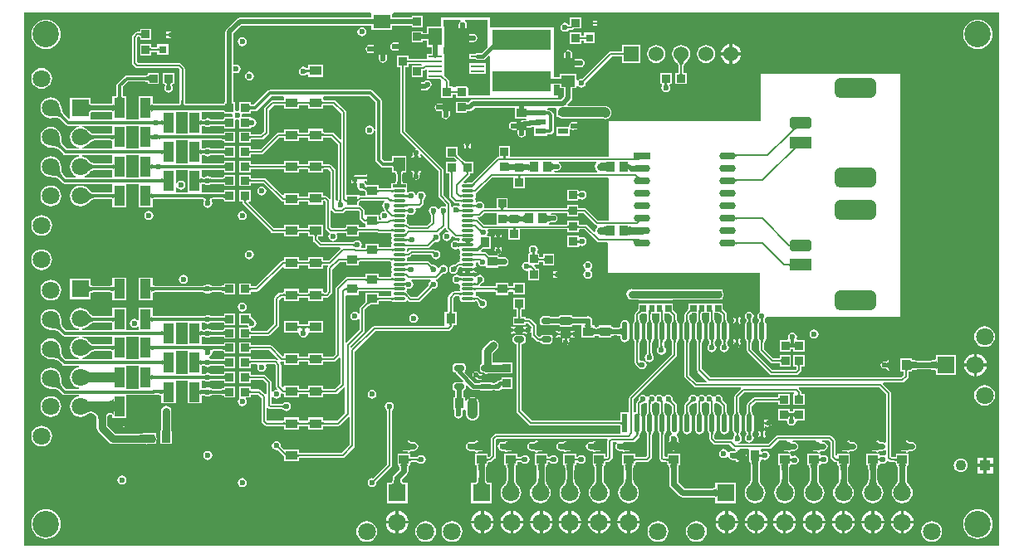
<source format=gtl>
G04*
G04 #@! TF.GenerationSoftware,Altium Limited,Altium Designer,19.0.10 (269)*
G04*
G04 Layer_Physical_Order=1*
G04 Layer_Color=255*
%FSLAX25Y25*%
%MOIN*%
G70*
G01*
G75*
%ADD11C,0.02362*%
%ADD13C,0.01968*%
%ADD14C,0.00787*%
%ADD15C,0.01000*%
%ADD17R,0.07087X0.05512*%
%ADD18R,0.05512X0.04528*%
%ADD19R,0.04134X0.02362*%
%ADD20R,0.03543X0.03937*%
%ADD21R,0.03937X0.02362*%
G04:AMPARAMS|DCode=22|XSize=23.62mil|YSize=39.37mil|CornerRadius=5.91mil|HoleSize=0mil|Usage=FLASHONLY|Rotation=270.000|XOffset=0mil|YOffset=0mil|HoleType=Round|Shape=RoundedRectangle|*
%AMROUNDEDRECTD22*
21,1,0.02362,0.02756,0,0,270.0*
21,1,0.01181,0.03937,0,0,270.0*
1,1,0.01181,-0.01378,-0.00591*
1,1,0.01181,-0.01378,0.00591*
1,1,0.01181,0.01378,0.00591*
1,1,0.01181,0.01378,-0.00591*
%
%ADD22ROUNDEDRECTD22*%
%ADD23R,0.03347X0.03347*%
%ADD24R,0.23622X0.08268*%
%ADD25R,0.05512X0.01102*%
%ADD26R,0.05512X0.07087*%
%ADD27R,0.03937X0.03543*%
%ADD28R,0.04803X0.03583*%
%ADD29O,0.06693X0.02992*%
%ADD30R,0.06693X0.02992*%
%ADD31R,0.03347X0.03347*%
%ADD32R,0.04488X0.07992*%
%ADD33R,0.03150X0.03150*%
%ADD34O,0.05315X0.01181*%
%ADD35R,0.05315X0.01181*%
%ADD36R,0.04528X0.05512*%
%ADD37R,0.02520X0.02756*%
%ADD38R,0.01968X0.02756*%
%ADD39R,0.02165X0.07677*%
%ADD40O,0.02165X0.07677*%
G04:AMPARAMS|DCode=41|XSize=78.74mil|YSize=165.35mil|CornerRadius=19.68mil|HoleSize=0mil|Usage=FLASHONLY|Rotation=90.000|XOffset=0mil|YOffset=0mil|HoleType=Round|Shape=RoundedRectangle|*
%AMROUNDEDRECTD41*
21,1,0.07874,0.12598,0,0,90.0*
21,1,0.03937,0.16535,0,0,90.0*
1,1,0.03937,0.06299,0.01968*
1,1,0.03937,0.06299,-0.01968*
1,1,0.03937,-0.06299,-0.01968*
1,1,0.03937,-0.06299,0.01968*
%
%ADD41ROUNDEDRECTD41*%
%ADD42R,0.08661X0.04724*%
G04:AMPARAMS|DCode=43|XSize=47.24mil|YSize=86.61mil|CornerRadius=11.81mil|HoleSize=0mil|Usage=FLASHONLY|Rotation=90.000|XOffset=0mil|YOffset=0mil|HoleType=Round|Shape=RoundedRectangle|*
%AMROUNDEDRECTD43*
21,1,0.04724,0.06299,0,0,90.0*
21,1,0.02362,0.08661,0,0,90.0*
1,1,0.02362,0.03150,0.01181*
1,1,0.02362,0.03150,-0.01181*
1,1,0.02362,-0.03150,-0.01181*
1,1,0.02362,-0.03150,0.01181*
%
%ADD43ROUNDEDRECTD43*%
%ADD79C,0.01181*%
%ADD80C,0.01575*%
%ADD81C,0.02953*%
%ADD82C,0.03937*%
%ADD83C,0.00709*%
%ADD84C,0.01378*%
%ADD85C,0.03150*%
%ADD86C,0.06000*%
%ADD87R,0.06000X0.06000*%
%ADD88C,0.07087*%
%ADD89R,0.07087X0.07087*%
%ADD90R,0.07087X0.07087*%
%ADD91R,0.04331X0.04331*%
%ADD92C,0.04331*%
%ADD93C,0.10630*%
%ADD94C,0.02362*%
G36*
X48193Y205906D02*
X48185Y205980D01*
X48161Y206047D01*
X48121Y206106D01*
X48065Y206157D01*
X47993Y206201D01*
X47905Y206236D01*
X47802Y206264D01*
X47682Y206283D01*
X47546Y206295D01*
X47394Y206299D01*
Y207087D01*
X47546Y207091D01*
X47682Y207102D01*
X47802Y207122D01*
X47905Y207150D01*
X47993Y207185D01*
X48065Y207228D01*
X48121Y207279D01*
X48161Y207339D01*
X48185Y207405D01*
X48193Y207480D01*
Y205906D01*
D02*
G37*
G36*
X187008Y201656D02*
X184601Y199249D01*
X183061D01*
X182520Y199142D01*
X182287Y198986D01*
X179706D01*
Y196684D01*
X182287D01*
X182520Y196528D01*
X183061Y196420D01*
X185187D01*
X185729Y196528D01*
X185962Y196684D01*
X186417D01*
Y197064D01*
X187530Y198177D01*
X187992Y197986D01*
Y182087D01*
X179558D01*
Y184782D01*
X178974Y185366D01*
X178878Y185367D01*
Y185738D01*
X174331D01*
Y185738D01*
X174007Y185416D01*
X172972Y185427D01*
Y185738D01*
X171712D01*
Y187677D01*
X171635Y188065D01*
X171416Y188394D01*
X169567Y190242D01*
Y194715D01*
Y198986D01*
X169291D01*
Y201565D01*
X169567D01*
Y209852D01*
X169291D01*
Y212598D01*
X169291Y212598D01*
X176151D01*
X176452Y212135D01*
X176448Y212098D01*
X175959Y211772D01*
X175609Y211248D01*
X175486Y210630D01*
Y206029D01*
X175423Y205709D01*
X175546Y205090D01*
X175896Y204567D01*
X176330Y204132D01*
X176854Y203782D01*
X177472Y203659D01*
X181324D01*
X181942Y203782D01*
X182466Y204132D01*
X182817Y204656D01*
X182940Y205275D01*
X182817Y205893D01*
X182466Y206417D01*
X181942Y206767D01*
X181324Y206890D01*
X178717D01*
Y210630D01*
X178594Y211248D01*
X178244Y211772D01*
X177755Y212098D01*
X177751Y212135D01*
X178052Y212598D01*
X187008D01*
Y201656D01*
D02*
G37*
G36*
X51303Y187598D02*
X51290Y187729D01*
X51248Y187847D01*
X51178Y187950D01*
X51081Y188039D01*
X50956Y188115D01*
X50803Y188177D01*
X50622Y188225D01*
X50414Y188260D01*
X50178Y188280D01*
X49914Y188287D01*
Y189665D01*
X50178Y189672D01*
X50414Y189693D01*
X50622Y189727D01*
X50803Y189776D01*
X50956Y189838D01*
X51081Y189913D01*
X51178Y190003D01*
X51248Y190106D01*
X51290Y190223D01*
X51303Y190354D01*
Y187598D01*
D02*
G37*
G36*
X40066Y182263D02*
X40087Y182027D01*
X40121Y181818D01*
X40169Y181638D01*
X40231Y181485D01*
X40307Y181360D01*
X40397Y181263D01*
X40500Y181193D01*
X40617Y181151D01*
X40748Y181137D01*
X37992D01*
X38123Y181151D01*
X38240Y181193D01*
X38344Y181263D01*
X38433Y181360D01*
X38509Y181485D01*
X38571Y181638D01*
X38619Y181818D01*
X38654Y182027D01*
X38674Y182263D01*
X38681Y182527D01*
X40059D01*
X40066Y182263D01*
D02*
G37*
G36*
X120496Y179847D02*
X120520Y179780D01*
X120560Y179720D01*
X120616Y179669D01*
X120688Y179626D01*
X120776Y179591D01*
X120879Y179563D01*
X120999Y179543D01*
X121135Y179532D01*
X121287Y179528D01*
Y178740D01*
X121135Y178736D01*
X120999Y178724D01*
X120879Y178705D01*
X120776Y178677D01*
X120688Y178642D01*
X120616Y178598D01*
X120560Y178547D01*
X120520Y178488D01*
X120496Y178421D01*
X120488Y178347D01*
Y179921D01*
X120496Y179847D01*
D02*
G37*
G36*
X115733Y178347D02*
X115725Y178421D01*
X115701Y178488D01*
X115661Y178547D01*
X115605Y178598D01*
X115533Y178642D01*
X115445Y178677D01*
X115341Y178705D01*
X115221Y178724D01*
X115085Y178736D01*
X114933Y178740D01*
Y179528D01*
X115085Y179532D01*
X115221Y179543D01*
X115341Y179563D01*
X115445Y179591D01*
X115533Y179626D01*
X115605Y179669D01*
X115661Y179720D01*
X115701Y179780D01*
X115725Y179847D01*
X115733Y179921D01*
Y178347D01*
D02*
G37*
G36*
X110653Y179847D02*
X110677Y179780D01*
X110717Y179720D01*
X110773Y179669D01*
X110845Y179626D01*
X110933Y179591D01*
X111037Y179563D01*
X111157Y179543D01*
X111293Y179532D01*
X111445Y179528D01*
Y178740D01*
X111293Y178736D01*
X111157Y178724D01*
X111037Y178705D01*
X110933Y178677D01*
X110845Y178642D01*
X110773Y178598D01*
X110717Y178547D01*
X110677Y178488D01*
X110653Y178421D01*
X110645Y178347D01*
Y179921D01*
X110653Y179847D01*
D02*
G37*
G36*
X105890Y178347D02*
X105882Y178421D01*
X105858Y178488D01*
X105818Y178547D01*
X105762Y178598D01*
X105690Y178642D01*
X105602Y178677D01*
X105498Y178705D01*
X105378Y178724D01*
X105243Y178736D01*
X105091Y178740D01*
Y179528D01*
X105243Y179532D01*
X105378Y179543D01*
X105498Y179563D01*
X105602Y179591D01*
X105690Y179626D01*
X105762Y179669D01*
X105818Y179720D01*
X105858Y179780D01*
X105882Y179847D01*
X105890Y179921D01*
Y178347D01*
D02*
G37*
G36*
X40066Y177861D02*
X38674D01*
X38675Y177882D01*
X38678Y178181D01*
X38681Y179837D01*
X40059D01*
X40066Y177861D01*
D02*
G37*
G36*
X64964Y179677D02*
X65028Y178678D01*
X65039Y178654D01*
X65138Y178535D01*
X65276Y178433D01*
X65453Y178347D01*
X65669Y178276D01*
X65925Y178220D01*
X66555Y178157D01*
X66929Y178150D01*
X64567Y176181D01*
X62205Y178150D01*
X62579Y178157D01*
X62913Y178181D01*
X63209Y178220D01*
X63465Y178276D01*
X63681Y178347D01*
X63858Y178433D01*
X63996Y178535D01*
X64095Y178654D01*
X64111Y178690D01*
X64146Y179054D01*
X64170Y179677D01*
X64173Y180036D01*
X64961D01*
X64964Y179677D01*
D02*
G37*
G36*
X91340Y178412D02*
X91382Y178295D01*
X91451Y178192D01*
X91547Y178102D01*
X91671Y178027D01*
X91823Y177965D01*
X92002Y177916D01*
X92208Y177882D01*
X92443Y177861D01*
X92705Y177854D01*
Y176476D01*
X92443Y176470D01*
X92208Y176449D01*
X92002Y176414D01*
X91823Y176366D01*
X91671Y176304D01*
X91547Y176228D01*
X91451Y176139D01*
X91382Y176035D01*
X91340Y175918D01*
X91327Y175787D01*
Y178543D01*
X91340Y178412D01*
D02*
G37*
G36*
X66684Y166669D02*
X61899D01*
Y175550D01*
X64478D01*
X64508Y175534D01*
X64559Y175550D01*
X64575D01*
X64626Y175534D01*
X64656Y175550D01*
X66684D01*
Y166669D01*
D02*
G37*
G36*
X81902Y175504D02*
X81882Y175633D01*
X81823Y175748D01*
X81725Y175849D01*
X81587Y175937D01*
X81410Y176012D01*
X81193Y176073D01*
X80937Y176120D01*
X80642Y176154D01*
X80307Y176174D01*
X79933Y176181D01*
Y178150D01*
X80307Y178156D01*
X80937Y178210D01*
X81193Y178258D01*
X81410Y178319D01*
X81587Y178393D01*
X81725Y178481D01*
X81823Y178583D01*
X81882Y178698D01*
X81902Y178827D01*
Y175504D01*
D02*
G37*
G36*
X52094Y178947D02*
X52153Y178779D01*
X52252Y178632D01*
X52390Y178504D01*
X52567Y178396D01*
X52783Y178307D01*
X53039Y178238D01*
X53334Y178189D01*
X53669Y178159D01*
X54043Y178150D01*
Y176181D01*
X53669Y176171D01*
X53334Y176142D01*
X53039Y176093D01*
X52783Y176024D01*
X52567Y175935D01*
X52390Y175827D01*
X52252Y175699D01*
X52153Y175551D01*
X52094Y175384D01*
X52075Y175197D01*
Y179134D01*
X52094Y178947D01*
D02*
G37*
G36*
X37150Y175197D02*
X37130Y175384D01*
X37071Y175551D01*
X36972Y175699D01*
X36833Y175827D01*
X36655Y175935D01*
X36437Y176024D01*
X36180Y176093D01*
X35882Y176142D01*
X35546Y176171D01*
X35170Y176181D01*
Y178150D01*
X35546Y178159D01*
X35882Y178189D01*
X36180Y178238D01*
X36437Y178307D01*
X36655Y178396D01*
X36833Y178504D01*
X36972Y178632D01*
X37071Y178779D01*
X37130Y178947D01*
X37150Y179134D01*
Y175197D01*
D02*
G37*
G36*
X27161Y178947D02*
X27221Y178779D01*
X27320Y178632D01*
X27458Y178504D01*
X27637Y178396D01*
X27854Y178307D01*
X28112Y178238D01*
X28409Y178189D01*
X28745Y178159D01*
X29122Y178150D01*
Y176181D01*
X28745Y176171D01*
X28409Y176142D01*
X28112Y176093D01*
X27854Y176024D01*
X27637Y175935D01*
X27458Y175827D01*
X27320Y175699D01*
X27221Y175551D01*
X27161Y175384D01*
X27141Y175197D01*
Y179134D01*
X27161Y178947D01*
D02*
G37*
G36*
X15397Y177306D02*
X15747Y175974D01*
X15875Y175606D01*
X16148Y174984D01*
X16293Y174730D01*
X16443Y174513D01*
X16600Y174335D01*
X15825Y173161D01*
X15609Y173349D01*
X15369Y173508D01*
X15103Y173636D01*
X14812Y173734D01*
X14497Y173803D01*
X14156Y173842D01*
X13790Y173851D01*
X13399Y173830D01*
X12983Y173779D01*
X12542Y173698D01*
X15292Y177826D01*
X15397Y177306D01*
D02*
G37*
G36*
X79922Y175532D02*
X80282Y175525D01*
X80585Y175507D01*
X80841Y175478D01*
X81046Y175440D01*
X81195Y175398D01*
X81284Y175360D01*
X81290Y175357D01*
X81290Y175356D01*
Y174892D01*
X81811D01*
X81902Y174855D01*
X81950Y174874D01*
X82000Y174862D01*
X82050Y174892D01*
X84539D01*
X84856Y174506D01*
X84798Y174212D01*
X84856Y173920D01*
X84539Y173533D01*
X81290D01*
Y172746D01*
X81268Y172706D01*
X81267Y172701D01*
X81207Y172676D01*
X81096Y172646D01*
X80943Y172621D01*
X80751Y172604D01*
X80507Y172598D01*
X80453Y172574D01*
X76540D01*
X76485Y172598D01*
X76250Y172603D01*
X76079Y172617D01*
X76028Y172624D01*
X75992Y172631D01*
X75987Y172633D01*
X75986Y172633D01*
X75986Y172633D01*
X75978Y172635D01*
X75952Y172645D01*
X75937Y172644D01*
X75498Y172938D01*
X74803Y173076D01*
X74108Y172938D01*
X73669Y172644D01*
X73654Y172645D01*
X73628Y172635D01*
X73620Y172633D01*
X73620Y172633D01*
X73620Y172633D01*
X73615Y172631D01*
X73597Y172628D01*
X73239Y172599D01*
X73142Y172598D01*
X72913Y172604D01*
X72724Y172621D01*
X72573Y172646D01*
X72464Y172676D01*
X72406Y172699D01*
X72405Y172706D01*
X72372Y172768D01*
Y175550D01*
X79879D01*
X79922Y175532D01*
D02*
G37*
G36*
X35153Y175532D02*
X35509Y175523D01*
X35801Y175497D01*
X36042Y175457D01*
X36230Y175407D01*
X36362Y175353D01*
X36440Y175305D01*
X36475Y175274D01*
X36486Y175257D01*
X36492Y175239D01*
X36504Y175128D01*
X36526Y175088D01*
Y172574D01*
X27891D01*
X27765Y173022D01*
X27765D01*
Y175088D01*
X27787Y175128D01*
X27799Y175239D01*
X27805Y175257D01*
X27816Y175274D01*
X27851Y175305D01*
X27929Y175353D01*
X28061Y175407D01*
X28249Y175457D01*
X28490Y175497D01*
X28782Y175523D01*
X29139Y175532D01*
X29180Y175550D01*
X35112D01*
X35153Y175532D01*
D02*
G37*
G36*
X56835Y169882D02*
X56821Y170013D01*
X56779Y170130D01*
X56710Y170233D01*
X56613Y170323D01*
X56488Y170399D01*
X56335Y170461D01*
X56154Y170509D01*
X55945Y170543D01*
X55709Y170564D01*
X55627Y170566D01*
X55251Y170536D01*
X55174Y170521D01*
X55108Y170503D01*
X55054Y170483D01*
X55010Y170459D01*
X54977Y170433D01*
Y172087D01*
X55010Y172060D01*
X55054Y172037D01*
X55108Y172016D01*
X55174Y171998D01*
X55251Y171983D01*
X55339Y171971D01*
X55548Y171954D01*
X55607Y171953D01*
X55709Y171956D01*
X55945Y171976D01*
X56154Y172011D01*
X56335Y172059D01*
X56488Y172121D01*
X56613Y172197D01*
X56710Y172286D01*
X56779Y172390D01*
X56821Y172507D01*
X56835Y172638D01*
Y169882D01*
D02*
G37*
G36*
X91676Y171699D02*
X91712Y171689D01*
X91831Y171669D01*
X91964Y171658D01*
X92114Y171653D01*
Y170866D01*
X91964Y170862D01*
X91831Y170850D01*
X91712Y170831D01*
X91676Y170821D01*
X91676Y170433D01*
X91590Y170515D01*
X91501Y170589D01*
X91409Y170654D01*
X91392Y170665D01*
X91358Y170614D01*
X91334Y170547D01*
X91327Y170472D01*
Y170704D01*
X91316Y170710D01*
X91219Y170758D01*
X91120Y170797D01*
X91018Y170827D01*
X90914Y170849D01*
X90807Y170862D01*
X90697Y170866D01*
X90697Y171653D01*
X90807Y171658D01*
X90914Y171671D01*
X91018Y171693D01*
X91120Y171723D01*
X91219Y171762D01*
X91316Y171809D01*
X91327Y171816D01*
Y172047D01*
X91334Y171972D01*
X91358Y171906D01*
X91392Y171855D01*
X91410Y171866D01*
X91501Y171931D01*
X91590Y172004D01*
X91676Y172087D01*
X91676Y171699D01*
D02*
G37*
G36*
X75679Y172060D02*
X75723Y172037D01*
X75778Y172016D01*
X75843Y171998D01*
X75920Y171983D01*
X76008Y171971D01*
X76218Y171954D01*
X76471Y171949D01*
Y170571D01*
X76339Y170570D01*
X75920Y170536D01*
X75843Y170521D01*
X75778Y170503D01*
X75723Y170483D01*
X75679Y170459D01*
X75647Y170433D01*
Y172087D01*
X75679Y172060D01*
D02*
G37*
G36*
X71773Y172507D02*
X71815Y172390D01*
X71884Y172286D01*
X71980Y172197D01*
X72104Y172121D01*
X72256Y172059D01*
X72435Y172011D01*
X72641Y171976D01*
X72876Y171956D01*
X73137Y171949D01*
X73268Y171950D01*
X73686Y171983D01*
X73763Y171998D01*
X73829Y172016D01*
X73883Y172037D01*
X73927Y172060D01*
X73960Y172087D01*
Y170433D01*
X73927Y170459D01*
X73883Y170483D01*
X73829Y170503D01*
X73763Y170521D01*
X73686Y170536D01*
X73598Y170549D01*
X73389Y170565D01*
X73137Y170571D01*
X72876Y170564D01*
X72641Y170543D01*
X72435Y170509D01*
X72256Y170461D01*
X72104Y170399D01*
X71980Y170323D01*
X71884Y170233D01*
X71815Y170130D01*
X71773Y170013D01*
X71760Y169882D01*
Y172638D01*
X71773Y172507D01*
D02*
G37*
G36*
X53290Y170433D02*
X53258Y170459D01*
X53214Y170483D01*
X53159Y170503D01*
X53094Y170521D01*
X53017Y170536D01*
X52929Y170549D01*
X52719Y170565D01*
X52466Y170571D01*
Y171949D01*
X52598Y171950D01*
X53017Y171983D01*
X53094Y171998D01*
X53159Y172016D01*
X53214Y172037D01*
X53258Y172060D01*
X53290Y172087D01*
Y170433D01*
D02*
G37*
G36*
X81914Y169882D02*
X81900Y170013D01*
X81858Y170130D01*
X81789Y170233D01*
X81691Y170323D01*
X81566Y170399D01*
X81413Y170461D01*
X81233Y170509D01*
X81024Y170543D01*
X80788Y170564D01*
X80524Y170571D01*
Y171949D01*
X80788Y171956D01*
X81024Y171976D01*
X81233Y172011D01*
X81413Y172059D01*
X81566Y172121D01*
X81691Y172197D01*
X81789Y172286D01*
X81858Y172390D01*
X81900Y172507D01*
X81914Y172638D01*
Y169882D01*
D02*
G37*
G36*
X142020Y179367D02*
Y168656D01*
X141520Y168606D01*
X141442Y169002D01*
X141048Y169591D01*
X140459Y169985D01*
X139764Y170123D01*
X139069Y169985D01*
X138480Y169591D01*
X138086Y169002D01*
X137948Y168307D01*
X138086Y167612D01*
X138480Y167023D01*
X139069Y166629D01*
X139764Y166491D01*
X140459Y166629D01*
X141048Y167023D01*
X141442Y167612D01*
X141520Y168008D01*
X142020Y167958D01*
Y156272D01*
X142120Y155769D01*
X142405Y155343D01*
X144149Y153598D01*
X144576Y153313D01*
X145079Y153213D01*
X147874D01*
X147928Y153189D01*
X148172Y153183D01*
X148364Y153166D01*
X148517Y153141D01*
X148628Y153111D01*
X148689Y153087D01*
X148689Y153081D01*
X148711Y153041D01*
Y151172D01*
X150088D01*
X150128Y151150D01*
X150134Y151149D01*
X150159Y151089D01*
X150188Y150978D01*
X150214Y150825D01*
X150230Y150633D01*
X150237Y150389D01*
X150261Y150335D01*
Y147697D01*
X150237Y147643D01*
X150230Y147398D01*
X150214Y147207D01*
X150188Y147054D01*
X150159Y146943D01*
X150134Y146882D01*
X150128Y146882D01*
X150088Y146860D01*
X148317D01*
Y144744D01*
X148281Y144744D01*
X148211Y144714D01*
X143576D01*
X143509Y144744D01*
X143377Y144747D01*
X143316Y144752D01*
Y146072D01*
X138597D01*
X138593Y146087D01*
X138526Y146178D01*
X138489Y146364D01*
X138095Y146953D01*
X137632Y147263D01*
X137615Y147713D01*
X137644Y147811D01*
X137775Y147866D01*
X137947Y147862D01*
X138075Y147851D01*
X138171Y147835D01*
X138227Y147820D01*
X138261Y147757D01*
X138344Y147556D01*
X138378Y147543D01*
X138394Y147513D01*
X138396Y147510D01*
X138604Y147449D01*
X138801Y147367D01*
X138804Y147366D01*
X138837Y147380D01*
X138872Y147370D01*
X139062Y147474D01*
X139263Y147556D01*
X139277Y147590D01*
X139309Y147608D01*
X139310Y147611D01*
X139370Y147816D01*
X139375Y147828D01*
X139380Y147833D01*
X139381Y147842D01*
X139403Y147894D01*
X140748D01*
X141177Y147980D01*
X141541Y148223D01*
X141784Y148587D01*
X141870Y149016D01*
X141784Y149445D01*
X141541Y149809D01*
X141177Y150052D01*
X140748Y150137D01*
X139403D01*
X139381Y150190D01*
X139380Y150199D01*
X139375Y150203D01*
X139370Y150216D01*
X139310Y150421D01*
X139309Y150424D01*
X139277Y150441D01*
X139263Y150475D01*
X139063Y150558D01*
X138872Y150662D01*
X138871Y150661D01*
X138837Y150651D01*
X138804Y150665D01*
X138603Y150582D01*
X138396Y150521D01*
X138378Y150489D01*
X138344Y150475D01*
X138261Y150275D01*
X138227Y150211D01*
X138171Y150197D01*
X138075Y150181D01*
X137947Y150170D01*
X137775Y150165D01*
X137713Y150137D01*
X135426D01*
X135367Y150165D01*
X135042Y150179D01*
X134979Y150186D01*
X134829Y150212D01*
X134780Y150224D01*
X134733Y150238D01*
X134695Y150252D01*
X134643Y150276D01*
X134402Y150282D01*
X134161Y150295D01*
X134155Y150289D01*
X134146Y150289D01*
X133971Y150124D01*
X133911Y150069D01*
X133823Y150052D01*
X133459Y149809D01*
X133459Y149809D01*
X133065Y149415D01*
X132822Y149051D01*
X132737Y148622D01*
X132737Y148622D01*
Y148309D01*
X132590Y148255D01*
X132585Y148243D01*
X132572Y148238D01*
X132482Y148019D01*
X132383Y147803D01*
X132387Y147791D01*
X132382Y147779D01*
X132473Y147559D01*
X132547Y147359D01*
X132399Y147298D01*
X132385Y147264D01*
X132356Y147248D01*
X132353Y147247D01*
X132292Y147039D01*
X132210Y146841D01*
X132209Y146838D01*
X132223Y146805D01*
X132212Y146770D01*
X132213Y146769D01*
X132316Y146580D01*
X132399Y146379D01*
X132167Y145958D01*
X132081Y145872D01*
X131838Y145508D01*
X131753Y145079D01*
X131838Y144650D01*
X132081Y144286D01*
X132445Y144043D01*
X132874Y143957D01*
X133303Y144043D01*
X133667Y144286D01*
X134579Y145198D01*
X134885Y145166D01*
X135115Y145064D01*
X135133Y144974D01*
X135527Y144385D01*
X136116Y143991D01*
X136811Y143853D01*
X137098Y143910D01*
X137222Y143886D01*
X137301Y143902D01*
X137344Y143906D01*
X137379Y143906D01*
X137409Y143903D01*
X137435Y143897D01*
X137461Y143888D01*
X137489Y143875D01*
X137521Y143856D01*
X137557Y143828D01*
X137618Y143773D01*
X137683Y143749D01*
X137724Y143693D01*
X137739Y143691D01*
X137764Y143625D01*
X137861Y143524D01*
X137934Y143439D01*
X137995Y143359D01*
X138044Y143284D01*
X138082Y143215D01*
X138111Y143153D01*
X138131Y143097D01*
X138144Y143047D01*
X138151Y143002D01*
X138155Y142926D01*
X138180Y142874D01*
Y141967D01*
X135910D01*
X135442Y142135D01*
Y142135D01*
X130353D01*
Y175329D01*
X130276Y175717D01*
X130057Y176046D01*
X126252Y179850D01*
X125923Y180070D01*
X125536Y180147D01*
X121596D01*
X121112Y180540D01*
Y181525D01*
X121516Y181757D01*
X139631D01*
X142020Y179367D01*
D02*
G37*
G36*
X311319Y168715D02*
X311222Y168711D01*
X311124Y168696D01*
X311026Y168671D01*
X310927Y168635D01*
X310827Y168589D01*
X310726Y168533D01*
X310625Y168466D01*
X310523Y168388D01*
X310420Y168300D01*
X310317Y168202D01*
X309315D01*
X309411Y168303D01*
X309486Y168393D01*
X309540Y168473D01*
X309574Y168543D01*
X309587Y168602D01*
X309579Y168650D01*
X309551Y168688D01*
X309502Y168716D01*
X309432Y168733D01*
X309341Y168739D01*
X311319Y168715D01*
D02*
G37*
G36*
X36526Y166841D02*
X36504Y166801D01*
X36504Y166795D01*
X36443Y166771D01*
X36332Y166741D01*
X36179Y166716D01*
X35987Y166699D01*
X35743Y166692D01*
X35689Y166669D01*
X29313D01*
X29267Y166691D01*
X29040Y166707D01*
X28840Y166745D01*
X28620Y166814D01*
X28381Y166916D01*
X28125Y167053D01*
X27852Y167226D01*
X27569Y167431D01*
X26939Y167973D01*
X26607Y168298D01*
X26574Y168312D01*
X25712Y168974D01*
X24704Y169391D01*
X24289Y169446D01*
X24321Y169946D01*
X36526D01*
Y166841D01*
D02*
G37*
G36*
X120496Y167012D02*
X120520Y166945D01*
X120560Y166886D01*
X120616Y166835D01*
X120688Y166791D01*
X120776Y166756D01*
X120879Y166728D01*
X120999Y166709D01*
X121135Y166697D01*
X121287Y166693D01*
Y165905D01*
X121135Y165902D01*
X120999Y165890D01*
X120879Y165870D01*
X120776Y165843D01*
X120688Y165807D01*
X120616Y165764D01*
X120560Y165713D01*
X120520Y165654D01*
X120496Y165587D01*
X120488Y165512D01*
Y167087D01*
X120496Y167012D01*
D02*
G37*
G36*
X115733Y165433D02*
X115725Y165508D01*
X115701Y165575D01*
X115661Y165634D01*
X115605Y165685D01*
X115533Y165728D01*
X115445Y165764D01*
X115341Y165791D01*
X115221Y165811D01*
X115085Y165823D01*
X114933Y165827D01*
Y166614D01*
X115085Y166618D01*
X115221Y166630D01*
X115341Y166650D01*
X115445Y166677D01*
X115533Y166713D01*
X115605Y166756D01*
X115661Y166807D01*
X115701Y166866D01*
X115725Y166933D01*
X115733Y167008D01*
Y165433D01*
D02*
G37*
G36*
X110653Y166933D02*
X110677Y166866D01*
X110717Y166807D01*
X110773Y166756D01*
X110845Y166713D01*
X110933Y166677D01*
X111037Y166650D01*
X111157Y166630D01*
X111293Y166618D01*
X111445Y166614D01*
Y165827D01*
X111293Y165823D01*
X111157Y165811D01*
X111037Y165791D01*
X110933Y165764D01*
X110845Y165728D01*
X110773Y165685D01*
X110717Y165634D01*
X110677Y165575D01*
X110653Y165508D01*
X110645Y165433D01*
Y167008D01*
X110653Y166933D01*
D02*
G37*
G36*
X105890Y165433D02*
X105882Y165508D01*
X105858Y165575D01*
X105818Y165634D01*
X105762Y165685D01*
X105690Y165728D01*
X105602Y165764D01*
X105498Y165791D01*
X105378Y165811D01*
X105243Y165823D01*
X105091Y165827D01*
Y166614D01*
X105243Y166618D01*
X105378Y166630D01*
X105498Y166650D01*
X105602Y166677D01*
X105690Y166713D01*
X105762Y166756D01*
X105818Y166807D01*
X105858Y166866D01*
X105882Y166933D01*
X105890Y167008D01*
Y165433D01*
D02*
G37*
G36*
X91334Y166067D02*
X91358Y166000D01*
X91398Y165941D01*
X91453Y165890D01*
X91523Y165847D01*
X91610Y165811D01*
X91712Y165784D01*
X91831Y165764D01*
X91964Y165752D01*
X92114Y165748D01*
Y164961D01*
X91964Y164957D01*
X91831Y164945D01*
X91712Y164925D01*
X91610Y164898D01*
X91523Y164862D01*
X91453Y164819D01*
X91398Y164768D01*
X91358Y164709D01*
X91334Y164642D01*
X91327Y164567D01*
Y166142D01*
X91334Y166067D01*
D02*
G37*
G36*
X55010Y166155D02*
X55054Y166131D01*
X55108Y166111D01*
X55174Y166093D01*
X55251Y166078D01*
X55339Y166065D01*
X55548Y166049D01*
X55802Y166043D01*
Y164665D01*
X55669Y164664D01*
X55251Y164631D01*
X55174Y164616D01*
X55108Y164598D01*
X55054Y164577D01*
X55010Y164554D01*
X54977Y164528D01*
Y166181D01*
X55010Y166155D01*
D02*
G37*
G36*
X52088Y166601D02*
X52130Y166484D01*
X52199Y166381D01*
X52295Y166291D01*
X52419Y166216D01*
X52571Y166154D01*
X52750Y166105D01*
X52948Y166072D01*
X53017Y166078D01*
X53094Y166093D01*
X53159Y166111D01*
X53214Y166131D01*
X53258Y166155D01*
X53290Y166181D01*
Y166048D01*
X53453Y166043D01*
Y164665D01*
X53290Y164661D01*
Y164528D01*
X53258Y164554D01*
X53214Y164577D01*
X53159Y164598D01*
X53094Y164616D01*
X53017Y164631D01*
X52964Y164638D01*
X52956Y164638D01*
X52750Y164603D01*
X52571Y164555D01*
X52419Y164493D01*
X52295Y164417D01*
X52199Y164328D01*
X52130Y164224D01*
X52088Y164107D01*
X52075Y163976D01*
Y166732D01*
X52088Y166601D01*
D02*
G37*
G36*
X81914Y163976D02*
X81900Y164107D01*
X81858Y164224D01*
X81789Y164328D01*
X81691Y164417D01*
X81566Y164493D01*
X81413Y164555D01*
X81233Y164603D01*
X81024Y164638D01*
X80788Y164658D01*
X80524Y164665D01*
Y166043D01*
X80788Y166050D01*
X81024Y166071D01*
X81233Y166105D01*
X81413Y166154D01*
X81566Y166216D01*
X81691Y166291D01*
X81789Y166381D01*
X81858Y166484D01*
X81900Y166601D01*
X81914Y166732D01*
Y163976D01*
D02*
G37*
G36*
X37150D02*
X37136Y164107D01*
X37094Y164224D01*
X37025Y164328D01*
X36928Y164417D01*
X36803Y164493D01*
X36650Y164555D01*
X36469Y164603D01*
X36260Y164638D01*
X36024Y164658D01*
X35760Y164665D01*
Y166043D01*
X36024Y166050D01*
X36260Y166071D01*
X36469Y166105D01*
X36650Y166154D01*
X36803Y166216D01*
X36928Y166291D01*
X37025Y166381D01*
X37094Y166484D01*
X37136Y166601D01*
X37150Y166732D01*
Y163976D01*
D02*
G37*
G36*
X26499Y167494D02*
X27166Y166921D01*
X27487Y166688D01*
X27798Y166491D01*
X28101Y166330D01*
X28395Y166205D01*
X28680Y166115D01*
X28956Y166061D01*
X29224Y166043D01*
Y164665D01*
X28956Y164647D01*
X28680Y164594D01*
X28395Y164504D01*
X28101Y164379D01*
X27798Y164217D01*
X27487Y164021D01*
X27166Y163788D01*
X26837Y163519D01*
X26153Y162874D01*
Y167835D01*
X26499Y167494D01*
D02*
G37*
G36*
X15359Y164833D02*
X15425Y163956D01*
X15487Y163565D01*
X15568Y163205D01*
X15668Y162877D01*
X15787Y162581D01*
X15925Y162316D01*
X16083Y162082D01*
X16259Y161881D01*
X15285Y160906D01*
X15083Y161083D01*
X14850Y161240D01*
X14585Y161378D01*
X14288Y161497D01*
X13960Y161598D01*
X13601Y161678D01*
X13209Y161740D01*
X12787Y161783D01*
X11846Y161811D01*
X15354Y165319D01*
X15359Y164833D01*
D02*
G37*
G36*
X46998Y160763D02*
X42214D01*
Y169946D01*
X46998D01*
Y160763D01*
D02*
G37*
G36*
X35743Y164016D02*
X35987Y164010D01*
X36179Y163993D01*
X36332Y163968D01*
X36443Y163938D01*
X36504Y163914D01*
X36504Y163908D01*
X36526Y163868D01*
Y160763D01*
X24321D01*
X24289Y161263D01*
X24704Y161318D01*
X25712Y161735D01*
X26562Y162388D01*
X26598Y162401D01*
X27266Y163030D01*
X27563Y163273D01*
X27852Y163483D01*
X28125Y163656D01*
X28381Y163792D01*
X28620Y163894D01*
X28840Y163963D01*
X29040Y164002D01*
X29267Y164017D01*
X29313Y164040D01*
X35689D01*
X35743Y164016D01*
D02*
G37*
G36*
X311231Y160846D02*
X311133Y160830D01*
X311034Y160805D01*
X310934Y160769D01*
X310834Y160722D01*
X310734Y160666D01*
X310633Y160599D01*
X310531Y160522D01*
X310429Y160435D01*
X310327Y160338D01*
X309325D01*
X309417Y160435D01*
X309489Y160522D01*
X309540Y160599D01*
X309571Y160666D01*
X309581Y160722D01*
X309571Y160769D01*
X309540Y160805D01*
X309489Y160830D01*
X309417Y160846D01*
X309325Y160851D01*
X311329D01*
X311231Y160846D01*
D02*
G37*
G36*
X91334Y160161D02*
X91358Y160094D01*
X91398Y160035D01*
X91453Y159984D01*
X91523Y159941D01*
X91610Y159906D01*
X91712Y159878D01*
X91831Y159858D01*
X91964Y159846D01*
X92114Y159843D01*
Y159055D01*
X91964Y159051D01*
X91831Y159039D01*
X91712Y159020D01*
X91610Y158992D01*
X91523Y158957D01*
X91453Y158913D01*
X91398Y158862D01*
X91358Y158803D01*
X91334Y158736D01*
X91327Y158661D01*
Y160236D01*
X91334Y160161D01*
D02*
G37*
G36*
X75679Y160249D02*
X75723Y160226D01*
X75778Y160205D01*
X75843Y160187D01*
X75920Y160172D01*
X76008Y160160D01*
X76218Y160143D01*
X76471Y160138D01*
Y158760D01*
X76339Y158758D01*
X75920Y158725D01*
X75843Y158710D01*
X75778Y158692D01*
X75723Y158672D01*
X75679Y158648D01*
X75647Y158622D01*
Y160276D01*
X75679Y160249D01*
D02*
G37*
G36*
X71773Y160696D02*
X71815Y160579D01*
X71884Y160475D01*
X71980Y160386D01*
X72104Y160310D01*
X72256Y160248D01*
X72435Y160200D01*
X72641Y160165D01*
X72876Y160145D01*
X73137Y160138D01*
X73268Y160139D01*
X73686Y160172D01*
X73763Y160187D01*
X73829Y160205D01*
X73883Y160226D01*
X73927Y160249D01*
X73960Y160276D01*
Y158622D01*
X73927Y158648D01*
X73883Y158672D01*
X73829Y158692D01*
X73763Y158710D01*
X73686Y158725D01*
X73598Y158738D01*
X73389Y158754D01*
X73137Y158760D01*
X72876Y158753D01*
X72641Y158732D01*
X72435Y158698D01*
X72256Y158650D01*
X72104Y158588D01*
X71980Y158512D01*
X71884Y158422D01*
X71815Y158319D01*
X71773Y158202D01*
X71760Y158071D01*
Y160827D01*
X71773Y160696D01*
D02*
G37*
G36*
X81914Y158071D02*
X81900Y158202D01*
X81858Y158319D01*
X81789Y158422D01*
X81691Y158512D01*
X81566Y158588D01*
X81413Y158650D01*
X81233Y158698D01*
X81024Y158732D01*
X80788Y158753D01*
X80524Y158760D01*
Y160138D01*
X80788Y160145D01*
X81024Y160165D01*
X81233Y160200D01*
X81413Y160248D01*
X81566Y160310D01*
X81691Y160386D01*
X81789Y160475D01*
X81858Y160579D01*
X81900Y160696D01*
X81914Y160827D01*
Y158071D01*
D02*
G37*
G36*
X56835D02*
X56821Y158202D01*
X56779Y158319D01*
X56710Y158422D01*
X56613Y158512D01*
X56488Y158588D01*
X56335Y158650D01*
X56154Y158698D01*
X55945Y158732D01*
X55709Y158753D01*
X55445Y158760D01*
Y160138D01*
X55709Y160145D01*
X55945Y160165D01*
X56154Y160200D01*
X56335Y160248D01*
X56488Y160310D01*
X56613Y160386D01*
X56710Y160475D01*
X56779Y160579D01*
X56821Y160696D01*
X56835Y160827D01*
Y158071D01*
D02*
G37*
G36*
X286387Y158704D02*
X286430Y158646D01*
X286489Y158594D01*
X286563Y158549D01*
X286652Y158511D01*
X286758Y158480D01*
X286879Y158456D01*
X287016Y158439D01*
X287168Y158429D01*
X287336Y158425D01*
X287521Y157717D01*
X287357Y157713D01*
X287088Y157685D01*
X286982Y157660D01*
X286896Y157628D01*
X286829Y157590D01*
X286781Y157544D01*
X286752Y157491D01*
X286743Y157431D01*
X286753Y157364D01*
X286360Y158770D01*
X286387Y158704D01*
D02*
G37*
G36*
X159160Y158385D02*
X159177Y158191D01*
X159291D01*
X159265Y158159D01*
X159242Y158115D01*
X159221Y158060D01*
X159205Y158002D01*
X159215Y157940D01*
X159264Y157760D01*
X159326Y157607D01*
X159402Y157482D01*
X159491Y157385D01*
X159595Y157315D01*
X159712Y157273D01*
X159843Y157260D01*
X157087D01*
X157218Y157273D01*
X157335Y157315D01*
X157438Y157385D01*
X157527Y157482D01*
X157603Y157607D01*
X157665Y157760D01*
X157714Y157940D01*
X157724Y158002D01*
X157708Y158060D01*
X157687Y158115D01*
X157664Y158159D01*
X157638Y158191D01*
X157752D01*
X157769Y158385D01*
X157776Y158649D01*
X159153D01*
X159160Y158385D01*
D02*
G37*
G36*
X174283Y158910D02*
X174269Y158832D01*
X174275Y158744D01*
X174301Y158646D01*
X174348Y158540D01*
X174415Y158424D01*
X174502Y158298D01*
X174610Y158163D01*
X174886Y157866D01*
X174533Y157105D01*
X174361Y157271D01*
X174058Y157531D01*
X173927Y157624D01*
X173809Y157693D01*
X173704Y157738D01*
X173613Y157758D01*
X173535Y157754D01*
X173471Y157726D01*
X173419Y157674D01*
X174317Y158979D01*
X174283Y158910D01*
D02*
G37*
G36*
X245681Y156233D02*
X245674Y156215D01*
X245653Y156200D01*
X245618Y156186D01*
X245568Y156174D01*
X245504Y156164D01*
X245334Y156150D01*
X245107Y156143D01*
X244973Y156142D01*
Y156850D01*
X245109Y156854D01*
X245231Y156865D01*
X245338Y156882D01*
X245432Y156907D01*
X245511Y156939D01*
X245576Y156978D01*
X245627Y157024D01*
X245663Y157077D01*
X245685Y157137D01*
X245693Y157205D01*
X245681Y156233D01*
D02*
G37*
G36*
X194539Y157879D02*
X194479Y157858D01*
X194426Y157822D01*
X194379Y157773D01*
X194341Y157709D01*
X194309Y157631D01*
X194284Y157539D01*
X194266Y157432D01*
X194263Y157400D01*
X194280Y157304D01*
X194316Y157198D01*
X194365Y157106D01*
X194429Y157028D01*
X194507Y156964D01*
X194599Y156914D01*
X194705Y156879D01*
X194826Y156858D01*
X194961Y156850D01*
X193898Y156142D01*
X192835Y156850D01*
X192969Y156858D01*
X193090Y156879D01*
X193196Y156914D01*
X193288Y156964D01*
X193366Y157028D01*
X193430Y157106D01*
X193480Y157198D01*
X193515Y157304D01*
X193532Y157400D01*
X193529Y157432D01*
X193511Y157539D01*
X193487Y157631D01*
X193455Y157709D01*
X193416Y157773D01*
X193370Y157822D01*
X193316Y157858D01*
X193256Y157879D01*
X193189Y157886D01*
X194606D01*
X194539Y157879D01*
D02*
G37*
G36*
X66684Y154858D02*
X61899D01*
Y164040D01*
X66684D01*
Y154858D01*
D02*
G37*
G36*
X36526Y155030D02*
X36504Y154990D01*
X36504Y154984D01*
X36443Y154960D01*
X36332Y154930D01*
X36179Y154905D01*
X35987Y154888D01*
X35743Y154882D01*
X35689Y154858D01*
X29313D01*
X29267Y154880D01*
X29040Y154895D01*
X28840Y154934D01*
X28620Y155003D01*
X28381Y155105D01*
X28125Y155242D01*
X27852Y155415D01*
X27569Y155620D01*
X26939Y156162D01*
X26607Y156487D01*
X26574Y156500D01*
X25712Y157162D01*
X24704Y157580D01*
X24289Y157635D01*
X24321Y158135D01*
X36526D01*
Y155030D01*
D02*
G37*
G36*
X203851Y151587D02*
X203831Y151729D01*
X203772Y151856D01*
X203673Y151967D01*
X203536Y152064D01*
X203359Y152146D01*
X203142Y152214D01*
X202886Y152266D01*
X202672Y152293D01*
X202429Y152272D01*
X202173Y152225D01*
X201957Y152164D01*
X201779Y152089D01*
X201642Y152001D01*
X201543Y151900D01*
X201484Y151785D01*
X201464Y151656D01*
Y154979D01*
X201484Y154850D01*
X201543Y154735D01*
X201642Y154633D01*
X201779Y154545D01*
X201957Y154471D01*
X202173Y154410D01*
X202429Y154362D01*
X202603Y154342D01*
X202891Y154390D01*
X203148Y154459D01*
X203366Y154548D01*
X203544Y154656D01*
X203683Y154784D01*
X203782Y154931D01*
X203842Y155099D01*
X203863Y155286D01*
X203851Y151587D01*
D02*
G37*
G36*
X177474Y155283D02*
X177764Y155038D01*
X177892Y154949D01*
X178009Y154882D01*
X178115Y154837D01*
X178209Y154815D01*
X178293D01*
X178365Y154837D01*
X178427Y154882D01*
X177313Y153768D01*
X177357Y153830D01*
X177380Y153902D01*
Y153986D01*
X177357Y154080D01*
X177313Y154186D01*
X177246Y154303D01*
X177157Y154431D01*
X177046Y154570D01*
X176756Y154882D01*
X177313Y155439D01*
X177474Y155283D01*
D02*
G37*
G36*
X149335Y153150D02*
X149321Y153280D01*
X149279Y153398D01*
X149210Y153501D01*
X149113Y153591D01*
X148987Y153666D01*
X148835Y153728D01*
X148654Y153777D01*
X148445Y153811D01*
X148209Y153832D01*
X147945Y153839D01*
Y155217D01*
X148209Y155223D01*
X148445Y155244D01*
X148654Y155279D01*
X148835Y155327D01*
X148987Y155389D01*
X149113Y155465D01*
X149210Y155554D01*
X149279Y155657D01*
X149321Y155775D01*
X149335Y155905D01*
Y153150D01*
D02*
G37*
G36*
X243180Y152763D02*
X243076Y152836D01*
X242965Y152902D01*
X242847Y152960D01*
X242722Y153010D01*
X242591Y153053D01*
X242452Y153088D01*
X242307Y153115D01*
X242155Y153134D01*
X241996Y153146D01*
X241831Y153150D01*
Y153937D01*
X241996Y153941D01*
X242307Y153972D01*
X242452Y153999D01*
X242591Y154034D01*
X242722Y154076D01*
X242847Y154127D01*
X242965Y154185D01*
X243076Y154251D01*
X243180Y154324D01*
Y152763D01*
D02*
G37*
G36*
X105890Y152756D02*
X105882Y152831D01*
X105858Y152898D01*
X105818Y152957D01*
X105762Y153008D01*
X105690Y153051D01*
X105602Y153087D01*
X105498Y153114D01*
X105378Y153134D01*
X105243Y153146D01*
X105091Y153150D01*
Y153937D01*
X105243Y153941D01*
X105378Y153953D01*
X105498Y153972D01*
X105602Y154000D01*
X105690Y154035D01*
X105762Y154079D01*
X105818Y154130D01*
X105858Y154189D01*
X105882Y154256D01*
X105890Y154331D01*
Y152756D01*
D02*
G37*
G36*
X91334Y154256D02*
X91358Y154189D01*
X91398Y154130D01*
X91453Y154079D01*
X91523Y154035D01*
X91610Y154000D01*
X91712Y153972D01*
X91831Y153953D01*
X91964Y153941D01*
X92114Y153937D01*
Y153150D01*
X91964Y153146D01*
X91831Y153134D01*
X91712Y153114D01*
X91610Y153087D01*
X91523Y153051D01*
X91453Y153008D01*
X91398Y152957D01*
X91358Y152898D01*
X91334Y152831D01*
X91327Y152756D01*
Y154331D01*
X91334Y154256D01*
D02*
G37*
G36*
X55994Y154344D02*
X56038Y154321D01*
X56093Y154300D01*
X56158Y154282D01*
X56235Y154267D01*
X56323Y154254D01*
X56533Y154238D01*
X56786Y154232D01*
Y152854D01*
X56654Y152853D01*
X56235Y152820D01*
X56158Y152805D01*
X56093Y152787D01*
X56038Y152766D01*
X55994Y152743D01*
X55962Y152717D01*
Y154370D01*
X55994Y154344D01*
D02*
G37*
G36*
X52088Y154790D02*
X52130Y154673D01*
X52199Y154570D01*
X52295Y154480D01*
X52419Y154404D01*
X52571Y154342D01*
X52750Y154294D01*
X52956Y154260D01*
X53191Y154239D01*
X53452Y154232D01*
X53583Y154234D01*
X54001Y154267D01*
X54078Y154282D01*
X54144Y154300D01*
X54198Y154321D01*
X54242Y154344D01*
X54275Y154370D01*
Y152717D01*
X54242Y152743D01*
X54198Y152766D01*
X54144Y152787D01*
X54078Y152805D01*
X54001Y152820D01*
X53913Y152832D01*
X53704Y152849D01*
X53452Y152854D01*
X53191Y152848D01*
X52956Y152827D01*
X52750Y152792D01*
X52571Y152744D01*
X52419Y152682D01*
X52295Y152606D01*
X52199Y152517D01*
X52130Y152413D01*
X52088Y152296D01*
X52075Y152165D01*
Y154921D01*
X52088Y154790D01*
D02*
G37*
G36*
X120496Y154098D02*
X120520Y154032D01*
X120560Y153972D01*
X120616Y153921D01*
X120688Y153878D01*
X120776Y153843D01*
X120879Y153815D01*
X120999Y153795D01*
X121135Y153784D01*
X121287Y153780D01*
Y152992D01*
X121135Y152988D01*
X120999Y152976D01*
X120879Y152957D01*
X120776Y152929D01*
X120688Y152894D01*
X120616Y152850D01*
X120560Y152799D01*
X120520Y152740D01*
X120496Y152673D01*
X120488Y152599D01*
Y154173D01*
X120496Y154098D01*
D02*
G37*
G36*
X115733Y152599D02*
X115725Y152673D01*
X115701Y152740D01*
X115661Y152799D01*
X115605Y152850D01*
X115533Y152894D01*
X115445Y152929D01*
X115341Y152957D01*
X115221Y152976D01*
X115085Y152988D01*
X114933Y152992D01*
Y153780D01*
X115085Y153784D01*
X115221Y153795D01*
X115341Y153815D01*
X115445Y153843D01*
X115533Y153878D01*
X115605Y153921D01*
X115661Y153972D01*
X115701Y154032D01*
X115725Y154098D01*
X115733Y154173D01*
Y152599D01*
D02*
G37*
G36*
X110653Y154098D02*
X110677Y154032D01*
X110717Y153972D01*
X110773Y153921D01*
X110845Y153878D01*
X110933Y153843D01*
X111037Y153815D01*
X111157Y153795D01*
X111293Y153784D01*
X111445Y153780D01*
Y152992D01*
X111293Y152988D01*
X111157Y152976D01*
X111037Y152957D01*
X110933Y152929D01*
X110845Y152894D01*
X110773Y152850D01*
X110717Y152799D01*
X110677Y152740D01*
X110653Y152673D01*
X110645Y152599D01*
Y154173D01*
X110653Y154098D01*
D02*
G37*
G36*
X81914Y152165D02*
X81900Y152296D01*
X81858Y152413D01*
X81789Y152517D01*
X81691Y152606D01*
X81566Y152682D01*
X81413Y152744D01*
X81233Y152792D01*
X81024Y152827D01*
X80788Y152848D01*
X80524Y152854D01*
Y154232D01*
X80788Y154239D01*
X81024Y154260D01*
X81233Y154294D01*
X81413Y154342D01*
X81566Y154404D01*
X81691Y154480D01*
X81789Y154570D01*
X81858Y154673D01*
X81900Y154790D01*
X81914Y154921D01*
Y152165D01*
D02*
G37*
G36*
X37150Y152165D02*
X37136Y152296D01*
X37094Y152413D01*
X37025Y152517D01*
X36928Y152606D01*
X36803Y152682D01*
X36650Y152744D01*
X36469Y152792D01*
X36260Y152827D01*
X36024Y152847D01*
X35760Y152854D01*
Y154232D01*
X36024Y154239D01*
X36260Y154260D01*
X36469Y154294D01*
X36650Y154342D01*
X36803Y154404D01*
X36928Y154480D01*
X37025Y154570D01*
X37094Y154673D01*
X37136Y154790D01*
X37150Y154921D01*
Y152165D01*
D02*
G37*
G36*
X195579Y154953D02*
X195638Y154816D01*
X195736Y154696D01*
X195874Y154591D01*
X196051Y154503D01*
X196267Y154430D01*
X196523Y154374D01*
X196819Y154334D01*
X196832Y154333D01*
X197177Y154362D01*
X197433Y154410D01*
X197650Y154471D01*
X197827Y154545D01*
X197965Y154633D01*
X198063Y154735D01*
X198122Y154850D01*
X198142Y154979D01*
Y151656D01*
X198122Y151785D01*
X198063Y151900D01*
X197965Y152001D01*
X197827Y152089D01*
X197650Y152164D01*
X197433Y152225D01*
X197177Y152272D01*
X196882Y152306D01*
X196862Y152307D01*
X196523Y152284D01*
X196267Y152245D01*
X196051Y152196D01*
X195874Y152135D01*
X195736Y152064D01*
X195638Y151981D01*
X195579Y151888D01*
X195559Y151784D01*
Y155106D01*
X195579Y154953D01*
D02*
G37*
G36*
X234756Y151587D02*
X234732Y151659D01*
X234661Y151724D01*
X234542Y151781D01*
X234376Y151831D01*
X234163Y151873D01*
X233901Y151907D01*
X233237Y151953D01*
X232382Y151969D01*
Y155118D01*
X232833Y155122D01*
X234163Y155213D01*
X234376Y155255D01*
X234542Y155305D01*
X234661Y155362D01*
X234732Y155427D01*
X234756Y155500D01*
Y151587D01*
D02*
G37*
G36*
X212704Y155315D02*
X212764Y155150D01*
X212862Y155004D01*
X213000Y154878D01*
X213177Y154771D01*
X213393Y154683D01*
X213649Y154615D01*
X213945Y154567D01*
X214279Y154537D01*
X214653Y154528D01*
Y152559D01*
X214279Y152549D01*
X213945Y152520D01*
X213649Y152472D01*
X213393Y152403D01*
X213177Y152316D01*
X213000Y152209D01*
X212862Y152083D01*
X212764Y151937D01*
X212704Y151771D01*
X212685Y151587D01*
Y155500D01*
X212704Y155315D01*
D02*
G37*
G36*
X230755Y155023D02*
X230333Y154392D01*
X230165Y153543D01*
X230333Y152695D01*
X230814Y151975D01*
X231167Y151739D01*
X231016Y151239D01*
X214112D01*
X213790Y151693D01*
X213854Y151847D01*
X214026Y151875D01*
X214316Y151901D01*
X214670Y151910D01*
X214711Y151928D01*
X214961D01*
X215579Y152051D01*
X216103Y152401D01*
X216453Y152925D01*
X216576Y153543D01*
X216453Y154161D01*
X216103Y154685D01*
X215598Y155023D01*
X215590Y155061D01*
X215704Y155523D01*
X230599D01*
X230755Y155023D01*
D02*
G37*
G36*
X26499Y155683D02*
X27166Y155110D01*
X27487Y154877D01*
X27798Y154680D01*
X28101Y154519D01*
X28395Y154393D01*
X28680Y154304D01*
X28956Y154250D01*
X29224Y154232D01*
Y152854D01*
X28956Y152836D01*
X28680Y152783D01*
X28395Y152693D01*
X28101Y152568D01*
X27798Y152407D01*
X27487Y152209D01*
X27166Y151977D01*
X26837Y151708D01*
X26153Y151063D01*
Y156024D01*
X26499Y155683D01*
D02*
G37*
G36*
X179687Y151563D02*
X179620Y151540D01*
X179561Y151499D01*
X179510Y151444D01*
X179466Y151372D01*
X179431Y151284D01*
X179403Y151180D01*
X179384Y151060D01*
X179372Y150924D01*
X179368Y150772D01*
X178580D01*
X178577Y150924D01*
X178565Y151060D01*
X178545Y151180D01*
X178517Y151284D01*
X178482Y151372D01*
X178439Y151444D01*
X178388Y151499D01*
X178329Y151540D01*
X178262Y151563D01*
X178187Y151571D01*
X179762D01*
X179687Y151563D01*
D02*
G37*
G36*
X173380D02*
X173313Y151540D01*
X173254Y151499D01*
X173203Y151444D01*
X173160Y151372D01*
X173124Y151284D01*
X173097Y151180D01*
X173077Y151060D01*
X173065Y150924D01*
X173061Y150772D01*
X172274D01*
X172270Y150924D01*
X172258Y151060D01*
X172239Y151180D01*
X172211Y151284D01*
X172176Y151372D01*
X172132Y151444D01*
X172081Y151499D01*
X172022Y151540D01*
X171955Y151563D01*
X171880Y151571D01*
X173455D01*
X173380Y151563D01*
D02*
G37*
G36*
X159712Y151782D02*
X159595Y151740D01*
X159491Y151671D01*
X159402Y151573D01*
X159326Y151448D01*
X159264Y151295D01*
X159215Y151115D01*
X159181Y150906D01*
X159177Y150861D01*
X159188Y150724D01*
X159203Y150646D01*
X159221Y150581D01*
X159242Y150526D01*
X159265Y150482D01*
X159291Y150450D01*
X159155D01*
X159153Y150406D01*
X157776D01*
X157774Y150450D01*
X157638D01*
X157664Y150482D01*
X157687Y150526D01*
X157708Y150581D01*
X157726Y150646D01*
X157741Y150724D01*
X157754Y150811D01*
X157755Y150828D01*
X157748Y150906D01*
X157714Y151115D01*
X157665Y151295D01*
X157603Y151448D01*
X157527Y151573D01*
X157438Y151671D01*
X157335Y151740D01*
X157218Y151782D01*
X157087Y151796D01*
X159843D01*
X159712Y151782D01*
D02*
G37*
G36*
X152822D02*
X152705Y151740D01*
X152601Y151671D01*
X152512Y151573D01*
X152436Y151448D01*
X152374Y151295D01*
X152326Y151115D01*
X152291Y150906D01*
X152271Y150670D01*
X152264Y150406D01*
X150886D01*
X150879Y150670D01*
X150858Y150906D01*
X150824Y151115D01*
X150776Y151295D01*
X150714Y151448D01*
X150638Y151573D01*
X150548Y151671D01*
X150445Y151740D01*
X150328Y151782D01*
X150197Y151796D01*
X152953D01*
X152822Y151782D01*
D02*
G37*
G36*
X46998Y149277D02*
X42214D01*
Y158135D01*
X46998D01*
Y149277D01*
D02*
G37*
G36*
X35743Y152205D02*
X35987Y152199D01*
X36179Y152182D01*
X36332Y152157D01*
X36443Y152127D01*
X36504Y152102D01*
X36504Y152097D01*
X36526Y152057D01*
Y149277D01*
X25456D01*
X25357Y149777D01*
X25712Y149924D01*
X26562Y150577D01*
X26598Y150590D01*
X27266Y151219D01*
X27563Y151462D01*
X27852Y151672D01*
X28125Y151845D01*
X28381Y151981D01*
X28620Y152083D01*
X28840Y152152D01*
X29040Y152191D01*
X29267Y152206D01*
X29313Y152229D01*
X35689D01*
X35743Y152205D01*
D02*
G37*
G36*
X15359Y153022D02*
X15425Y152145D01*
X15487Y151754D01*
X15568Y151394D01*
X15668Y151066D01*
X15787Y150770D01*
X15925Y150505D01*
X16083Y150271D01*
X16259Y150069D01*
X15285Y149095D01*
X15083Y149272D01*
X14850Y149429D01*
X14585Y149567D01*
X14288Y149686D01*
X13960Y149786D01*
X13601Y149867D01*
X13209Y149929D01*
X12787Y149972D01*
X11846Y150000D01*
X15354Y153508D01*
X15359Y153022D01*
D02*
G37*
G36*
X247626Y149612D02*
X247836Y149441D01*
X247939Y149373D01*
X248040Y149316D01*
X248139Y149270D01*
X248237Y149236D01*
X248333Y149213D01*
X248428Y149202D01*
X248521Y149201D01*
X246634Y149090D01*
X246719Y149101D01*
X246783Y149123D01*
X246826Y149156D01*
X246848Y149201D01*
X246849Y149256D01*
X246828Y149322D01*
X246786Y149399D01*
X246723Y149488D01*
X246639Y149587D01*
X246534Y149697D01*
X247519Y149715D01*
X247626Y149612D01*
D02*
G37*
G36*
X200866Y149912D02*
X200731Y149905D01*
X200611Y149883D01*
X200505Y149848D01*
X200413Y149798D01*
X200335Y149735D01*
X200271Y149657D01*
X200221Y149565D01*
X200186Y149458D01*
X200169Y149361D01*
X200172Y149325D01*
X200189Y149217D01*
X200214Y149124D01*
X200246Y149044D01*
X200285Y148979D01*
X200331Y148929D01*
X200384Y148893D01*
X200445Y148871D01*
X200512Y148864D01*
X199094D01*
X199162Y148871D01*
X199222Y148893D01*
X199275Y148929D01*
X199321Y148979D01*
X199360Y149044D01*
X199392Y149124D01*
X199417Y149217D01*
X199435Y149325D01*
X199438Y149361D01*
X199420Y149458D01*
X199385Y149565D01*
X199335Y149657D01*
X199272Y149735D01*
X199194Y149798D01*
X199102Y149848D01*
X198995Y149883D01*
X198875Y149905D01*
X198740Y149912D01*
X199803Y150620D01*
X200866Y149912D01*
D02*
G37*
G36*
X134449Y149651D02*
X134525Y149623D01*
X134608Y149598D01*
X134695Y149576D01*
X134888Y149542D01*
X134992Y149531D01*
X135339Y149516D01*
X135743Y148516D01*
X135621Y148512D01*
X135509Y148500D01*
X135405Y148480D01*
X135310Y148453D01*
X135224Y148418D01*
X135147Y148375D01*
X135079Y148324D01*
X135020Y148265D01*
X134970Y148198D01*
X134929Y148124D01*
X134378Y149683D01*
X134449Y149651D01*
D02*
G37*
G36*
X138804Y148016D02*
X138793Y148111D01*
X138763Y148196D01*
X138713Y148271D01*
X138642Y148336D01*
X138550Y148391D01*
X138439Y148436D01*
X138308Y148471D01*
X138156Y148496D01*
X137984Y148511D01*
X137792Y148516D01*
Y149516D01*
X137984Y149521D01*
X138156Y149536D01*
X138308Y149561D01*
X138439Y149596D01*
X138550Y149641D01*
X138642Y149696D01*
X138713Y149761D01*
X138763Y149836D01*
X138793Y149921D01*
X138804Y150016D01*
Y148016D01*
D02*
G37*
G36*
X286387Y148705D02*
X286430Y148646D01*
X286489Y148594D01*
X286563Y148549D01*
X286652Y148511D01*
X286758Y148480D01*
X286879Y148456D01*
X287016Y148439D01*
X287168Y148429D01*
X287336Y148425D01*
X287521Y147716D01*
X287357Y147713D01*
X287088Y147685D01*
X286982Y147660D01*
X286896Y147628D01*
X286829Y147590D01*
X286781Y147544D01*
X286752Y147491D01*
X286743Y147431D01*
X286753Y147364D01*
X286360Y148770D01*
X286387Y148705D01*
D02*
G37*
G36*
X91334Y148676D02*
X91358Y148609D01*
X91398Y148550D01*
X91453Y148498D01*
X91523Y148455D01*
X91610Y148420D01*
X91712Y148392D01*
X91831Y148372D01*
X91964Y148361D01*
X92114Y148357D01*
Y147569D01*
X91964Y147565D01*
X91831Y147554D01*
X91712Y147534D01*
X91610Y147506D01*
X91523Y147471D01*
X91453Y147428D01*
X91398Y147376D01*
X91358Y147317D01*
X91334Y147250D01*
X91327Y147176D01*
Y148750D01*
X91334Y148676D01*
D02*
G37*
G36*
X75679Y148764D02*
X75723Y148740D01*
X75778Y148720D01*
X75843Y148702D01*
X75920Y148686D01*
X76008Y148674D01*
X76218Y148658D01*
X76471Y148652D01*
Y147274D01*
X76339Y147273D01*
X75920Y147240D01*
X75843Y147224D01*
X75778Y147206D01*
X75723Y147186D01*
X75679Y147162D01*
X75647Y147136D01*
Y148790D01*
X75679Y148764D01*
D02*
G37*
G36*
X71773Y149210D02*
X71815Y149093D01*
X71884Y148990D01*
X71980Y148900D01*
X72104Y148824D01*
X72256Y148762D01*
X72435Y148714D01*
X72641Y148679D01*
X72876Y148659D01*
X73137Y148652D01*
X73268Y148653D01*
X73686Y148686D01*
X73763Y148702D01*
X73829Y148720D01*
X73883Y148740D01*
X73927Y148764D01*
X73960Y148790D01*
Y147136D01*
X73927Y147162D01*
X73883Y147186D01*
X73829Y147206D01*
X73763Y147224D01*
X73686Y147240D01*
X73598Y147252D01*
X73389Y147268D01*
X73137Y147274D01*
X72876Y147267D01*
X72641Y147247D01*
X72435Y147212D01*
X72256Y147164D01*
X72104Y147102D01*
X71980Y147026D01*
X71884Y146936D01*
X71815Y146833D01*
X71773Y146716D01*
X71760Y146585D01*
Y149341D01*
X71773Y149210D01*
D02*
G37*
G36*
X134360Y147779D02*
X134685D01*
X134623Y147712D01*
X134567Y147639D01*
X134518Y147560D01*
X134476Y147475D01*
X134440Y147385D01*
X134411Y147289D01*
X134434Y147198D01*
X134476Y147088D01*
X134528Y146998D01*
X134590Y146928D01*
X134660Y146878D01*
X134741Y146848D01*
X134830Y146838D01*
X132858D01*
X132953Y146848D01*
X133038Y146878D01*
X133113Y146928D01*
X133178Y146998D01*
X133233Y147088D01*
X133278Y147198D01*
X133304Y147294D01*
X133277Y147385D01*
X133241Y147475D01*
X133198Y147560D01*
X133149Y147639D01*
X133094Y147712D01*
X133031Y147779D01*
X133357D01*
X133358Y147838D01*
X134358D01*
X134360Y147779D01*
D02*
G37*
G36*
X81914Y146585D02*
X81900Y146716D01*
X81858Y146833D01*
X81789Y146936D01*
X81691Y147026D01*
X81566Y147102D01*
X81413Y147164D01*
X81233Y147212D01*
X81024Y147247D01*
X80788Y147267D01*
X80524Y147274D01*
Y148652D01*
X80788Y148659D01*
X81024Y148679D01*
X81233Y148714D01*
X81413Y148762D01*
X81566Y148824D01*
X81691Y148900D01*
X81789Y148990D01*
X81858Y149093D01*
X81900Y149210D01*
X81914Y149341D01*
Y146585D01*
D02*
G37*
G36*
X56835D02*
X56821Y146716D01*
X56779Y146833D01*
X56710Y146936D01*
X56613Y147026D01*
X56488Y147102D01*
X56335Y147164D01*
X56154Y147212D01*
X55945Y147247D01*
X55709Y147267D01*
X55445Y147274D01*
Y148652D01*
X55709Y148659D01*
X55945Y148679D01*
X56154Y148714D01*
X56335Y148762D01*
X56488Y148824D01*
X56613Y148900D01*
X56710Y148990D01*
X56779Y149093D01*
X56821Y149210D01*
X56835Y149341D01*
Y146585D01*
D02*
G37*
G36*
X152271Y147362D02*
X152291Y147125D01*
X152326Y146917D01*
X152374Y146736D01*
X152436Y146583D01*
X152512Y146458D01*
X152601Y146361D01*
X152705Y146291D01*
X152822Y146250D01*
X152953Y146236D01*
X150197D01*
X150328Y146250D01*
X150445Y146291D01*
X150548Y146361D01*
X150638Y146458D01*
X150714Y146583D01*
X150776Y146736D01*
X150824Y146917D01*
X150858Y147125D01*
X150879Y147362D01*
X150886Y147626D01*
X152264D01*
X152271Y147362D01*
D02*
G37*
G36*
X182063Y146625D02*
X181934Y146491D01*
X181741Y146258D01*
X181677Y146160D01*
X181635Y146073D01*
X181614Y145999D01*
X181615Y145936D01*
X181638Y145885D01*
X181683Y145846D01*
X181749Y145819D01*
X180194Y146247D01*
X180276Y146236D01*
X180367Y146244D01*
X180468Y146272D01*
X180579Y146319D01*
X180699Y146385D01*
X180829Y146471D01*
X180969Y146577D01*
X181278Y146847D01*
X181447Y147011D01*
X182063Y146625D01*
D02*
G37*
G36*
X235725Y148939D02*
X235618Y131878D01*
X231496D01*
X226860Y136515D01*
X226544Y136726D01*
X226172Y136800D01*
X226172Y136800D01*
X223715D01*
X223646Y136830D01*
X223533Y136833D01*
Y138198D01*
X218987D01*
Y136833D01*
X218873Y136830D01*
X218805Y136800D01*
X195187D01*
Y140935D01*
X190640D01*
Y136800D01*
X185994D01*
X185907Y136865D01*
X185633Y137300D01*
X185732Y137795D01*
X185594Y138490D01*
X185200Y139079D01*
X184611Y139473D01*
X183916Y139611D01*
X183221Y139473D01*
X182811Y139199D01*
X182418Y139410D01*
X182386Y139444D01*
X182359Y139485D01*
X182415Y139764D01*
X182322Y140228D01*
X182059Y140622D01*
Y140874D01*
X182322Y141268D01*
X182415Y141732D01*
X182322Y142197D01*
X182289Y142246D01*
X182518Y142802D01*
X182519Y142802D01*
X182834Y143013D01*
X189114Y149293D01*
X197530D01*
Y144942D01*
X202076D01*
Y149293D01*
X235372D01*
X235725Y148939D01*
D02*
G37*
G36*
X66684Y143546D02*
X66684Y143367D01*
X66316Y143046D01*
X62266D01*
X61899Y143367D01*
X61899Y143546D01*
Y145145D01*
X62399Y145296D01*
X62692Y144858D01*
X63281Y144464D01*
X63976Y144326D01*
X64671Y144464D01*
X65260Y144858D01*
X65654Y145447D01*
X65792Y146142D01*
X65654Y146837D01*
X65260Y147426D01*
X64671Y147819D01*
X63976Y147958D01*
X63281Y147819D01*
X62692Y147426D01*
X62399Y146987D01*
X61899Y147139D01*
Y152229D01*
X66684D01*
Y143546D01*
D02*
G37*
G36*
X149282Y143156D02*
X149231Y143184D01*
X149170Y143210D01*
X149098Y143233D01*
X149014Y143253D01*
X148920Y143269D01*
X148700Y143293D01*
X148436Y143306D01*
X148288Y143307D01*
Y144095D01*
X148436Y144096D01*
X148920Y144132D01*
X149014Y144149D01*
X149098Y144169D01*
X149170Y144191D01*
X149231Y144217D01*
X149282Y144246D01*
Y143156D01*
D02*
G37*
G36*
X137993Y145810D02*
X138067Y145586D01*
X138111Y145480D01*
X138159Y145380D01*
X138213Y145284D01*
X138270Y145193D01*
X138333Y145107D01*
X138372Y145061D01*
X138440Y145005D01*
X138525Y144948D01*
X138599Y144914D01*
X138661Y144902D01*
X138713Y144914D01*
X138752Y144948D01*
X138781Y145005D01*
X138798Y145084D01*
X138804Y145187D01*
Y142959D01*
X138798Y143069D01*
X138781Y143178D01*
X138752Y143289D01*
X138713Y143399D01*
X138661Y143510D01*
X138599Y143622D01*
X138525Y143734D01*
X138440Y143846D01*
X138343Y143959D01*
X138235Y144073D01*
Y144550D01*
X138057Y144251D01*
X137973Y144327D01*
X137887Y144393D01*
X137799Y144447D01*
X137707Y144491D01*
X137612Y144523D01*
X137514Y144545D01*
X137414Y144556D01*
X137310Y144556D01*
X137204Y144545D01*
X137094Y144523D01*
X137963Y145930D01*
X137993Y145810D01*
D02*
G37*
G36*
X142701Y144413D02*
X142725Y144346D01*
X142764Y144287D01*
X142820Y144236D01*
X142892Y144193D01*
X142980Y144158D01*
X143084Y144130D01*
X143204Y144110D01*
X143340Y144098D01*
X143492Y144095D01*
Y143307D01*
X143340Y143303D01*
X143204Y143291D01*
X143084Y143272D01*
X142980Y143244D01*
X142892Y143209D01*
X142820Y143165D01*
X142764Y143114D01*
X142725Y143055D01*
X142701Y142988D01*
X142692Y142913D01*
Y144488D01*
X142701Y144413D01*
D02*
G37*
G36*
X155653Y140905D02*
X155566Y140988D01*
X155478Y141061D01*
X155386Y141126D01*
X155292Y141183D01*
X155196Y141230D01*
X155096Y141269D01*
X154995Y141300D01*
X154890Y141321D01*
X154783Y141334D01*
X154713Y141337D01*
X154229Y141301D01*
X154135Y141284D01*
X154052Y141264D01*
X153980Y141242D01*
X153918Y141216D01*
X153867Y141187D01*
Y142277D01*
X153918Y142248D01*
X153980Y142223D01*
X154052Y142200D01*
X154135Y142180D01*
X154229Y142164D01*
X154450Y142140D01*
X154713Y142128D01*
X154783Y142130D01*
X154890Y142143D01*
X154995Y142165D01*
X155096Y142195D01*
X155196Y142234D01*
X155292Y142282D01*
X155386Y142338D01*
X155478Y142403D01*
X155566Y142477D01*
X155653Y142559D01*
Y140905D01*
D02*
G37*
G36*
X176841Y141187D02*
X176790Y141216D01*
X176729Y141242D01*
X176657Y141264D01*
X176573Y141284D01*
X176479Y141301D01*
X176259Y141325D01*
X175995Y141337D01*
X175847Y141339D01*
Y142126D01*
X175995Y142128D01*
X176479Y142164D01*
X176573Y142180D01*
X176657Y142200D01*
X176729Y142223D01*
X176790Y142248D01*
X176841Y142277D01*
Y141187D01*
D02*
G37*
G36*
X81914Y140354D02*
X81900Y140485D01*
X81858Y140602D01*
X81789Y140706D01*
X81691Y140795D01*
X81566Y140871D01*
X81413Y140933D01*
X81233Y140981D01*
X81024Y141016D01*
X80788Y141036D01*
X80524Y141043D01*
Y142421D01*
X80788Y142428D01*
X81024Y142449D01*
X81233Y142483D01*
X81413Y142532D01*
X81566Y142594D01*
X81691Y142669D01*
X81789Y142759D01*
X81858Y142862D01*
X81900Y142979D01*
X81914Y143110D01*
Y140354D01*
D02*
G37*
G36*
X52088Y142979D02*
X52130Y142862D01*
X52199Y142759D01*
X52295Y142669D01*
X52419Y142594D01*
X52571Y142532D01*
X52750Y142483D01*
X52956Y142449D01*
X53191Y142428D01*
X53453Y142421D01*
Y141043D01*
X53191Y141036D01*
X52956Y141016D01*
X52750Y140981D01*
X52571Y140933D01*
X52419Y140871D01*
X52295Y140795D01*
X52199Y140706D01*
X52130Y140602D01*
X52088Y140485D01*
X52075Y140354D01*
Y143110D01*
X52088Y142979D01*
D02*
G37*
G36*
X37150Y140354D02*
X37136Y140485D01*
X37094Y140602D01*
X37025Y140706D01*
X36928Y140795D01*
X36803Y140871D01*
X36650Y140933D01*
X36469Y140981D01*
X36260Y141016D01*
X36024Y141036D01*
X35760Y141043D01*
Y142421D01*
X36024Y142428D01*
X36260Y142449D01*
X36469Y142483D01*
X36650Y142532D01*
X36803Y142594D01*
X36928Y142669D01*
X37025Y142759D01*
X37094Y142862D01*
X37136Y142979D01*
X37150Y143110D01*
Y140354D01*
D02*
G37*
G36*
X145633Y139857D02*
X145515Y139177D01*
X145369Y139079D01*
X144976Y138490D01*
X144838Y137795D01*
X144976Y137100D01*
X145369Y136511D01*
X145400Y136491D01*
X145419Y136445D01*
X145427Y136442D01*
X145430Y136434D01*
X145472Y136394D01*
X145586Y135927D01*
X145250Y135591D01*
X144974Y135536D01*
X144385Y135142D01*
X143991Y134553D01*
X143853Y133858D01*
X143991Y133163D01*
X144385Y132574D01*
X144429Y132545D01*
X144278Y132045D01*
X143576D01*
X143509Y132074D01*
X143377Y132078D01*
X143316Y132083D01*
Y134261D01*
X138180D01*
X137763Y134462D01*
Y135765D01*
X137686Y136153D01*
X137466Y136481D01*
X136420Y137527D01*
X136091Y137747D01*
X135704Y137824D01*
X135442D01*
Y139053D01*
X136330Y139941D01*
X138274D01*
X138368Y139922D01*
X143128D01*
X143222Y139941D01*
X145571D01*
X145633Y139857D01*
D02*
G37*
G36*
X120496Y141421D02*
X120520Y141354D01*
X120560Y141295D01*
X120616Y141244D01*
X120688Y141201D01*
X120776Y141165D01*
X120879Y141138D01*
X120999Y141118D01*
X121135Y141106D01*
X121287Y141102D01*
Y140315D01*
X121135Y140311D01*
X120999Y140299D01*
X120879Y140280D01*
X120776Y140252D01*
X120688Y140217D01*
X120616Y140173D01*
X120560Y140122D01*
X120520Y140063D01*
X120496Y139996D01*
X120488Y139921D01*
Y141496D01*
X120496Y141421D01*
D02*
G37*
G36*
X161177Y140802D02*
X161104Y140714D01*
X161039Y140622D01*
X160982Y140528D01*
X160935Y140432D01*
X160896Y140332D01*
X160865Y140231D01*
X160844Y140126D01*
X160831Y140019D01*
X160827Y139910D01*
X160039D01*
X160035Y140019D01*
X160022Y140126D01*
X160000Y140231D01*
X159970Y140332D01*
X159931Y140432D01*
X159883Y140528D01*
X159827Y140622D01*
X159762Y140714D01*
X159688Y140802D01*
X159606Y140889D01*
X161260D01*
X161177Y140802D01*
D02*
G37*
G36*
X115733Y139685D02*
X115725Y139760D01*
X115701Y139827D01*
X115661Y139886D01*
X115605Y139937D01*
X115533Y139980D01*
X115445Y140016D01*
X115341Y140043D01*
X115221Y140063D01*
X115085Y140075D01*
X114933Y140079D01*
Y140866D01*
X115085Y140870D01*
X115221Y140882D01*
X115341Y140902D01*
X115445Y140929D01*
X115533Y140965D01*
X115605Y141008D01*
X115661Y141059D01*
X115701Y141118D01*
X115725Y141185D01*
X115733Y141260D01*
Y139685D01*
D02*
G37*
G36*
X110653Y141185D02*
X110677Y141118D01*
X110717Y141059D01*
X110773Y141008D01*
X110845Y140965D01*
X110933Y140929D01*
X111037Y140902D01*
X111157Y140882D01*
X111293Y140870D01*
X111445Y140866D01*
Y140079D01*
X111293Y140075D01*
X111157Y140063D01*
X111037Y140043D01*
X110933Y140016D01*
X110845Y139980D01*
X110773Y139937D01*
X110717Y139886D01*
X110677Y139827D01*
X110653Y139760D01*
X110645Y139685D01*
Y141260D01*
X110653Y141185D01*
D02*
G37*
G36*
X105890Y139685D02*
X105882Y139760D01*
X105858Y139827D01*
X105818Y139886D01*
X105762Y139937D01*
X105690Y139980D01*
X105602Y140016D01*
X105498Y140043D01*
X105378Y140063D01*
X105243Y140075D01*
X105091Y140079D01*
Y140866D01*
X105243Y140870D01*
X105378Y140882D01*
X105498Y140902D01*
X105602Y140929D01*
X105690Y140965D01*
X105762Y141008D01*
X105818Y141059D01*
X105858Y141118D01*
X105882Y141185D01*
X105890Y141260D01*
Y139685D01*
D02*
G37*
G36*
X76870Y141043D02*
X76608Y141030D01*
X76374Y140988D01*
X76167Y140919D01*
X75988Y140823D01*
X75837Y140699D01*
X75713Y140547D01*
X75616Y140368D01*
X75547Y140161D01*
X75519Y139999D01*
X75527Y139896D01*
X75542Y139820D01*
X75560Y139754D01*
X75580Y139699D01*
X75604Y139655D01*
X75630Y139623D01*
X73976D01*
X74003Y139655D01*
X74026Y139699D01*
X74047Y139754D01*
X74065Y139820D01*
X74080Y139896D01*
X74091Y139979D01*
X74059Y140161D01*
X73990Y140368D01*
X73894Y140547D01*
X73770Y140699D01*
X73618Y140823D01*
X73439Y140919D01*
X73232Y140988D01*
X72998Y141030D01*
X72736Y141043D01*
X74803Y142421D01*
X76870Y141043D01*
D02*
G37*
G36*
X149282Y140309D02*
X149091Y139347D01*
X149054Y139390D01*
X149005Y139429D01*
X148943Y139464D01*
X148869Y139494D01*
X148783Y139519D01*
X148685Y139540D01*
X148574Y139556D01*
X148316Y139574D01*
X148168Y139576D01*
X148172Y140364D01*
X149282Y140309D01*
D02*
G37*
G36*
X90378Y140075D02*
X90311Y140051D01*
X90252Y140011D01*
X90201Y139955D01*
X90158Y139883D01*
X90122Y139795D01*
X90095Y139691D01*
X90075Y139571D01*
X90063Y139436D01*
X90059Y139284D01*
X89272D01*
X89268Y139436D01*
X89256Y139571D01*
X89236Y139691D01*
X89209Y139795D01*
X89173Y139883D01*
X89130Y139955D01*
X89079Y140011D01*
X89020Y140051D01*
X88953Y140075D01*
X88878Y140083D01*
X90453D01*
X90378Y140075D01*
D02*
G37*
G36*
X26499Y143872D02*
X27166Y143299D01*
X27487Y143066D01*
X27798Y142869D01*
X28101Y142708D01*
X28395Y142582D01*
X28680Y142493D01*
X28956Y142439D01*
X29224Y142421D01*
Y141043D01*
X28956Y141025D01*
X28680Y140972D01*
X28395Y140882D01*
X28101Y140757D01*
X27798Y140595D01*
X27487Y140398D01*
X27166Y140166D01*
X26837Y139897D01*
X26153Y139252D01*
Y144213D01*
X26499Y143872D01*
D02*
G37*
G36*
X176841Y139219D02*
X176790Y139248D01*
X176729Y139273D01*
X176657Y139296D01*
X176573Y139316D01*
X176479Y139332D01*
X176259Y139357D01*
X175995Y139369D01*
X175847Y139370D01*
Y140157D01*
X175995Y140159D01*
X176479Y140195D01*
X176573Y140212D01*
X176657Y140232D01*
X176729Y140254D01*
X176790Y140280D01*
X176841Y140309D01*
Y139219D01*
D02*
G37*
G36*
X128351Y139911D02*
X128364Y139804D01*
X128385Y139700D01*
X128416Y139598D01*
X128455Y139499D01*
X128502Y139402D01*
X128559Y139308D01*
X128624Y139217D01*
X128697Y139128D01*
X128779Y139042D01*
X127126D01*
X127208Y139128D01*
X127282Y139217D01*
X127347Y139308D01*
X127403Y139402D01*
X127451Y139499D01*
X127490Y139598D01*
X127520Y139700D01*
X127542Y139804D01*
X127555Y139911D01*
X127559Y140021D01*
X128347D01*
X128351Y139911D01*
D02*
G37*
G36*
X130930Y138976D02*
X130921Y139051D01*
X130897Y139118D01*
X130858Y139177D01*
X130802Y139228D01*
X130730Y139272D01*
X130642Y139307D01*
X130538Y139335D01*
X130418Y139354D01*
X130282Y139366D01*
X130130Y139370D01*
Y140157D01*
X130282Y140161D01*
X130418Y140173D01*
X130538Y140193D01*
X130642Y140220D01*
X130730Y140256D01*
X130802Y140299D01*
X130858Y140350D01*
X130897Y140409D01*
X130921Y140476D01*
X130930Y140551D01*
Y138976D01*
D02*
G37*
G36*
X183072Y136969D02*
X182986Y137051D01*
X182897Y137124D01*
X182806Y137189D01*
X182712Y137246D01*
X182615Y137293D01*
X182516Y137332D01*
X182415Y137363D01*
X182310Y137384D01*
X182215Y137396D01*
X181788Y137364D01*
X181694Y137347D01*
X181611Y137327D01*
X181539Y137305D01*
X181477Y137279D01*
X181427Y137250D01*
Y138340D01*
X181477Y138312D01*
X181539Y138286D01*
X181611Y138263D01*
X181694Y138243D01*
X181788Y138227D01*
X182009Y138203D01*
X182205Y138194D01*
X182310Y138206D01*
X182415Y138228D01*
X182516Y138258D01*
X182615Y138297D01*
X182712Y138345D01*
X182806Y138401D01*
X182897Y138466D01*
X182986Y138540D01*
X183072Y138622D01*
Y136969D01*
D02*
G37*
G36*
X154982Y137608D02*
X154834Y137606D01*
X154576Y137587D01*
X154465Y137571D01*
X154366Y137550D01*
X154280Y137525D01*
X154206Y137495D01*
X154145Y137461D01*
X154096Y137422D01*
X154059Y137378D01*
X153867Y138340D01*
X153864Y138351D01*
X153885Y138360D01*
X153933Y138368D01*
X154006Y138375D01*
X154377Y138390D01*
X154978Y138395D01*
X154982Y137608D01*
D02*
G37*
G36*
X155653Y135000D02*
X155566Y135082D01*
X155478Y135156D01*
X155386Y135221D01*
X155292Y135277D01*
X155196Y135325D01*
X155096Y135364D01*
X154995Y135394D01*
X154890Y135416D01*
X154783Y135429D01*
X154713Y135432D01*
X154229Y135395D01*
X154135Y135379D01*
X154052Y135359D01*
X153980Y135336D01*
X153918Y135310D01*
X153867Y135282D01*
Y136372D01*
X153918Y136343D01*
X153980Y136317D01*
X154052Y136295D01*
X154135Y136275D01*
X154229Y136258D01*
X154450Y136234D01*
X154713Y136222D01*
X154783Y136225D01*
X154890Y136238D01*
X154995Y136259D01*
X155096Y136290D01*
X155196Y136329D01*
X155292Y136376D01*
X155386Y136433D01*
X155478Y136498D01*
X155566Y136571D01*
X155653Y136653D01*
Y135000D01*
D02*
G37*
G36*
X147356Y136835D02*
X147292Y136761D01*
X147234Y136681D01*
X147185Y136596D01*
X147143Y136505D01*
X147108Y136410D01*
X147082Y136309D01*
X147063Y136202D01*
X147051Y136090D01*
X147047Y135973D01*
X146260D01*
X146256Y136090D01*
X146245Y136202D01*
X146226Y136309D01*
X146199Y136410D01*
X146165Y136505D01*
X146123Y136596D01*
X146073Y136681D01*
X146016Y136761D01*
X145951Y136835D01*
X145878Y136904D01*
X147429D01*
X147356Y136835D01*
D02*
G37*
G36*
X193555Y136993D02*
X193494Y136972D01*
X193441Y136936D01*
X193395Y136887D01*
X193356Y136823D01*
X193324Y136745D01*
X193300Y136653D01*
X193296Y136634D01*
X193308Y136599D01*
X193332Y136528D01*
X193354Y136486D01*
X193381Y136436D01*
X193445Y136358D01*
X193523Y136294D01*
X193615Y136245D01*
X193721Y136209D01*
X193842Y136188D01*
X193976Y136181D01*
X193976Y136181D01*
X193976D01*
X192913Y135472D01*
X191850Y136181D01*
X191850D01*
X191850Y136181D01*
X191985Y136188D01*
X192105Y136209D01*
X192212Y136245D01*
X192304Y136294D01*
X192382Y136358D01*
X192446Y136436D01*
X192495Y136528D01*
X192530Y136634D01*
X192527Y136653D01*
X192502Y136745D01*
X192471Y136823D01*
X192431Y136887D01*
X192385Y136936D01*
X192332Y136972D01*
X192272Y136993D01*
X192205Y137000D01*
X193622D01*
X193555Y136993D01*
D02*
G37*
G36*
X175501Y136620D02*
X175564Y136536D01*
X175634Y136462D01*
X175710Y136398D01*
X175793Y136344D01*
X175881Y136299D01*
X175976Y136265D01*
X176076Y136240D01*
X176133Y136232D01*
X176479Y136258D01*
X176573Y136275D01*
X176657Y136295D01*
X176729Y136317D01*
X176790Y136343D01*
X176841Y136372D01*
Y135282D01*
X176790Y135310D01*
X176729Y135336D01*
X176657Y135359D01*
X176573Y135379D01*
X176479Y135395D01*
X176259Y135419D01*
X176002Y135431D01*
X175959Y135430D01*
X175854Y135421D01*
X175749Y135405D01*
X175643Y135383D01*
X175537Y135355D01*
X175431Y135320D01*
X175217Y135233D01*
X175110Y135179D01*
X175002Y135120D01*
X175443Y136714D01*
X175501Y136620D01*
D02*
G37*
G36*
X222916Y136468D02*
X222938Y136408D01*
X222974Y136355D01*
X223024Y136309D01*
X223089Y136270D01*
X223168Y136238D01*
X223262Y136213D01*
X223370Y136195D01*
X223493Y136185D01*
X223630Y136181D01*
Y135472D01*
X223493Y135469D01*
X223370Y135458D01*
X223262Y135441D01*
X223168Y135416D01*
X223089Y135384D01*
X223024Y135345D01*
X222974Y135299D01*
X222938Y135246D01*
X222916Y135185D01*
X222909Y135118D01*
Y136535D01*
X222916Y136468D01*
D02*
G37*
G36*
X219611Y135118D02*
X219603Y135185D01*
X219582Y135246D01*
X219546Y135299D01*
X219495Y135345D01*
X219430Y135384D01*
X219351Y135416D01*
X219257Y135441D01*
X219149Y135458D01*
X219027Y135469D01*
X218890Y135472D01*
Y136181D01*
X219027Y136185D01*
X219149Y136195D01*
X219257Y136213D01*
X219351Y136238D01*
X219430Y136270D01*
X219495Y136309D01*
X219546Y136355D01*
X219582Y136408D01*
X219603Y136468D01*
X219611Y136535D01*
Y135118D01*
D02*
G37*
G36*
X166099Y134897D02*
X166025Y134808D01*
X165960Y134717D01*
X165904Y134623D01*
X165856Y134526D01*
X165817Y134427D01*
X165787Y134325D01*
X165765Y134221D01*
X165752Y134114D01*
X165748Y134005D01*
X164961D01*
X164956Y134114D01*
X164943Y134221D01*
X164922Y134325D01*
X164891Y134427D01*
X164852Y134526D01*
X164805Y134623D01*
X164748Y134717D01*
X164683Y134808D01*
X164610Y134897D01*
X164528Y134983D01*
X166181D01*
X166099Y134897D01*
D02*
G37*
G36*
X170036Y134897D02*
X169962Y134808D01*
X169897Y134717D01*
X169841Y134623D01*
X169793Y134526D01*
X169754Y134427D01*
X169724Y134325D01*
X169702Y134221D01*
X169689Y134114D01*
X169685Y134004D01*
X168897D01*
X168893Y134114D01*
X168880Y134221D01*
X168858Y134325D01*
X168828Y134427D01*
X168789Y134526D01*
X168741Y134623D01*
X168685Y134717D01*
X168620Y134808D01*
X168547Y134897D01*
X168464Y134983D01*
X170118D01*
X170036Y134897D01*
D02*
G37*
G36*
X230405Y130218D02*
X230405Y130218D01*
X230721Y130007D01*
X231007Y129950D01*
X231110Y129715D01*
X231133Y129432D01*
X230912Y129285D01*
X230431Y128565D01*
X230262Y127717D01*
X230308Y127484D01*
X229848Y127238D01*
X227086Y130000D01*
X226770Y130211D01*
X226398Y130285D01*
X226398Y130285D01*
X223912D01*
X223843Y130315D01*
X223730Y130318D01*
Y131781D01*
X219183D01*
Y130318D01*
X219070Y130315D01*
X219001Y130285D01*
X212139D01*
X211868Y130532D01*
X211778Y130772D01*
X211911Y130972D01*
X212153Y131010D01*
X212444Y131035D01*
X212800Y131044D01*
X212841Y131062D01*
X213583D01*
X214201Y131185D01*
X214725Y131535D01*
X215075Y132059D01*
X215198Y132677D01*
X215075Y133295D01*
X214725Y133819D01*
X214201Y134169D01*
X213583Y134292D01*
X212841D01*
X212800Y134311D01*
X212606Y134316D01*
X212559Y134354D01*
X212736Y134854D01*
X218805D01*
X218873Y134823D01*
X218987Y134820D01*
Y133652D01*
X223533D01*
Y134820D01*
X223646Y134823D01*
X223715Y134854D01*
X225769D01*
X230405Y130218D01*
D02*
G37*
G36*
X196173Y133550D02*
X196543Y133543D01*
Y131575D01*
X196173Y131568D01*
Y130898D01*
X196154Y131026D01*
X196095Y131142D01*
X195996Y131243D01*
X195858Y131331D01*
X195681Y131406D01*
X195465Y131466D01*
X195374Y131483D01*
X195283Y131466D01*
X195067Y131406D01*
X194890Y131331D01*
X194752Y131243D01*
X194653Y131142D01*
X194594Y131026D01*
X194575Y130898D01*
Y131568D01*
X194205Y131575D01*
Y133543D01*
X194575Y133550D01*
Y134220D01*
X194594Y134092D01*
X194653Y133977D01*
X194752Y133875D01*
X194890Y133787D01*
X195067Y133713D01*
X195283Y133652D01*
X195374Y133635D01*
X195465Y133652D01*
X195681Y133713D01*
X195858Y133787D01*
X195996Y133875D01*
X196095Y133977D01*
X196154Y134092D01*
X196173Y134220D01*
Y133550D01*
D02*
G37*
G36*
X182485Y133928D02*
X182300Y133924D01*
X182000Y133896D01*
X181885Y133872D01*
X181794Y133841D01*
X181727Y133802D01*
X181684Y133757D01*
X181664Y133705D01*
X181668Y133646D01*
X181696Y133580D01*
X181201Y134448D01*
X181042Y134484D01*
X180943Y134516D01*
X180904Y134544D01*
X180926Y134569D01*
X181007Y134589D01*
X181149Y134606D01*
X181351Y134619D01*
X182317Y134636D01*
X182485Y133928D01*
D02*
G37*
G36*
X201980Y130760D02*
X201961Y130915D01*
X201902Y131053D01*
X201803Y131176D01*
X201665Y131281D01*
X201488Y131371D01*
X201272Y131445D01*
X201016Y131501D01*
X200747Y131539D01*
X200460Y131514D01*
X200204Y131466D01*
X199988Y131406D01*
X199811Y131331D01*
X199673Y131243D01*
X199575Y131142D01*
X199516Y131026D01*
X199496Y130898D01*
Y134220D01*
X199516Y134092D01*
X199575Y133977D01*
X199673Y133875D01*
X199811Y133787D01*
X199988Y133713D01*
X200204Y133652D01*
X200460Y133604D01*
X200681Y133579D01*
X200724Y133583D01*
X201021Y133632D01*
X201278Y133701D01*
X201496Y133789D01*
X201674Y133898D01*
X201813Y134026D01*
X201912Y134173D01*
X201972Y134341D01*
X201993Y134528D01*
X201980Y130760D01*
D02*
G37*
G36*
X190640Y134832D02*
Y130286D01*
X190141Y130285D01*
X185761D01*
X183556Y132490D01*
X183240Y132701D01*
X183092Y132730D01*
X182922Y133195D01*
X183011Y133309D01*
X183895D01*
X183895Y133309D01*
X184268Y133383D01*
X184583Y133594D01*
X185843Y134854D01*
X190149D01*
X190640Y134832D01*
D02*
G37*
G36*
X286625Y133354D02*
X286651Y133295D01*
X286694Y133242D01*
X286754Y133197D01*
X286831Y133158D01*
X286925Y133127D01*
X287037Y133102D01*
X287165Y133085D01*
X287311Y133074D01*
X287474Y133071D01*
Y132362D01*
X287311Y132359D01*
X287037Y132331D01*
X286925Y132306D01*
X286831Y132275D01*
X286754Y132236D01*
X286694Y132191D01*
X286651Y132138D01*
X286625Y132079D01*
X286617Y132012D01*
Y133421D01*
X286625Y133354D01*
D02*
G37*
G36*
X181512Y132382D02*
X181600Y132334D01*
X181692Y132292D01*
X181787Y132256D01*
X181885Y132226D01*
X181987Y132201D01*
X182092Y132181D01*
X182201Y132167D01*
X182312Y132159D01*
X182427Y132156D01*
X182289Y131447D01*
X182152Y131446D01*
X181638Y131410D01*
X181569Y131397D01*
X181510Y131382D01*
X181463Y131364D01*
X181427Y131345D01*
Y132435D01*
X181512Y132382D01*
D02*
G37*
G36*
X149282Y131345D02*
X149231Y131374D01*
X149170Y131399D01*
X149098Y131422D01*
X149014Y131442D01*
X148920Y131458D01*
X148700Y131482D01*
X148436Y131495D01*
X148288Y131496D01*
Y132283D01*
X148436Y132285D01*
X148920Y132321D01*
X149014Y132338D01*
X149098Y132358D01*
X149170Y132380D01*
X149231Y132406D01*
X149282Y132435D01*
Y131345D01*
D02*
G37*
G36*
X138804Y131102D02*
X138796Y131177D01*
X138772Y131244D01*
X138732Y131303D01*
X138676Y131354D01*
X138604Y131398D01*
X138516Y131433D01*
X138412Y131461D01*
X138292Y131480D01*
X138156Y131492D01*
X138004Y131496D01*
Y132283D01*
X138156Y132287D01*
X138292Y132299D01*
X138412Y132319D01*
X138516Y132346D01*
X138604Y132382D01*
X138676Y132425D01*
X138732Y132476D01*
X138772Y132535D01*
X138796Y132602D01*
X138804Y132677D01*
Y131102D01*
D02*
G37*
G36*
X210834Y134459D02*
X210894Y134291D01*
X210992Y134144D01*
X211130Y134016D01*
X211307Y133907D01*
X211523Y133819D01*
X211779Y133750D01*
X212075Y133701D01*
X212409Y133671D01*
X212783Y133661D01*
Y131693D01*
X212409Y131684D01*
X212075Y131656D01*
X211779Y131609D01*
X211523Y131544D01*
X211307Y131460D01*
X211130Y131357D01*
X210992Y131236D01*
X210894Y131096D01*
X210834Y130937D01*
X210815Y130760D01*
Y134646D01*
X210834Y134459D01*
D02*
G37*
G36*
X248147Y131232D02*
X248121Y131227D01*
X248086Y131212D01*
X248043Y131187D01*
X247993Y131151D01*
X247867Y131048D01*
X247709Y130904D01*
X247519Y130719D01*
X246954Y131156D01*
X246973Y131176D01*
X246986Y131194D01*
X246995Y131209D01*
X246999Y131223D01*
X246999Y131235D01*
X246993Y131245D01*
X246983Y131252D01*
X246968Y131258D01*
X246949Y131262D01*
X246924Y131263D01*
X248147Y131232D01*
D02*
G37*
G36*
X142701Y131744D02*
X142725Y131677D01*
X142764Y131618D01*
X142820Y131567D01*
X142892Y131524D01*
X142980Y131488D01*
X143084Y131461D01*
X143204Y131441D01*
X143340Y131429D01*
X143492Y131425D01*
Y130638D01*
X143340Y130634D01*
X143204Y130622D01*
X143084Y130602D01*
X142980Y130575D01*
X142892Y130539D01*
X142820Y130496D01*
X142764Y130445D01*
X142725Y130386D01*
X142701Y130319D01*
X142692Y130244D01*
Y131819D01*
X142701Y131744D01*
D02*
G37*
G36*
X125504Y135110D02*
X125833Y134891D01*
X126221Y134814D01*
X128657D01*
X129044Y134891D01*
X129373Y135110D01*
X130061Y135798D01*
X135284D01*
X135736Y135345D01*
Y132817D01*
X135813Y132430D01*
X136033Y132101D01*
X136961Y131173D01*
X137290Y130954D01*
X137677Y130877D01*
X137695D01*
X138180Y130484D01*
Y129518D01*
X137823Y129172D01*
X135702D01*
X135635Y129202D01*
X135503Y129205D01*
X135442Y129211D01*
Y130324D01*
X130306D01*
Y129004D01*
X130245Y128999D01*
X130113Y128996D01*
X130046Y128966D01*
X124435D01*
X124045Y129357D01*
Y135886D01*
X124284Y136022D01*
X124545Y136070D01*
X125504Y135110D01*
D02*
G37*
G36*
X223113Y129953D02*
X223135Y129893D01*
X223171Y129840D01*
X223221Y129794D01*
X223286Y129755D01*
X223365Y129723D01*
X223459Y129698D01*
X223567Y129680D01*
X223690Y129670D01*
X223827Y129666D01*
Y128957D01*
X223690Y128954D01*
X223567Y128943D01*
X223459Y128926D01*
X223365Y128901D01*
X223286Y128869D01*
X223221Y128830D01*
X223171Y128784D01*
X223135Y128731D01*
X223113Y128671D01*
X223106Y128603D01*
Y130020D01*
X223113Y129953D01*
D02*
G37*
G36*
X219808Y128603D02*
X219800Y128671D01*
X219779Y128731D01*
X219743Y128784D01*
X219692Y128830D01*
X219627Y128869D01*
X219548Y128901D01*
X219454Y128926D01*
X219346Y128943D01*
X219224Y128954D01*
X219087Y128957D01*
Y129666D01*
X219224Y129670D01*
X219346Y129680D01*
X219454Y129698D01*
X219548Y129723D01*
X219627Y129755D01*
X219692Y129794D01*
X219743Y129840D01*
X219779Y129893D01*
X219800Y129953D01*
X219808Y130020D01*
Y128603D01*
D02*
G37*
G36*
X198898Y128957D02*
X198898D01*
X198898Y128957D01*
X198763Y128950D01*
X198643Y128929D01*
X198536Y128894D01*
X198444Y128844D01*
X198366Y128780D01*
X198302Y128702D01*
X198276Y128653D01*
X198253Y128610D01*
X198229Y128539D01*
X198217Y128504D01*
X198215Y128493D01*
X198221Y128459D01*
X198246Y128365D01*
X198277Y128286D01*
X198317Y128221D01*
X198363Y128171D01*
X198416Y128135D01*
X198476Y128113D01*
X198543Y128106D01*
X197126D01*
X197193Y128113D01*
X197254Y128135D01*
X197307Y128171D01*
X197353Y128221D01*
X197392Y128286D01*
X197424Y128365D01*
X197448Y128459D01*
X197454Y128493D01*
X197452Y128504D01*
X197416Y128610D01*
X197367Y128702D01*
X197303Y128780D01*
X197225Y128844D01*
X197133Y128894D01*
X197027Y128929D01*
X196906Y128950D01*
X196772Y128957D01*
X196772Y128957D01*
X196772D01*
X197835Y129666D01*
X198898Y128957D01*
D02*
G37*
G36*
X149282Y127408D02*
X149231Y127436D01*
X149170Y127462D01*
X149098Y127485D01*
X149014Y127505D01*
X148920Y127521D01*
X148700Y127545D01*
X148436Y127558D01*
X148288Y127559D01*
Y128347D01*
X148436Y128348D01*
X148920Y128384D01*
X149014Y128401D01*
X149098Y128421D01*
X149170Y128443D01*
X149231Y128469D01*
X149282Y128498D01*
Y127408D01*
D02*
G37*
G36*
X134827Y128872D02*
X134851Y128805D01*
X134890Y128746D01*
X134946Y128694D01*
X135018Y128651D01*
X135106Y128616D01*
X135210Y128588D01*
X135330Y128568D01*
X135466Y128557D01*
X135618Y128553D01*
Y127765D01*
X135466Y127761D01*
X135330Y127750D01*
X135210Y127730D01*
X135106Y127702D01*
X135018Y127667D01*
X134946Y127624D01*
X134890Y127573D01*
X134851Y127513D01*
X134827Y127446D01*
X134818Y127372D01*
Y128946D01*
X134827Y128872D01*
D02*
G37*
G36*
X170178Y129115D02*
X170453Y128971D01*
Y128918D01*
X170530Y128531D01*
X170749Y128202D01*
X171323Y127629D01*
X171076Y127168D01*
X170866Y127210D01*
X170171Y127071D01*
X169582Y126678D01*
X169188Y126089D01*
X169050Y125394D01*
X169188Y124699D01*
X169582Y124110D01*
X170171Y123716D01*
X170866Y123578D01*
X171561Y123716D01*
X172150Y124110D01*
X172544Y124699D01*
X172682Y125394D01*
X172640Y125604D01*
X173101Y125850D01*
X173684Y125268D01*
X174012Y125048D01*
X174400Y124971D01*
X175672D01*
X175945Y124480D01*
X175853Y124016D01*
X175879Y123886D01*
X175790Y123686D01*
X175489Y123404D01*
X175438Y123411D01*
X175401Y123418D01*
X175396Y123420D01*
X175396Y123420D01*
X175395Y123420D01*
X175388Y123422D01*
X175362Y123432D01*
X175347Y123432D01*
X174908Y123725D01*
X174213Y123863D01*
X173518Y123725D01*
X172929Y123331D01*
X172535Y122742D01*
X172397Y122047D01*
X172535Y121352D01*
X172929Y120763D01*
X173518Y120370D01*
X174213Y120231D01*
X174908Y120370D01*
X175347Y120663D01*
X175362Y120662D01*
X175388Y120672D01*
X175395Y120674D01*
X175396Y120674D01*
X175396Y120675D01*
X175401Y120676D01*
X175418Y120679D01*
X175484Y120685D01*
X175867Y120265D01*
X175879Y120209D01*
X175853Y120079D01*
X175945Y119614D01*
X176209Y119220D01*
Y118969D01*
X175945Y118575D01*
X175853Y118110D01*
X175945Y117646D01*
X176209Y117252D01*
Y117000D01*
X175945Y116606D01*
X175853Y116142D01*
X175937Y115717D01*
X175930Y115633D01*
X175845Y115396D01*
X175672Y115186D01*
X175394D01*
X175006Y115109D01*
X174677Y114890D01*
X174060Y114273D01*
X173995Y114249D01*
X173933Y114192D01*
X173891Y114159D01*
X173847Y114130D01*
X173803Y114106D01*
X173755Y114085D01*
X173704Y114068D01*
X173648Y114054D01*
X173587Y114044D01*
X173518Y114037D01*
X173422Y114035D01*
X173360Y114008D01*
X172730Y113883D01*
X172141Y113489D01*
X171747Y112900D01*
X171609Y112205D01*
X171747Y111510D01*
X172141Y110921D01*
X172730Y110527D01*
X173425Y110389D01*
X174120Y110527D01*
X174709Y110921D01*
X175103Y111510D01*
X175228Y112140D01*
X175256Y112201D01*
X175258Y112298D01*
X175264Y112366D01*
X175275Y112428D01*
X175288Y112484D01*
X175306Y112535D01*
X175327Y112582D01*
X175351Y112627D01*
X175379Y112670D01*
X175413Y112713D01*
X175469Y112774D01*
X175483Y112811D01*
X175840Y113130D01*
X175977Y113129D01*
X176208Y113118D01*
X176387Y113099D01*
X176442Y113089D01*
X176484Y113079D01*
X176505Y113072D01*
X176521Y113063D01*
X176529Y113062D01*
X176540Y113058D01*
X176566Y113058D01*
X176600Y113054D01*
X176602Y113052D01*
X176723Y113028D01*
X176841Y112979D01*
X176883Y112996D01*
X177067Y112959D01*
X177276D01*
X177626Y112498D01*
X177600Y112384D01*
X177472Y112169D01*
X177351Y112133D01*
X177348Y112132D01*
X177330Y112100D01*
X177299Y112087D01*
X177297Y112086D01*
X177214Y111886D01*
X177110Y111695D01*
X177111Y111694D01*
X177120Y111661D01*
X177106Y111627D01*
X177107Y111625D01*
X177189Y111427D01*
X177250Y111221D01*
X177189Y111014D01*
X177108Y110817D01*
X177106Y110814D01*
X177120Y110780D01*
X177110Y110746D01*
X177214Y110555D01*
X177297Y110355D01*
X177298Y110354D01*
X177330Y110341D01*
X177348Y110309D01*
X177350Y110308D01*
X177472Y110272D01*
X177600Y110057D01*
X177626Y109943D01*
X177276Y109482D01*
X177067D01*
X176883Y109445D01*
X176841Y109462D01*
X176723Y109413D01*
X176602Y109389D01*
X176600Y109387D01*
X176566Y109383D01*
X176540Y109383D01*
X176529Y109379D01*
X176521Y109378D01*
X176505Y109369D01*
X176484Y109362D01*
X176442Y109352D01*
X176398Y109344D01*
X176351Y109341D01*
X176336Y109345D01*
X176288Y109364D01*
X176239Y109388D01*
X176190Y109418D01*
X176139Y109454D01*
X176086Y109498D01*
X176016Y109564D01*
X175953Y109589D01*
X175419Y109945D01*
X174724Y110084D01*
X174029Y109945D01*
X173440Y109552D01*
X173047Y108963D01*
X172908Y108268D01*
X173047Y107573D01*
X173440Y106984D01*
X174029Y106590D01*
X174724Y106452D01*
X175419Y106590D01*
X175853Y106299D01*
X175945Y105835D01*
X176209Y105441D01*
Y105189D01*
X175945Y104795D01*
X175853Y104331D01*
X175937Y103906D01*
X175930Y103823D01*
X175845Y103585D01*
X175672Y103375D01*
X173622D01*
X173234Y103298D01*
X172906Y103079D01*
X171528Y101701D01*
X171308Y101372D01*
X171231Y100984D01*
Y95347D01*
X171201Y95280D01*
X171198Y95148D01*
X171193Y95088D01*
X169872D01*
Y89951D01*
X169523Y89596D01*
X141732D01*
X141345Y89519D01*
X141016Y89299D01*
X132563Y80846D01*
X132058Y81038D01*
X132016Y81371D01*
X137527Y86882D01*
X137747Y87211D01*
X137824Y87598D01*
Y96037D01*
X139369Y97582D01*
X139439Y97610D01*
X139582Y97747D01*
X139701Y97853D01*
X139805Y97935D01*
X139889Y97993D01*
X139941Y98022D01*
X140091D01*
X140215Y97995D01*
X140255Y98020D01*
X140303Y98017D01*
X140309Y98022D01*
X143316D01*
Y99342D01*
X143377Y99347D01*
X143509Y99351D01*
X143576Y99380D01*
X148211D01*
X148281Y99351D01*
X148418Y99349D01*
X148649Y99339D01*
X148828Y99319D01*
X148883Y99309D01*
X148925Y99299D01*
X148946Y99293D01*
X148962Y99284D01*
X148970Y99283D01*
X148981Y99278D01*
X149007Y99278D01*
X149041Y99274D01*
X149043Y99272D01*
X149164Y99248D01*
X149282Y99199D01*
X149324Y99217D01*
X149508Y99180D01*
X153642D01*
X154106Y99272D01*
X154500Y99535D01*
X154540Y99596D01*
X155181Y99662D01*
X155372Y99471D01*
X155701Y99251D01*
X156089Y99174D01*
X159242D01*
X159630Y99251D01*
X159959Y99471D01*
X164719Y104231D01*
X164785Y104255D01*
X164846Y104312D01*
X164889Y104345D01*
X164932Y104374D01*
X164977Y104398D01*
X165024Y104419D01*
X165075Y104436D01*
X165131Y104450D01*
X165193Y104460D01*
X165261Y104467D01*
X165358Y104469D01*
X165419Y104496D01*
X166049Y104622D01*
X166638Y105015D01*
X167032Y105604D01*
X167170Y106299D01*
X167032Y106994D01*
X166638Y107583D01*
X166380Y107756D01*
X166378Y107782D01*
X166507Y108272D01*
X166726Y108316D01*
X167055Y108536D01*
X168656Y110136D01*
X168722Y110161D01*
X168783Y110217D01*
X168825Y110250D01*
X168869Y110279D01*
X168913Y110303D01*
X168961Y110324D01*
X169012Y110341D01*
X169068Y110355D01*
X169130Y110366D01*
X169198Y110372D01*
X169294Y110374D01*
X169356Y110401D01*
X169986Y110527D01*
X170575Y110920D01*
X170969Y111510D01*
X171107Y112205D01*
X170969Y112899D01*
X170575Y113489D01*
X169986Y113882D01*
X169291Y114021D01*
X168596Y113882D01*
X168007Y113489D01*
X167613Y112899D01*
X167578Y112720D01*
X167068D01*
X167032Y112900D01*
X166638Y113489D01*
X166049Y113883D01*
X165419Y114008D01*
X165358Y114035D01*
X165261Y114037D01*
X165193Y114044D01*
X165131Y114054D01*
X165075Y114068D01*
X165024Y114085D01*
X164977Y114106D01*
X164932Y114130D01*
X164889Y114159D01*
X164846Y114192D01*
X164785Y114249D01*
X164719Y114273D01*
X163896Y115096D01*
X163567Y115316D01*
X163180Y115393D01*
X155175D01*
X155057Y115474D01*
X154898Y115655D01*
X154812Y115921D01*
X154856Y116142D01*
X154771Y116566D01*
X154779Y116650D01*
X154864Y116887D01*
X155037Y117097D01*
X155389D01*
X155777Y117174D01*
X156105Y117394D01*
X156999Y118287D01*
X164377D01*
X164523Y118110D01*
X164661Y117415D01*
X165055Y116826D01*
X165644Y116432D01*
X166339Y116294D01*
X167034Y116432D01*
X167623Y116826D01*
X168016Y117415D01*
X168155Y118110D01*
X168016Y118805D01*
X167623Y119394D01*
X167034Y119788D01*
X166339Y119926D01*
X166085Y119876D01*
X166065Y119884D01*
X166065Y119884D01*
X166042Y119900D01*
X165938Y119988D01*
X165877Y120046D01*
X165739Y120101D01*
X165536Y120237D01*
X165148Y120314D01*
X156579D01*
X156192Y120237D01*
X155863Y120017D01*
X155172Y119327D01*
X154776Y119606D01*
X154771Y119654D01*
X154856Y120079D01*
X154811Y120305D01*
X154862Y120494D01*
X154883Y120549D01*
X155057Y120747D01*
X155175Y120828D01*
X163180D01*
X163567Y120905D01*
X163896Y121124D01*
X165703Y122932D01*
X165769Y122956D01*
X165830Y123013D01*
X165873Y123046D01*
X165916Y123074D01*
X165961Y123099D01*
X166008Y123119D01*
X166060Y123137D01*
X166115Y123151D01*
X166177Y123161D01*
X166245Y123168D01*
X166342Y123170D01*
X166403Y123197D01*
X167034Y123322D01*
X167623Y123716D01*
X168016Y124305D01*
X168155Y125000D01*
X168016Y125695D01*
X167623Y126284D01*
X167662Y126859D01*
X169953Y129150D01*
X170178Y129115D01*
D02*
G37*
G36*
X130930Y127165D02*
X130921Y127240D01*
X130897Y127307D01*
X130858Y127366D01*
X130802Y127417D01*
X130730Y127461D01*
X130642Y127496D01*
X130538Y127524D01*
X130418Y127543D01*
X130282Y127555D01*
X130130Y127559D01*
Y128347D01*
X130282Y128350D01*
X130418Y128362D01*
X130538Y128382D01*
X130642Y128409D01*
X130730Y128445D01*
X130802Y128488D01*
X130858Y128539D01*
X130897Y128598D01*
X130921Y128665D01*
X130930Y128740D01*
Y127165D01*
D02*
G37*
G36*
X115733Y127008D02*
X115725Y127083D01*
X115701Y127150D01*
X115661Y127209D01*
X115605Y127260D01*
X115533Y127303D01*
X115445Y127339D01*
X115341Y127366D01*
X115221Y127386D01*
X115085Y127398D01*
X114933Y127402D01*
Y128189D01*
X115085Y128193D01*
X115221Y128205D01*
X115341Y128224D01*
X115445Y128252D01*
X115533Y128287D01*
X115605Y128331D01*
X115661Y128382D01*
X115701Y128441D01*
X115725Y128508D01*
X115733Y128583D01*
Y127008D01*
D02*
G37*
G36*
X110653Y128508D02*
X110677Y128441D01*
X110717Y128382D01*
X110773Y128331D01*
X110845Y128287D01*
X110933Y128252D01*
X111037Y128224D01*
X111157Y128205D01*
X111293Y128193D01*
X111445Y128189D01*
Y127402D01*
X111293Y127398D01*
X111157Y127386D01*
X111037Y127366D01*
X110933Y127339D01*
X110845Y127303D01*
X110773Y127260D01*
X110717Y127209D01*
X110677Y127150D01*
X110653Y127083D01*
X110645Y127008D01*
Y128583D01*
X110653Y128508D01*
D02*
G37*
G36*
X105890Y127008D02*
X105882Y127083D01*
X105858Y127150D01*
X105818Y127209D01*
X105762Y127260D01*
X105690Y127303D01*
X105602Y127339D01*
X105498Y127366D01*
X105378Y127386D01*
X105243Y127398D01*
X105091Y127402D01*
Y128189D01*
X105243Y128193D01*
X105378Y128205D01*
X105498Y128224D01*
X105602Y128252D01*
X105690Y128287D01*
X105762Y128331D01*
X105818Y128382D01*
X105858Y128441D01*
X105882Y128508D01*
X105890Y128583D01*
Y127008D01*
D02*
G37*
G36*
X184164Y128408D02*
X184250Y128343D01*
X184338Y128290D01*
X184428Y128250D01*
X184519Y128222D01*
X184613Y128206D01*
X184708Y128202D01*
X184805Y128211D01*
X184904Y128233D01*
X185004Y128266D01*
X184324Y126759D01*
X184280Y126873D01*
X184183Y127088D01*
X184130Y127189D01*
X184015Y127377D01*
X183954Y127464D01*
X183821Y127626D01*
X183751Y127700D01*
X184080Y128485D01*
X184164Y128408D01*
D02*
G37*
G36*
X155003Y126517D02*
X154187Y125759D01*
X153390Y126562D01*
X153449Y126518D01*
X153519Y126495D01*
X153599Y126493D01*
X153689Y126512D01*
X153789Y126553D01*
X153900Y126614D01*
X154021Y126697D01*
X154152Y126801D01*
X154293Y126926D01*
X154445Y127072D01*
X155003Y126517D01*
D02*
G37*
G36*
X243622Y129601D02*
X243716Y129536D01*
X243874Y129478D01*
X244094Y129429D01*
X244378Y129387D01*
X245134Y129326D01*
X246740Y129291D01*
Y126142D01*
X246142Y126138D01*
X244094Y126004D01*
X243874Y125955D01*
X243716Y125898D01*
X243622Y125833D01*
X243590Y125760D01*
Y129673D01*
X243622Y129601D01*
D02*
G37*
G36*
X234756Y125760D02*
X234733Y125833D01*
X234665Y125898D01*
X234551Y125955D01*
X234392Y126004D01*
X234187Y126046D01*
X233937Y126081D01*
X233299Y126127D01*
X232480Y126142D01*
Y129291D01*
X232912Y129295D01*
X234187Y129387D01*
X234392Y129429D01*
X234551Y129478D01*
X234665Y129536D01*
X234733Y129601D01*
X234756Y129673D01*
Y125760D01*
D02*
G37*
G36*
X118823Y126008D02*
X118756Y125985D01*
X118697Y125945D01*
X118646Y125890D01*
X118602Y125819D01*
X118567Y125733D01*
X118539Y125630D01*
X118520Y125512D01*
X118508Y125378D01*
X118504Y125229D01*
X117717D01*
X117713Y125378D01*
X117701Y125512D01*
X117681Y125630D01*
X117654Y125733D01*
X117618Y125819D01*
X117575Y125890D01*
X117524Y125945D01*
X117465Y125985D01*
X117398Y126008D01*
X117323Y126016D01*
X118898D01*
X118823Y126008D01*
D02*
G37*
G36*
X153918Y124532D02*
X153980Y124506D01*
X154052Y124484D01*
X154135Y124464D01*
X154229Y124447D01*
X154450Y124423D01*
X154714Y124411D01*
X154862Y124409D01*
Y123622D01*
X154714Y123620D01*
X154229Y123584D01*
X154135Y123568D01*
X154052Y123548D01*
X153980Y123525D01*
X153918Y123500D01*
X153867Y123471D01*
Y124561D01*
X153918Y124532D01*
D02*
G37*
G36*
X166327Y123819D02*
X166208Y123816D01*
X166093Y123805D01*
X165982Y123787D01*
X165876Y123760D01*
X165774Y123725D01*
X165676Y123683D01*
X165583Y123632D01*
X165494Y123574D01*
X165409Y123507D01*
X165329Y123433D01*
X164772Y123990D01*
X164846Y124070D01*
X164912Y124155D01*
X164971Y124244D01*
X165022Y124338D01*
X165064Y124435D01*
X165099Y124537D01*
X165125Y124644D01*
X165144Y124754D01*
X165155Y124869D01*
X165157Y124988D01*
X166327Y123819D01*
D02*
G37*
G36*
X246007Y124368D02*
X246763Y124318D01*
X246849Y124295D01*
X246893Y124268D01*
X246896Y124237D01*
X246858Y124202D01*
X246778Y124162D01*
X245815Y123302D01*
X245882Y123371D01*
X245923Y123432D01*
X245938Y123486D01*
X245927Y123532D01*
X245890Y123572D01*
X245826Y123604D01*
X245737Y123629D01*
X245621Y123647D01*
X245479Y123658D01*
X245311Y123661D01*
X245715Y124370D01*
X246007Y124368D01*
D02*
G37*
G36*
X156046Y123189D02*
X155960Y123271D01*
X155871Y123345D01*
X155780Y123410D01*
X155686Y123466D01*
X155589Y123514D01*
X155490Y123553D01*
X155388Y123583D01*
X155284Y123605D01*
X155177Y123618D01*
X155068Y123622D01*
Y124409D01*
X155177Y124414D01*
X155284Y124427D01*
X155388Y124448D01*
X155490Y124479D01*
X155589Y124518D01*
X155686Y124565D01*
X155780Y124622D01*
X155871Y124687D01*
X155960Y124760D01*
X156046Y124843D01*
Y123189D01*
D02*
G37*
G36*
X179830Y123751D02*
X179850Y123515D01*
X179863Y123438D01*
X180512D01*
X180381Y123424D01*
X180264Y123382D01*
X180160Y123313D01*
X180071Y123215D01*
X179995Y123090D01*
X179971Y123031D01*
X179995Y122973D01*
X180071Y122847D01*
X180160Y122750D01*
X180264Y122681D01*
X180381Y122639D01*
X180512Y122625D01*
X179863D01*
X179850Y122548D01*
X179830Y122312D01*
X179823Y122048D01*
X178445D01*
X178438Y122312D01*
X178417Y122548D01*
X178405Y122625D01*
X177756D01*
X177887Y122639D01*
X178004Y122681D01*
X178107Y122750D01*
X178197Y122847D01*
X178273Y122973D01*
X178296Y123031D01*
X178273Y123090D01*
X178197Y123215D01*
X178107Y123313D01*
X178004Y123382D01*
X177887Y123424D01*
X177756Y123438D01*
X178405D01*
X178417Y123515D01*
X178438Y123751D01*
X178445Y124015D01*
X179823D01*
X179830Y123751D01*
D02*
G37*
G36*
X286625Y123354D02*
X286651Y123295D01*
X286694Y123242D01*
X286754Y123197D01*
X286831Y123158D01*
X286925Y123127D01*
X287037Y123102D01*
X287165Y123085D01*
X287311Y123074D01*
X287474Y123071D01*
Y122362D01*
X287311Y122359D01*
X287037Y122331D01*
X286925Y122306D01*
X286831Y122275D01*
X286754Y122236D01*
X286694Y122191D01*
X286651Y122138D01*
X286625Y122079D01*
X286617Y122012D01*
Y123421D01*
X286625Y123354D01*
D02*
G37*
G36*
X308360Y121612D02*
X308357Y121613D01*
X308346Y121613D01*
X307992Y121614D01*
Y122323D01*
X308360Y122325D01*
Y121612D01*
D02*
G37*
G36*
X154096Y122421D02*
X154145Y122382D01*
X154206Y122347D01*
X154280Y122317D01*
X154366Y122292D01*
X154465Y122271D01*
X154576Y122255D01*
X154834Y122237D01*
X154982Y122235D01*
X154978Y121447D01*
X153867Y121502D01*
X154059Y122464D01*
X154096Y122421D01*
D02*
G37*
G36*
X175089Y122848D02*
X175132Y122824D01*
X175187Y122804D01*
X175253Y122786D01*
X175330Y122771D01*
X175418Y122758D01*
X175627Y122742D01*
X175881Y122736D01*
Y121358D01*
X175748Y121357D01*
X175330Y121324D01*
X175253Y121309D01*
X175187Y121291D01*
X175132Y121270D01*
X175089Y121247D01*
X175056Y121221D01*
Y122874D01*
X175089Y122848D01*
D02*
G37*
G36*
X133999Y121220D02*
X133913Y121302D01*
X133824Y121376D01*
X133732Y121441D01*
X133638Y121497D01*
X133542Y121545D01*
X133443Y121584D01*
X133341Y121614D01*
X133237Y121636D01*
X133130Y121649D01*
X133020Y121653D01*
Y122441D01*
X133130Y122445D01*
X133237Y122458D01*
X133341Y122480D01*
X133443Y122510D01*
X133542Y122549D01*
X133638Y122597D01*
X133732Y122653D01*
X133824Y122718D01*
X133913Y122792D01*
X133999Y122874D01*
Y121220D01*
D02*
G37*
G36*
X185767Y121087D02*
X185685Y121161D01*
X185584Y121201D01*
X185465Y121204D01*
X185326Y121172D01*
X185168Y121105D01*
X184992Y121003D01*
X184797Y120865D01*
X184582Y120692D01*
X184097Y120240D01*
X183459Y121272D01*
X183685Y121506D01*
X184043Y121930D01*
X184175Y122120D01*
X184275Y122294D01*
X184344Y122454D01*
X184382Y122599D01*
X184388Y122728D01*
X184363Y122843D01*
X184306Y122942D01*
X185767Y121087D01*
D02*
G37*
G36*
X149282Y119534D02*
X149231Y119562D01*
X149170Y119588D01*
X149098Y119611D01*
X149014Y119631D01*
X148920Y119647D01*
X148700Y119671D01*
X148436Y119684D01*
X148288Y119685D01*
Y120472D01*
X148436Y120474D01*
X148920Y120510D01*
X149014Y120527D01*
X149098Y120547D01*
X149170Y120569D01*
X149231Y120595D01*
X149282Y120624D01*
Y119534D01*
D02*
G37*
G36*
X142701Y120791D02*
X142725Y120724D01*
X142764Y120665D01*
X142820Y120614D01*
X142892Y120571D01*
X142980Y120535D01*
X143084Y120508D01*
X143204Y120488D01*
X143340Y120476D01*
X143492Y120472D01*
Y119685D01*
X143340Y119681D01*
X143204Y119669D01*
X143084Y119650D01*
X142980Y119622D01*
X142892Y119587D01*
X142820Y119543D01*
X142764Y119492D01*
X142725Y119433D01*
X142701Y119366D01*
X142692Y119291D01*
Y120866D01*
X142701Y120791D01*
D02*
G37*
G36*
X138804Y119085D02*
X138796Y119160D01*
X138772Y119227D01*
X138732Y119286D01*
X138676Y119337D01*
X138604Y119380D01*
X138516Y119416D01*
X138412Y119443D01*
X138292Y119463D01*
X138156Y119475D01*
X138004Y119478D01*
Y120266D01*
X138156Y120270D01*
X138292Y120282D01*
X138412Y120301D01*
X138516Y120329D01*
X138604Y120364D01*
X138676Y120408D01*
X138732Y120459D01*
X138772Y120518D01*
X138796Y120585D01*
X138804Y120660D01*
Y119085D01*
D02*
G37*
G36*
X165502Y119506D02*
X165644Y119387D01*
X165709Y119340D01*
X165771Y119303D01*
X165829Y119274D01*
X165884Y119255D01*
X165935Y119244D01*
X165983Y119243D01*
X166028Y119250D01*
X165199Y118421D01*
X165206Y118465D01*
X165205Y118513D01*
X165194Y118565D01*
X165174Y118620D01*
X165146Y118678D01*
X165109Y118740D01*
X165062Y118805D01*
X165007Y118874D01*
X164870Y119022D01*
X165427Y119579D01*
X165502Y119506D01*
D02*
G37*
G36*
X153918Y118626D02*
X153980Y118601D01*
X154052Y118578D01*
X154135Y118558D01*
X154229Y118542D01*
X154450Y118518D01*
X154714Y118505D01*
X154862Y118504D01*
Y117717D01*
X154714Y117715D01*
X154229Y117679D01*
X154135Y117662D01*
X154052Y117642D01*
X153980Y117620D01*
X153918Y117594D01*
X153867Y117565D01*
Y118655D01*
X153918Y118626D01*
D02*
G37*
G36*
X149282Y116687D02*
X149091Y115725D01*
X149054Y115768D01*
X149005Y115807D01*
X148943Y115842D01*
X148869Y115872D01*
X148783Y115897D01*
X148685Y115918D01*
X148574Y115934D01*
X148316Y115952D01*
X148168Y115954D01*
X148172Y116742D01*
X149282Y116687D01*
D02*
G37*
G36*
X181477Y116658D02*
X181539Y116632D01*
X181611Y116610D01*
X181694Y116590D01*
X181788Y116573D01*
X182009Y116549D01*
X182273Y116537D01*
X182421Y116535D01*
Y115748D01*
X182273Y115746D01*
X181788Y115710D01*
X181694Y115694D01*
X181611Y115674D01*
X181539Y115651D01*
X181477Y115626D01*
X181427Y115597D01*
Y116687D01*
X181477Y116658D01*
D02*
G37*
G36*
X134827Y117061D02*
X134851Y116994D01*
X134890Y116935D01*
X134946Y116884D01*
X135018Y116840D01*
X135106Y116805D01*
X135210Y116777D01*
X135330Y116758D01*
X135466Y116746D01*
X135618Y116742D01*
Y115954D01*
X135466Y115950D01*
X135330Y115939D01*
X135210Y115919D01*
X135106Y115891D01*
X135018Y115856D01*
X134946Y115813D01*
X134890Y115761D01*
X134851Y115702D01*
X134827Y115635D01*
X134818Y115561D01*
Y117135D01*
X134827Y117061D01*
D02*
G37*
G36*
X130930Y115354D02*
X130921Y115429D01*
X130897Y115496D01*
X130858Y115555D01*
X130802Y115606D01*
X130730Y115650D01*
X130642Y115685D01*
X130538Y115713D01*
X130418Y115732D01*
X130282Y115744D01*
X130130Y115748D01*
Y116535D01*
X130282Y116539D01*
X130418Y116551D01*
X130538Y116571D01*
X130642Y116598D01*
X130730Y116634D01*
X130802Y116677D01*
X130858Y116728D01*
X130897Y116787D01*
X130921Y116854D01*
X130930Y116929D01*
Y115354D01*
D02*
G37*
G36*
X120496Y115594D02*
X120520Y115528D01*
X120560Y115469D01*
X120616Y115417D01*
X120688Y115374D01*
X120776Y115339D01*
X120879Y115311D01*
X120999Y115291D01*
X121135Y115280D01*
X121287Y115276D01*
Y114488D01*
X121135Y114484D01*
X120999Y114472D01*
X120879Y114453D01*
X120776Y114425D01*
X120688Y114390D01*
X120616Y114347D01*
X120560Y114295D01*
X120520Y114236D01*
X120496Y114169D01*
X120488Y114094D01*
Y115669D01*
X120496Y115594D01*
D02*
G37*
G36*
X115733Y114094D02*
X115725Y114169D01*
X115701Y114236D01*
X115661Y114295D01*
X115605Y114347D01*
X115533Y114390D01*
X115445Y114425D01*
X115341Y114453D01*
X115221Y114472D01*
X115085Y114484D01*
X114933Y114488D01*
Y115276D01*
X115085Y115280D01*
X115221Y115291D01*
X115341Y115311D01*
X115445Y115339D01*
X115533Y115374D01*
X115605Y115417D01*
X115661Y115469D01*
X115701Y115528D01*
X115725Y115594D01*
X115733Y115669D01*
Y114094D01*
D02*
G37*
G36*
X110653Y115594D02*
X110677Y115528D01*
X110717Y115469D01*
X110773Y115417D01*
X110845Y115374D01*
X110933Y115339D01*
X111037Y115311D01*
X111157Y115291D01*
X111293Y115280D01*
X111445Y115276D01*
Y114488D01*
X111293Y114484D01*
X111157Y114472D01*
X111037Y114453D01*
X110933Y114425D01*
X110845Y114390D01*
X110773Y114347D01*
X110717Y114295D01*
X110677Y114236D01*
X110653Y114169D01*
X110645Y114094D01*
Y115669D01*
X110653Y115594D01*
D02*
G37*
G36*
X105890Y114094D02*
X105882Y114169D01*
X105858Y114236D01*
X105818Y114295D01*
X105762Y114347D01*
X105690Y114390D01*
X105602Y114425D01*
X105498Y114453D01*
X105378Y114472D01*
X105243Y114484D01*
X105091Y114488D01*
Y115276D01*
X105243Y115280D01*
X105378Y115291D01*
X105498Y115311D01*
X105602Y115339D01*
X105690Y115374D01*
X105762Y115417D01*
X105818Y115469D01*
X105858Y115528D01*
X105882Y115594D01*
X105890Y115669D01*
Y114094D01*
D02*
G37*
G36*
X154982Y113986D02*
X154834Y113984D01*
X154576Y113965D01*
X154465Y113949D01*
X154366Y113928D01*
X154280Y113903D01*
X154206Y113873D01*
X154145Y113839D01*
X154096Y113800D01*
X154059Y113756D01*
X153867Y114718D01*
X153864Y114729D01*
X153885Y114738D01*
X153933Y114746D01*
X154006Y114753D01*
X154377Y114768D01*
X154978Y114773D01*
X154982Y113986D01*
D02*
G37*
G36*
X176841Y113628D02*
X176790Y113657D01*
X176729Y113683D01*
X176657Y113705D01*
X176573Y113725D01*
X176479Y113742D01*
X176259Y113766D01*
X175995Y113778D01*
X175847Y113779D01*
Y114567D01*
X175995Y114568D01*
X176479Y114605D01*
X176573Y114621D01*
X176657Y114641D01*
X176729Y114664D01*
X176790Y114690D01*
X176841Y114718D01*
Y113628D01*
D02*
G37*
G36*
X308370Y113386D02*
X308363Y113453D01*
X308342Y113513D01*
X308306Y113567D01*
X308255Y113613D01*
X308190Y113652D01*
X308111Y113683D01*
X308017Y113708D01*
X307909Y113726D01*
X307787Y113737D01*
X307650Y113740D01*
Y114449D01*
X307787Y114452D01*
X307909Y114463D01*
X308017Y114481D01*
X308111Y114506D01*
X308190Y114537D01*
X308255Y114576D01*
X308306Y114622D01*
X308342Y114676D01*
X308363Y114736D01*
X308370Y114803D01*
Y113386D01*
D02*
G37*
G36*
X182227Y112602D02*
X182273Y112600D01*
X182421Y112598D01*
Y111811D01*
X182273Y111810D01*
X182227Y111806D01*
Y111378D01*
X182141Y111460D01*
X182052Y111534D01*
X181961Y111599D01*
X181867Y111655D01*
X181770Y111703D01*
X181671Y111742D01*
X181654Y111747D01*
X181611Y111737D01*
X181539Y111714D01*
X181477Y111688D01*
X181427Y111660D01*
Y111798D01*
X181358Y111807D01*
X181248Y111811D01*
Y112598D01*
X181358Y112603D01*
X181427Y112611D01*
Y112750D01*
X181477Y112721D01*
X181539Y112695D01*
X181611Y112673D01*
X181654Y112662D01*
X181671Y112668D01*
X181770Y112707D01*
X181867Y112754D01*
X181961Y112811D01*
X182052Y112876D01*
X182141Y112949D01*
X182227Y113031D01*
Y112602D01*
D02*
G37*
G36*
X155653Y111378D02*
X155566Y111460D01*
X155478Y111534D01*
X155386Y111599D01*
X155292Y111655D01*
X155196Y111703D01*
X155096Y111742D01*
X154995Y111772D01*
X154890Y111794D01*
X154783Y111807D01*
X154713Y111810D01*
X154229Y111773D01*
X154135Y111757D01*
X154052Y111737D01*
X153980Y111714D01*
X153918Y111688D01*
X153867Y111660D01*
Y112750D01*
X153918Y112721D01*
X153980Y112695D01*
X154052Y112673D01*
X154135Y112653D01*
X154229Y112636D01*
X154450Y112612D01*
X154713Y112600D01*
X154783Y112603D01*
X154890Y112616D01*
X154995Y112637D01*
X155096Y112668D01*
X155196Y112707D01*
X155292Y112754D01*
X155386Y112811D01*
X155478Y112876D01*
X155566Y112949D01*
X155653Y113031D01*
X155653Y111378D01*
D02*
G37*
G36*
X174992Y113215D02*
X174918Y113134D01*
X174851Y113049D01*
X174793Y112960D01*
X174742Y112867D01*
X174700Y112769D01*
X174665Y112667D01*
X174638Y112561D01*
X174620Y112451D01*
X174609Y112336D01*
X174606Y112216D01*
X173437Y113386D01*
X173556Y113389D01*
X173671Y113399D01*
X173782Y113418D01*
X173888Y113445D01*
X173990Y113479D01*
X174087Y113522D01*
X174181Y113572D01*
X174270Y113631D01*
X174355Y113697D01*
X174435Y113772D01*
X174992Y113215D01*
D02*
G37*
G36*
X164425Y113697D02*
X164509Y113631D01*
X164599Y113572D01*
X164692Y113522D01*
X164790Y113479D01*
X164892Y113445D01*
X164998Y113418D01*
X165109Y113399D01*
X165223Y113389D01*
X165342Y113386D01*
X164173Y112216D01*
X164171Y112336D01*
X164160Y112451D01*
X164141Y112561D01*
X164114Y112667D01*
X164080Y112769D01*
X164037Y112867D01*
X163987Y112960D01*
X163928Y113049D01*
X163862Y113134D01*
X163787Y113215D01*
X164344Y113772D01*
X164425Y113697D01*
D02*
G37*
G36*
X169279Y111023D02*
X169160Y111021D01*
X169045Y111010D01*
X168935Y110991D01*
X168828Y110965D01*
X168727Y110930D01*
X168629Y110888D01*
X168535Y110837D01*
X168446Y110778D01*
X168361Y110712D01*
X168281Y110638D01*
X167724Y111194D01*
X167799Y111275D01*
X167865Y111360D01*
X167923Y111449D01*
X167974Y111542D01*
X168017Y111640D01*
X168051Y111742D01*
X168078Y111848D01*
X168096Y111959D01*
X168107Y112074D01*
X168110Y112193D01*
X169279Y111023D01*
D02*
G37*
G36*
X179652Y112674D02*
X179709Y112658D01*
X179791Y112644D01*
X179899Y112632D01*
X180374Y112607D01*
X181077Y112598D01*
Y111811D01*
X180817Y111810D01*
X179847Y111748D01*
X179850Y111704D01*
X179863Y111627D01*
X180512D01*
X180381Y111613D01*
X180264Y111571D01*
X180160Y111502D01*
X180071Y111404D01*
X179995Y111279D01*
X179971Y111221D01*
X179995Y111162D01*
X180071Y111037D01*
X180160Y110939D01*
X180264Y110870D01*
X180381Y110828D01*
X180512Y110814D01*
X179863D01*
X179850Y110737D01*
X179830Y110501D01*
X179823Y110237D01*
X178445D01*
X178438Y110501D01*
X178417Y110737D01*
X178405Y110814D01*
X177756D01*
X177887Y110828D01*
X178004Y110870D01*
X178107Y110939D01*
X178197Y111037D01*
X178273Y111162D01*
X178296Y111221D01*
X178273Y111279D01*
X178197Y111404D01*
X178107Y111502D01*
X178004Y111571D01*
X177887Y111613D01*
X177756Y111627D01*
X178405D01*
X178417Y111704D01*
X178438Y111940D01*
X178445Y112204D01*
X179621D01*
Y112692D01*
X179652Y112674D01*
D02*
G37*
G36*
X175654Y109012D02*
X175743Y108939D01*
X175834Y108874D01*
X175928Y108817D01*
X176025Y108770D01*
X176124Y108731D01*
X176226Y108700D01*
X176297Y108686D01*
X176479Y108699D01*
X176573Y108716D01*
X176657Y108736D01*
X176729Y108758D01*
X176790Y108784D01*
X176841Y108813D01*
Y107723D01*
X176790Y107752D01*
X176729Y107777D01*
X176657Y107800D01*
X176573Y107820D01*
X176479Y107836D01*
X176317Y107854D01*
X176226Y107835D01*
X176124Y107805D01*
X176025Y107766D01*
X175928Y107718D01*
X175834Y107662D01*
X175743Y107597D01*
X175654Y107523D01*
X175568Y107441D01*
Y109095D01*
X175654Y109012D01*
D02*
G37*
G36*
X149282Y107723D02*
X149231Y107752D01*
X149170Y107777D01*
X149098Y107800D01*
X149014Y107820D01*
X148920Y107836D01*
X148700Y107860D01*
X148436Y107872D01*
X148288Y107874D01*
Y108661D01*
X148436Y108663D01*
X148920Y108699D01*
X149014Y108716D01*
X149098Y108736D01*
X149170Y108758D01*
X149231Y108784D01*
X149282Y108813D01*
Y107723D01*
D02*
G37*
G36*
X142701Y108980D02*
X142725Y108913D01*
X142764Y108854D01*
X142820Y108803D01*
X142892Y108760D01*
X142980Y108724D01*
X143084Y108697D01*
X143204Y108677D01*
X143340Y108665D01*
X143492Y108661D01*
Y107874D01*
X143340Y107870D01*
X143204Y107858D01*
X143084Y107839D01*
X142980Y107811D01*
X142892Y107776D01*
X142820Y107732D01*
X142764Y107681D01*
X142725Y107622D01*
X142701Y107555D01*
X142692Y107480D01*
Y109055D01*
X142701Y108980D01*
D02*
G37*
G36*
X138804Y107274D02*
X138796Y107349D01*
X138772Y107416D01*
X138732Y107475D01*
X138676Y107526D01*
X138604Y107569D01*
X138516Y107605D01*
X138412Y107632D01*
X138292Y107652D01*
X138156Y107664D01*
X138004Y107668D01*
Y108455D01*
X138156Y108459D01*
X138292Y108471D01*
X138412Y108491D01*
X138516Y108518D01*
X138604Y108554D01*
X138676Y108597D01*
X138732Y108648D01*
X138772Y108707D01*
X138796Y108774D01*
X138804Y108849D01*
Y107274D01*
D02*
G37*
G36*
X154668Y106696D02*
X154714Y106694D01*
X154862Y106693D01*
Y105905D01*
X154714Y105904D01*
X154668Y105901D01*
Y105472D01*
X154582Y105554D01*
X154493Y105628D01*
X154402Y105693D01*
X154308Y105749D01*
X154211Y105797D01*
X154112Y105836D01*
X154094Y105841D01*
X154052Y105831D01*
X153980Y105809D01*
X153918Y105783D01*
X153867Y105754D01*
Y105893D01*
X153799Y105901D01*
X153689Y105905D01*
Y106693D01*
X153799Y106697D01*
X153867Y106705D01*
Y106844D01*
X153918Y106816D01*
X153980Y106790D01*
X154052Y106767D01*
X154095Y106757D01*
X154112Y106762D01*
X154211Y106801D01*
X154308Y106849D01*
X154402Y106905D01*
X154493Y106970D01*
X154582Y107044D01*
X154668Y107126D01*
Y106696D01*
D02*
G37*
G36*
X184519Y107252D02*
X184474Y107222D01*
X184417Y107179D01*
X184266Y107049D01*
X183668Y106478D01*
X183511Y106321D01*
X182821Y106746D01*
X182901Y106832D01*
X182966Y106917D01*
X183016Y107001D01*
X183053Y107084D01*
X183075Y107166D01*
X183082Y107247D01*
X183075Y107328D01*
X183054Y107407D01*
X183019Y107485D01*
X182969Y107562D01*
X184519Y107252D01*
D02*
G37*
G36*
X181477Y106816D02*
X181539Y106790D01*
X181611Y106767D01*
X181694Y106747D01*
X181788Y106731D01*
X182009Y106707D01*
X182273Y106694D01*
X182421Y106693D01*
Y105905D01*
X182273Y105904D01*
X181788Y105868D01*
X181694Y105851D01*
X181611Y105831D01*
X181539Y105809D01*
X181477Y105783D01*
X181427Y105754D01*
Y106844D01*
X181477Y106816D01*
D02*
G37*
G36*
X165342Y105118D02*
X165223Y105115D01*
X165109Y105105D01*
X164998Y105086D01*
X164892Y105059D01*
X164790Y105025D01*
X164692Y104982D01*
X164599Y104932D01*
X164509Y104873D01*
X164425Y104807D01*
X164344Y104732D01*
X163787Y105289D01*
X163862Y105370D01*
X163928Y105454D01*
X163987Y105544D01*
X164037Y105637D01*
X164080Y105735D01*
X164114Y105837D01*
X164141Y105943D01*
X164160Y106053D01*
X164171Y106168D01*
X164173Y106287D01*
X165342Y105118D01*
D02*
G37*
G36*
X164303Y107739D02*
X164070Y107583D01*
X163677Y106994D01*
X163551Y106364D01*
X163524Y106302D01*
X163522Y106206D01*
X163515Y106138D01*
X163505Y106076D01*
X163491Y106020D01*
X163474Y105969D01*
X163453Y105922D01*
X163429Y105877D01*
X163400Y105833D01*
X163367Y105791D01*
X163310Y105730D01*
X163286Y105664D01*
X158823Y101200D01*
X156508D01*
X155493Y102216D01*
X155463Y102288D01*
X155459Y102290D01*
X155457Y102294D01*
X154837Y102899D01*
X154823Y102905D01*
X154816Y102919D01*
X154712Y103012D01*
X154673Y103066D01*
X154650Y103121D01*
X154589Y103291D01*
X154555Y103555D01*
X154763Y103866D01*
X154820Y104150D01*
X154856Y104331D01*
X155328Y104520D01*
X155511Y104483D01*
X156206Y104621D01*
X156796Y105015D01*
X157189Y105604D01*
X157327Y106299D01*
X157189Y106994D01*
X156796Y107583D01*
X156563Y107739D01*
X156714Y108239D01*
X164151D01*
X164303Y107739D01*
D02*
G37*
G36*
X149282Y104876D02*
X149091Y103914D01*
X149054Y103957D01*
X149005Y103996D01*
X148943Y104031D01*
X148869Y104061D01*
X148783Y104086D01*
X148685Y104106D01*
X148574Y104123D01*
X148316Y104141D01*
X148168Y104143D01*
X148172Y104931D01*
X149282Y104876D01*
D02*
G37*
G36*
X181477Y104847D02*
X181539Y104821D01*
X181611Y104798D01*
X181694Y104779D01*
X181788Y104762D01*
X182009Y104738D01*
X182273Y104726D01*
X182421Y104724D01*
Y103937D01*
X182273Y103936D01*
X181788Y103899D01*
X181694Y103883D01*
X181611Y103863D01*
X181539Y103840D01*
X181477Y103814D01*
X181427Y103786D01*
Y104876D01*
X181477Y104847D01*
D02*
G37*
G36*
X134827Y105250D02*
X134851Y105183D01*
X134890Y105124D01*
X134946Y105072D01*
X135018Y105029D01*
X135106Y104994D01*
X135210Y104966D01*
X135330Y104946D01*
X135466Y104935D01*
X135618Y104931D01*
Y104143D01*
X135466Y104139D01*
X135330Y104128D01*
X135210Y104108D01*
X135106Y104080D01*
X135018Y104045D01*
X134946Y104002D01*
X134890Y103950D01*
X134851Y103891D01*
X134827Y103824D01*
X134818Y103750D01*
Y105324D01*
X134827Y105250D01*
D02*
G37*
G36*
X198154Y103543D02*
X198146Y103618D01*
X198122Y103685D01*
X198082Y103744D01*
X198026Y103795D01*
X197954Y103839D01*
X197866Y103874D01*
X197762Y103902D01*
X197642Y103921D01*
X197506Y103933D01*
X197354Y103937D01*
Y104724D01*
X197506Y104728D01*
X197642Y104740D01*
X197762Y104760D01*
X197866Y104787D01*
X197954Y104823D01*
X198026Y104866D01*
X198082Y104917D01*
X198122Y104976D01*
X198146Y105043D01*
X198154Y105118D01*
Y103543D01*
D02*
G37*
G36*
X194866Y105043D02*
X194890Y104976D01*
X194930Y104917D01*
X194986Y104866D01*
X195058Y104823D01*
X195146Y104787D01*
X195250Y104760D01*
X195370Y104740D01*
X195505Y104728D01*
X195657Y104724D01*
Y103937D01*
X195505Y103933D01*
X195370Y103921D01*
X195250Y103902D01*
X195146Y103874D01*
X195058Y103839D01*
X194986Y103795D01*
X194930Y103744D01*
X194890Y103685D01*
X194866Y103618D01*
X194858Y103543D01*
Y105118D01*
X194866Y105043D01*
D02*
G37*
G36*
X190969Y103543D02*
X190961Y103618D01*
X190937Y103685D01*
X190897Y103744D01*
X190841Y103795D01*
X190769Y103839D01*
X190681Y103874D01*
X190577Y103902D01*
X190457Y103921D01*
X190321Y103933D01*
X190170Y103937D01*
Y104724D01*
X190321Y104728D01*
X190457Y104740D01*
X190577Y104760D01*
X190681Y104787D01*
X190769Y104823D01*
X190841Y104866D01*
X190897Y104917D01*
X190937Y104976D01*
X190961Y105043D01*
X190969Y105118D01*
Y103543D01*
D02*
G37*
G36*
X130930D02*
X130921Y103618D01*
X130897Y103685D01*
X130858Y103744D01*
X130802Y103795D01*
X130730Y103839D01*
X130642Y103874D01*
X130538Y103902D01*
X130418Y103921D01*
X130282Y103933D01*
X130130Y103937D01*
Y104724D01*
X130282Y104728D01*
X130418Y104740D01*
X130538Y104760D01*
X130642Y104787D01*
X130730Y104823D01*
X130802Y104866D01*
X130858Y104917D01*
X130897Y104976D01*
X130921Y105043D01*
X130930Y105118D01*
Y103543D01*
D02*
G37*
G36*
X91334Y105043D02*
X91358Y104976D01*
X91398Y104917D01*
X91453Y104866D01*
X91523Y104823D01*
X91610Y104787D01*
X91712Y104760D01*
X91831Y104740D01*
X91964Y104728D01*
X92114Y104724D01*
Y103937D01*
X91964Y103933D01*
X91831Y103921D01*
X91712Y103902D01*
X91610Y103874D01*
X91523Y103839D01*
X91453Y103795D01*
X91398Y103744D01*
X91358Y103685D01*
X91334Y103618D01*
X91327Y103543D01*
Y105118D01*
X91334Y105043D01*
D02*
G37*
G36*
X176841Y101817D02*
X176790Y101846D01*
X176729Y101872D01*
X176657Y101894D01*
X176573Y101914D01*
X176479Y101931D01*
X176259Y101955D01*
X175995Y101967D01*
X175847Y101969D01*
Y102756D01*
X175995Y102757D01*
X176479Y102794D01*
X176573Y102810D01*
X176657Y102830D01*
X176729Y102853D01*
X176790Y102878D01*
X176841Y102907D01*
Y101817D01*
D02*
G37*
G36*
X148158Y103494D02*
X148230Y103493D01*
X148334Y103377D01*
X148486Y103002D01*
X148485Y102974D01*
X148485Y102974D01*
X148386Y102827D01*
X148294Y102362D01*
X148378Y101938D01*
X148371Y101854D01*
X148286Y101617D01*
X148113Y101407D01*
X143576D01*
X143509Y101437D01*
X143377Y101440D01*
X143316Y101445D01*
Y102765D01*
X138180D01*
Y99637D01*
X138142Y99545D01*
X138164Y99493D01*
X138152Y99438D01*
X138180Y99395D01*
Y99360D01*
X138142Y99307D01*
X137918Y99044D01*
X137768Y98889D01*
X137740Y98819D01*
X136095Y97173D01*
X135875Y96844D01*
X135798Y96457D01*
Y94707D01*
X135298Y94555D01*
X135142Y94788D01*
X134553Y95182D01*
X133858Y95320D01*
X133163Y95182D01*
X132574Y94788D01*
X132181Y94199D01*
X132042Y93504D01*
X132181Y92809D01*
X132574Y92220D01*
X133163Y91826D01*
X133858Y91688D01*
X134553Y91826D01*
X135142Y92220D01*
X135298Y92453D01*
X135798Y92301D01*
Y88018D01*
X130450Y82670D01*
X129950Y82877D01*
Y101610D01*
X130306Y101959D01*
X135442D01*
Y103485D01*
X135503Y103491D01*
X135635Y103494D01*
X135702Y103524D01*
X148089D01*
X148158Y103494D01*
D02*
G37*
G36*
X154215Y102581D02*
X154254Y102550D01*
X154384Y102435D01*
X155003Y101830D01*
X154445Y101274D01*
X154293Y101420D01*
X154021Y101649D01*
X153900Y101732D01*
X153789Y101794D01*
X153689Y101834D01*
X153599Y101853D01*
X153519Y101851D01*
X153449Y101829D01*
X153390Y101784D01*
X154187Y102588D01*
X154192Y102593D01*
X154215Y102581D01*
D02*
G37*
G36*
X120496Y102681D02*
X120520Y102614D01*
X120560Y102555D01*
X120616Y102504D01*
X120688Y102461D01*
X120776Y102425D01*
X120879Y102398D01*
X120999Y102378D01*
X121135Y102366D01*
X121287Y102362D01*
Y101575D01*
X121135Y101571D01*
X120999Y101559D01*
X120879Y101539D01*
X120776Y101512D01*
X120688Y101476D01*
X120616Y101433D01*
X120560Y101382D01*
X120520Y101323D01*
X120496Y101256D01*
X120488Y101181D01*
Y102756D01*
X120496Y102681D01*
D02*
G37*
G36*
X115733Y101181D02*
X115725Y101256D01*
X115701Y101323D01*
X115661Y101382D01*
X115605Y101433D01*
X115533Y101476D01*
X115445Y101512D01*
X115341Y101539D01*
X115221Y101559D01*
X115085Y101571D01*
X114933Y101575D01*
Y102362D01*
X115085Y102366D01*
X115221Y102378D01*
X115341Y102398D01*
X115445Y102425D01*
X115533Y102461D01*
X115605Y102504D01*
X115661Y102555D01*
X115701Y102614D01*
X115725Y102681D01*
X115733Y102756D01*
Y101181D01*
D02*
G37*
G36*
X110653Y102681D02*
X110677Y102614D01*
X110717Y102555D01*
X110773Y102504D01*
X110845Y102461D01*
X110933Y102425D01*
X111037Y102398D01*
X111157Y102378D01*
X111293Y102366D01*
X111445Y102362D01*
Y101575D01*
X111293Y101571D01*
X111157Y101559D01*
X111037Y101539D01*
X110933Y101512D01*
X110845Y101476D01*
X110773Y101433D01*
X110717Y101382D01*
X110677Y101323D01*
X110653Y101256D01*
X110645Y101181D01*
Y102756D01*
X110653Y102681D01*
D02*
G37*
G36*
X105890Y101181D02*
X105882Y101256D01*
X105858Y101323D01*
X105818Y101382D01*
X105762Y101433D01*
X105690Y101476D01*
X105602Y101512D01*
X105498Y101539D01*
X105378Y101559D01*
X105243Y101571D01*
X105091Y101575D01*
Y102362D01*
X105243Y102366D01*
X105378Y102378D01*
X105498Y102398D01*
X105602Y102425D01*
X105690Y102461D01*
X105762Y102504D01*
X105818Y102555D01*
X105858Y102614D01*
X105882Y102681D01*
X105890Y102756D01*
Y101181D01*
D02*
G37*
G36*
X181477Y100910D02*
X181539Y100884D01*
X181611Y100862D01*
X181694Y100842D01*
X181788Y100825D01*
X182009Y100801D01*
X182273Y100789D01*
X182421Y100787D01*
Y100000D01*
X182273Y99998D01*
X181788Y99962D01*
X181694Y99945D01*
X181611Y99926D01*
X181539Y99903D01*
X181477Y99878D01*
X181427Y99849D01*
Y100939D01*
X181477Y100910D01*
D02*
G37*
G36*
X149282Y99849D02*
X149231Y99878D01*
X149170Y99903D01*
X149098Y99926D01*
X149014Y99945D01*
X148920Y99962D01*
X148700Y99986D01*
X148436Y99998D01*
X148288Y100000D01*
Y100787D01*
X148436Y100789D01*
X148920Y100825D01*
X149014Y100842D01*
X149098Y100862D01*
X149170Y100884D01*
X149231Y100910D01*
X149282Y100939D01*
Y99849D01*
D02*
G37*
G36*
X142701Y101106D02*
X142725Y101039D01*
X142764Y100980D01*
X142820Y100929D01*
X142892Y100886D01*
X142980Y100850D01*
X143084Y100823D01*
X143204Y100803D01*
X143340Y100791D01*
X143492Y100787D01*
Y100000D01*
X143340Y99996D01*
X143204Y99984D01*
X143084Y99965D01*
X142980Y99937D01*
X142892Y99902D01*
X142820Y99858D01*
X142764Y99807D01*
X142725Y99748D01*
X142701Y99681D01*
X142692Y99606D01*
Y101181D01*
X142701Y101106D01*
D02*
G37*
G36*
X140102Y98634D02*
X140032Y98670D01*
X139953Y98685D01*
X139864Y98680D01*
X139767Y98655D01*
X139660Y98609D01*
X139544Y98544D01*
X139419Y98457D01*
X139284Y98351D01*
X139141Y98224D01*
X138988Y98077D01*
X138235Y98437D01*
X138400Y98607D01*
X138656Y98909D01*
X138748Y99040D01*
X138816Y99158D01*
X138860Y99263D01*
X138879Y99354D01*
X138874Y99433D01*
X138845Y99498D01*
X138792Y99551D01*
X140102Y98634D01*
D02*
G37*
G36*
X184110Y99918D02*
X184195Y99851D01*
X184284Y99793D01*
X184377Y99742D01*
X184475Y99700D01*
X184577Y99665D01*
X184683Y99638D01*
X184794Y99620D01*
X184908Y99609D01*
X185028Y99606D01*
X183858Y98437D01*
X183856Y98556D01*
X183845Y98671D01*
X183826Y98782D01*
X183800Y98888D01*
X183765Y98990D01*
X183722Y99088D01*
X183672Y99181D01*
X183613Y99270D01*
X183547Y99355D01*
X183473Y99435D01*
X184029Y99992D01*
X184110Y99918D01*
D02*
G37*
G36*
X172642Y95112D02*
X172653Y94976D01*
X172673Y94856D01*
X172701Y94752D01*
X172736Y94664D01*
X172780Y94592D01*
X172831Y94536D01*
X172890Y94496D01*
X172957Y94472D01*
X173031Y94464D01*
X171457D01*
X171531Y94472D01*
X171598Y94496D01*
X171658Y94536D01*
X171709Y94592D01*
X171752Y94664D01*
X171787Y94752D01*
X171815Y94856D01*
X171835Y94976D01*
X171846Y95112D01*
X171850Y95264D01*
X172638D01*
X172642Y95112D01*
D02*
G37*
G36*
X91333Y92689D02*
X91351Y92653D01*
X91381Y92622D01*
X91423Y92595D01*
X91477Y92572D01*
X91544Y92553D01*
X91622Y92538D01*
X91712Y92528D01*
X91815Y92522D01*
X91929Y92520D01*
Y92126D01*
X92207Y92404D01*
X93035Y91614D01*
X91705Y91406D01*
X91740Y91444D01*
X91766Y91484D01*
X91783Y91525D01*
X91791Y91567D01*
X91790Y91611D01*
X91781Y91656D01*
X91762Y91702D01*
X91748Y91724D01*
X91622Y91714D01*
X91544Y91699D01*
X91477Y91680D01*
X91423Y91657D01*
X91381Y91630D01*
X91351Y91599D01*
X91333Y91563D01*
X91327Y91523D01*
Y92729D01*
X91333Y92689D01*
D02*
G37*
G36*
X297930Y92515D02*
X297856Y92426D01*
X297791Y92335D01*
X297735Y92241D01*
X297687Y92145D01*
X297648Y92045D01*
X297618Y91944D01*
X297596Y91839D01*
X297583Y91733D01*
X297613Y91401D01*
X297640Y91264D01*
X297675Y91147D01*
X297717Y91052D01*
X297767Y90978D01*
X297825Y90925D01*
X297890Y90893D01*
X297963Y90883D01*
X296407D01*
X296480Y90893D01*
X296546Y90925D01*
X296603Y90978D01*
X296653Y91052D01*
X296695Y91147D01*
X296730Y91264D01*
X296757Y91401D01*
X296776Y91560D01*
X296787Y91732D01*
Y91732D01*
X296774Y91839D01*
X296752Y91944D01*
X296722Y92045D01*
X296683Y92145D01*
X296635Y92241D01*
X296579Y92335D01*
X296514Y92426D01*
X296441Y92515D01*
X296358Y92601D01*
X298012D01*
X297930Y92515D01*
D02*
G37*
G36*
X172957Y90567D02*
X172890Y90543D01*
X172831Y90503D01*
X172780Y90447D01*
X172736Y90375D01*
X172701Y90287D01*
X172673Y90184D01*
X172653Y90064D01*
X172642Y89928D01*
X172638Y89776D01*
X171850D01*
X171846Y89928D01*
X171835Y90064D01*
X171815Y90184D01*
X171787Y90287D01*
X171752Y90375D01*
X171709Y90447D01*
X171658Y90503D01*
X171598Y90543D01*
X171531Y90567D01*
X171457Y90575D01*
X173031D01*
X172957Y90567D01*
D02*
G37*
G36*
X91334Y87327D02*
X91358Y87260D01*
X91398Y87201D01*
X91453Y87150D01*
X91523Y87106D01*
X91610Y87071D01*
X91712Y87043D01*
X91831Y87024D01*
X91964Y87012D01*
X92114Y87008D01*
Y86221D01*
X91964Y86216D01*
X91831Y86205D01*
X91712Y86185D01*
X91610Y86158D01*
X91523Y86122D01*
X91453Y86079D01*
X91398Y86028D01*
X91358Y85969D01*
X91334Y85902D01*
X91327Y85827D01*
Y87402D01*
X91334Y87327D01*
D02*
G37*
G36*
X297890Y83910D02*
X297825Y83878D01*
X297767Y83825D01*
X297717Y83751D01*
X297675Y83656D01*
X297640Y83539D01*
X297613Y83402D01*
X297594Y83243D01*
X297583Y83064D01*
X297579Y82863D01*
X296791D01*
X296788Y83064D01*
X296757Y83402D01*
X296730Y83539D01*
X296695Y83656D01*
X296653Y83751D01*
X296603Y83825D01*
X296546Y83878D01*
X296480Y83910D01*
X296407Y83920D01*
X297963D01*
X297890Y83910D01*
D02*
G37*
G36*
X91334Y81421D02*
X91358Y81354D01*
X91398Y81295D01*
X91453Y81244D01*
X91523Y81201D01*
X91610Y81165D01*
X91712Y81138D01*
X91831Y81118D01*
X91964Y81106D01*
X92114Y81102D01*
Y80315D01*
X91964Y80311D01*
X91831Y80299D01*
X91712Y80279D01*
X91610Y80252D01*
X91523Y80216D01*
X91453Y80173D01*
X91398Y80122D01*
X91358Y80063D01*
X91334Y79996D01*
X91327Y79921D01*
Y81496D01*
X91334Y81421D01*
D02*
G37*
G36*
X120496Y76854D02*
X120520Y76787D01*
X120560Y76728D01*
X120616Y76677D01*
X120688Y76634D01*
X120776Y76598D01*
X120879Y76571D01*
X120999Y76551D01*
X121135Y76539D01*
X121287Y76535D01*
Y75748D01*
X121135Y75744D01*
X120999Y75732D01*
X120879Y75713D01*
X120776Y75685D01*
X120688Y75650D01*
X120616Y75606D01*
X120560Y75555D01*
X120520Y75496D01*
X120496Y75429D01*
X120488Y75354D01*
Y76929D01*
X120496Y76854D01*
D02*
G37*
G36*
X115733Y75354D02*
X115725Y75429D01*
X115701Y75496D01*
X115661Y75555D01*
X115605Y75606D01*
X115533Y75650D01*
X115445Y75685D01*
X115341Y75713D01*
X115221Y75732D01*
X115085Y75744D01*
X114933Y75748D01*
Y76535D01*
X115085Y76539D01*
X115221Y76551D01*
X115341Y76571D01*
X115445Y76598D01*
X115533Y76634D01*
X115605Y76677D01*
X115661Y76728D01*
X115701Y76787D01*
X115725Y76854D01*
X115733Y76929D01*
Y75354D01*
D02*
G37*
G36*
X110653Y76854D02*
X110677Y76787D01*
X110717Y76728D01*
X110773Y76677D01*
X110845Y76634D01*
X110933Y76598D01*
X111037Y76571D01*
X111157Y76551D01*
X111293Y76539D01*
X111445Y76535D01*
Y75748D01*
X111293Y75744D01*
X111157Y75732D01*
X111037Y75713D01*
X110933Y75685D01*
X110845Y75650D01*
X110773Y75606D01*
X110717Y75555D01*
X110677Y75496D01*
X110653Y75429D01*
X110645Y75354D01*
Y76929D01*
X110653Y76854D01*
D02*
G37*
G36*
X105890Y75354D02*
X105882Y75429D01*
X105858Y75496D01*
X105818Y75555D01*
X105762Y75606D01*
X105690Y75650D01*
X105602Y75685D01*
X105498Y75713D01*
X105378Y75732D01*
X105243Y75744D01*
X105091Y75748D01*
Y76535D01*
X105243Y76539D01*
X105378Y76551D01*
X105498Y76571D01*
X105602Y76598D01*
X105690Y76634D01*
X105762Y76677D01*
X105818Y76728D01*
X105858Y76787D01*
X105882Y76854D01*
X105890Y76929D01*
Y75354D01*
D02*
G37*
G36*
X304926Y74705D02*
X304918Y74779D01*
X304894Y74847D01*
X304854Y74906D01*
X304798Y74957D01*
X304726Y75000D01*
X304638Y75035D01*
X304534Y75063D01*
X304414Y75083D01*
X304278Y75094D01*
X304126Y75098D01*
Y75886D01*
X304278Y75890D01*
X304414Y75902D01*
X304534Y75921D01*
X304638Y75949D01*
X304726Y75984D01*
X304798Y76028D01*
X304854Y76079D01*
X304894Y76138D01*
X304918Y76205D01*
X304926Y76279D01*
Y74705D01*
D02*
G37*
G36*
X91334Y75722D02*
X91358Y75655D01*
X91398Y75596D01*
X91453Y75545D01*
X91523Y75502D01*
X91610Y75466D01*
X91712Y75439D01*
X91831Y75419D01*
X91964Y75407D01*
X92114Y75403D01*
Y74616D01*
X91964Y74612D01*
X91831Y74600D01*
X91712Y74580D01*
X91610Y74553D01*
X91523Y74517D01*
X91453Y74474D01*
X91398Y74423D01*
X91358Y74364D01*
X91334Y74297D01*
X91327Y74222D01*
Y75797D01*
X91334Y75722D01*
D02*
G37*
G36*
X127924Y76571D02*
Y66364D01*
X125801Y64241D01*
X121371D01*
X121304Y64271D01*
X121172Y64275D01*
X121112Y64280D01*
Y65620D01*
X115109D01*
Y64280D01*
X115049Y64275D01*
X114916Y64271D01*
X114850Y64241D01*
X111528D01*
X111461Y64271D01*
X111329Y64275D01*
X111269Y64280D01*
Y65620D01*
X105266D01*
Y65127D01*
X104804Y64936D01*
X104242Y65498D01*
Y73937D01*
X104164Y74325D01*
X103945Y74653D01*
X103738Y74860D01*
X104056Y75249D01*
X104121Y75206D01*
X104509Y75129D01*
X105007D01*
X105074Y75099D01*
X105206Y75095D01*
X105266Y75090D01*
Y73750D01*
X111269D01*
Y75090D01*
X111329Y75095D01*
X111461Y75099D01*
X111528Y75129D01*
X114850D01*
X114916Y75099D01*
X115049Y75095D01*
X115109Y75090D01*
Y73750D01*
X121112D01*
Y75090D01*
X121172Y75095D01*
X121304Y75099D01*
X121371Y75129D01*
X125354D01*
X125742Y75206D01*
X126071Y75425D01*
X127424Y76778D01*
X127924Y76571D01*
D02*
G37*
G36*
X91334Y69610D02*
X91358Y69543D01*
X91398Y69484D01*
X91453Y69433D01*
X91523Y69390D01*
X91610Y69354D01*
X91712Y69327D01*
X91831Y69307D01*
X91964Y69295D01*
X92114Y69291D01*
Y68504D01*
X91964Y68500D01*
X91831Y68488D01*
X91712Y68468D01*
X91610Y68441D01*
X91523Y68405D01*
X91453Y68362D01*
X91398Y68311D01*
X91358Y68252D01*
X91334Y68185D01*
X91327Y68110D01*
Y69685D01*
X91334Y69610D01*
D02*
G37*
G36*
X120496Y63941D02*
X120520Y63874D01*
X120560Y63815D01*
X120616Y63764D01*
X120688Y63721D01*
X120776Y63685D01*
X120879Y63657D01*
X120999Y63638D01*
X121135Y63626D01*
X121287Y63622D01*
Y62835D01*
X121135Y62831D01*
X120999Y62819D01*
X120879Y62799D01*
X120776Y62772D01*
X120688Y62736D01*
X120616Y62693D01*
X120560Y62642D01*
X120520Y62583D01*
X120496Y62516D01*
X120488Y62441D01*
Y64016D01*
X120496Y63941D01*
D02*
G37*
G36*
X115733Y62441D02*
X115725Y62516D01*
X115701Y62583D01*
X115661Y62642D01*
X115605Y62693D01*
X115533Y62736D01*
X115445Y62772D01*
X115341Y62799D01*
X115221Y62819D01*
X115085Y62831D01*
X114933Y62835D01*
Y63622D01*
X115085Y63626D01*
X115221Y63638D01*
X115341Y63657D01*
X115445Y63685D01*
X115533Y63721D01*
X115605Y63764D01*
X115661Y63815D01*
X115701Y63874D01*
X115725Y63941D01*
X115733Y64016D01*
Y62441D01*
D02*
G37*
G36*
X110653Y63941D02*
X110677Y63874D01*
X110717Y63815D01*
X110773Y63764D01*
X110845Y63721D01*
X110933Y63685D01*
X111037Y63657D01*
X111157Y63638D01*
X111293Y63626D01*
X111445Y63622D01*
Y62835D01*
X111293Y62831D01*
X111157Y62819D01*
X111037Y62799D01*
X110933Y62772D01*
X110845Y62736D01*
X110773Y62693D01*
X110717Y62642D01*
X110677Y62583D01*
X110653Y62516D01*
X110645Y62441D01*
Y64016D01*
X110653Y63941D01*
D02*
G37*
G36*
X105890Y62441D02*
X105882Y62516D01*
X105858Y62583D01*
X105818Y62642D01*
X105762Y62693D01*
X105690Y62736D01*
X105602Y62772D01*
X105498Y62799D01*
X105378Y62819D01*
X105243Y62831D01*
X105091Y62835D01*
Y63622D01*
X105243Y63626D01*
X105378Y63638D01*
X105498Y63657D01*
X105602Y63685D01*
X105690Y63721D01*
X105762Y63764D01*
X105818Y63815D01*
X105858Y63874D01*
X105882Y63941D01*
X105890Y64016D01*
Y62441D01*
D02*
G37*
G36*
X91334Y63705D02*
X91358Y63638D01*
X91398Y63579D01*
X91453Y63528D01*
X91523Y63484D01*
X91610Y63449D01*
X91712Y63421D01*
X91831Y63402D01*
X91964Y63390D01*
X92114Y63386D01*
Y62598D01*
X91964Y62594D01*
X91831Y62583D01*
X91712Y62563D01*
X91610Y62535D01*
X91523Y62500D01*
X91453Y62457D01*
X91398Y62406D01*
X91358Y62347D01*
X91334Y62279D01*
X91327Y62205D01*
Y63779D01*
X91334Y63705D01*
D02*
G37*
G36*
X129892Y64760D02*
Y54554D01*
X126667Y51328D01*
X121371D01*
X121304Y51358D01*
X121172Y51361D01*
X121112Y51367D01*
Y52706D01*
X115109D01*
Y51367D01*
X115049Y51361D01*
X114916Y51358D01*
X114850Y51328D01*
X111528D01*
X111461Y51358D01*
X111329Y51361D01*
X111269Y51367D01*
Y52706D01*
X105266D01*
Y51367D01*
X105206Y51361D01*
X105074Y51358D01*
X105007Y51328D01*
X98727D01*
X98454Y51601D01*
Y56434D01*
X98954Y56641D01*
X99225Y56370D01*
X99554Y56151D01*
X99942Y56073D01*
X104387D01*
X104451Y56044D01*
X104534Y56041D01*
X104588Y56034D01*
X104639Y56024D01*
X104688Y56009D01*
X104736Y55990D01*
X104784Y55966D01*
X104834Y55937D01*
X104885Y55900D01*
X104938Y55857D01*
X105007Y55790D01*
X105070Y55766D01*
X105604Y55409D01*
X106299Y55271D01*
X106994Y55409D01*
X107583Y55803D01*
X107977Y56392D01*
X108115Y57087D01*
X107977Y57782D01*
X107583Y58371D01*
X106994Y58764D01*
X106299Y58903D01*
X105604Y58764D01*
X105070Y58407D01*
X105007Y58383D01*
X104938Y58317D01*
X104885Y58273D01*
X104834Y58237D01*
X104784Y58207D01*
X104736Y58183D01*
X104688Y58164D01*
X104639Y58150D01*
X104588Y58139D01*
X104534Y58132D01*
X104451Y58129D01*
X104387Y58100D01*
X100423D01*
Y60805D01*
X100923Y60957D01*
X101078Y60724D01*
X101667Y60330D01*
X102362Y60192D01*
X103057Y60330D01*
X103646Y60724D01*
X104040Y61313D01*
X104178Y62008D01*
X104172Y62038D01*
X104622Y62338D01*
X104691Y62292D01*
X104949Y62241D01*
X105074Y62185D01*
X105206Y62182D01*
X105266Y62177D01*
Y60837D01*
X111269D01*
Y62177D01*
X111329Y62182D01*
X111461Y62185D01*
X111528Y62215D01*
X114850D01*
X114916Y62185D01*
X115049Y62182D01*
X115109Y62177D01*
Y60837D01*
X121112D01*
Y62177D01*
X121172Y62182D01*
X121304Y62185D01*
X121371Y62215D01*
X126221D01*
X126608Y62292D01*
X126937Y62512D01*
X129392Y64967D01*
X129892Y64760D01*
D02*
G37*
G36*
X105456Y56260D02*
X105369Y56342D01*
X105281Y56416D01*
X105189Y56481D01*
X105095Y56537D01*
X104999Y56585D01*
X104900Y56624D01*
X104798Y56654D01*
X104693Y56676D01*
X104587Y56689D01*
X104477Y56693D01*
Y57480D01*
X104587Y57485D01*
X104693Y57498D01*
X104798Y57519D01*
X104900Y57550D01*
X104999Y57589D01*
X105095Y57636D01*
X105189Y57692D01*
X105281Y57758D01*
X105369Y57831D01*
X105456Y57913D01*
Y56260D01*
D02*
G37*
G36*
X120496Y51028D02*
X120520Y50961D01*
X120560Y50902D01*
X120616Y50850D01*
X120688Y50807D01*
X120776Y50772D01*
X120879Y50744D01*
X120999Y50724D01*
X121135Y50713D01*
X121287Y50709D01*
Y49921D01*
X121135Y49917D01*
X120999Y49905D01*
X120879Y49886D01*
X120776Y49858D01*
X120688Y49823D01*
X120616Y49779D01*
X120560Y49728D01*
X120520Y49669D01*
X120496Y49602D01*
X120488Y49528D01*
Y51102D01*
X120496Y51028D01*
D02*
G37*
G36*
X115733Y49528D02*
X115725Y49602D01*
X115701Y49669D01*
X115661Y49728D01*
X115605Y49779D01*
X115533Y49823D01*
X115445Y49858D01*
X115341Y49886D01*
X115221Y49905D01*
X115085Y49917D01*
X114933Y49921D01*
Y50709D01*
X115085Y50713D01*
X115221Y50724D01*
X115341Y50744D01*
X115445Y50772D01*
X115533Y50807D01*
X115605Y50850D01*
X115661Y50902D01*
X115701Y50961D01*
X115725Y51028D01*
X115733Y51102D01*
Y49528D01*
D02*
G37*
G36*
X110653Y51028D02*
X110677Y50961D01*
X110717Y50902D01*
X110773Y50850D01*
X110845Y50807D01*
X110933Y50772D01*
X111037Y50744D01*
X111157Y50724D01*
X111293Y50713D01*
X111445Y50709D01*
Y49921D01*
X111293Y49917D01*
X111157Y49905D01*
X111037Y49886D01*
X110933Y49858D01*
X110845Y49823D01*
X110773Y49779D01*
X110717Y49728D01*
X110677Y49669D01*
X110653Y49602D01*
X110645Y49528D01*
Y51102D01*
X110653Y51028D01*
D02*
G37*
G36*
X105890Y49528D02*
X105882Y49602D01*
X105858Y49669D01*
X105818Y49728D01*
X105762Y49779D01*
X105690Y49823D01*
X105602Y49858D01*
X105498Y49886D01*
X105378Y49905D01*
X105243Y49917D01*
X105091Y49921D01*
Y50709D01*
X105243Y50713D01*
X105378Y50724D01*
X105498Y50744D01*
X105602Y50772D01*
X105690Y50807D01*
X105762Y50850D01*
X105818Y50902D01*
X105858Y50961D01*
X105882Y51028D01*
X105890Y51102D01*
Y49528D01*
D02*
G37*
G36*
X110653Y38114D02*
X110677Y38047D01*
X110717Y37988D01*
X110773Y37937D01*
X110845Y37894D01*
X110933Y37858D01*
X111037Y37831D01*
X111157Y37811D01*
X111293Y37799D01*
X111445Y37795D01*
Y37008D01*
X111293Y37004D01*
X111157Y36992D01*
X111037Y36972D01*
X110933Y36945D01*
X110845Y36909D01*
X110773Y36866D01*
X110717Y36815D01*
X110677Y36756D01*
X110653Y36689D01*
X110645Y36614D01*
Y38189D01*
X110653Y38114D01*
D02*
G37*
G36*
X140077Y215351D02*
X140542Y215265D01*
X140542Y214851D01*
Y213426D01*
X87589D01*
X86971Y213303D01*
X86447Y212953D01*
X82313Y208819D01*
X81963Y208295D01*
X81840Y207677D01*
Y179450D01*
X81811Y179439D01*
X81290D01*
Y178974D01*
X81290Y178974D01*
X81284Y178971D01*
X81195Y178933D01*
X81046Y178891D01*
X80850Y178855D01*
X80274Y178805D01*
X79922Y178799D01*
X79879Y178781D01*
X67018D01*
X66988Y178796D01*
X66965Y178789D01*
X66943Y178799D01*
X66594Y178806D01*
X66026Y178863D01*
X65839Y178903D01*
X65698Y178950D01*
X65660Y178968D01*
X65613Y179701D01*
X65610Y180041D01*
X65580Y180112D01*
Y192913D01*
X65503Y193301D01*
X65283Y193630D01*
X64102Y194811D01*
X63774Y195030D01*
X63386Y195108D01*
X46876D01*
X46289Y195695D01*
Y205092D01*
X46876Y205680D01*
X47310D01*
X47377Y205650D01*
X47509Y205647D01*
X47569Y205641D01*
Y204420D01*
X52116D01*
Y208966D01*
X47569D01*
Y207745D01*
X47509Y207739D01*
X47377Y207736D01*
X47310Y207706D01*
X46457D01*
X46069Y207629D01*
X45740Y207409D01*
X44559Y206228D01*
X44339Y205900D01*
X44262Y205512D01*
Y195276D01*
X44339Y194888D01*
X44559Y194559D01*
X45740Y193378D01*
X46069Y193158D01*
X46457Y193081D01*
X62966D01*
X63554Y192494D01*
Y180112D01*
X63524Y180041D01*
X63521Y179692D01*
X63498Y179098D01*
X63486Y178974D01*
X63436Y178950D01*
X63295Y178903D01*
X63097Y178861D01*
X62848Y178828D01*
X62549Y178806D01*
X62191Y178799D01*
X62169Y178789D01*
X62146Y178796D01*
X62116Y178781D01*
X54101D01*
X54060Y178799D01*
X53706Y178808D01*
X53416Y178834D01*
X53177Y178874D01*
X52991Y178924D01*
X52861Y178977D01*
X52784Y179024D01*
X52750Y179056D01*
X52739Y179072D01*
X52732Y179091D01*
X52720Y179202D01*
X52687Y179264D01*
Y181761D01*
X46998D01*
Y172574D01*
X42214D01*
Y181761D01*
X40857D01*
X40817Y181783D01*
X40811Y181784D01*
X40786Y181844D01*
X40757Y181956D01*
X40731Y182108D01*
X40715Y182300D01*
X40708Y182544D01*
X40684Y182598D01*
Y185479D01*
X42867Y187662D01*
X49843D01*
X49897Y187638D01*
X50141Y187632D01*
X50333Y187615D01*
X50485Y187590D01*
X50597Y187560D01*
X50657Y187536D01*
X50658Y187530D01*
X50679Y187490D01*
Y186703D01*
X55226D01*
Y191250D01*
X50679D01*
Y190463D01*
X50658Y190423D01*
X50657Y190417D01*
X50597Y190393D01*
X50485Y190363D01*
X50333Y190338D01*
X50141Y190321D01*
X49897Y190315D01*
X49843Y190291D01*
X42323D01*
X41820Y190191D01*
X41394Y189906D01*
X38441Y186953D01*
X38156Y186527D01*
X38056Y186024D01*
Y182598D01*
X38032Y182544D01*
X38026Y182300D01*
X38009Y182108D01*
X37984Y181956D01*
X37954Y181844D01*
X37929Y181784D01*
X37924Y181783D01*
X37883Y181761D01*
X36526D01*
Y179242D01*
X36504Y179202D01*
X36492Y179092D01*
X36486Y179074D01*
X36475Y179057D01*
X36440Y179025D01*
X36362Y178978D01*
X36230Y178924D01*
X36042Y178874D01*
X35801Y178834D01*
X35509Y178808D01*
X35153Y178799D01*
X35112Y178781D01*
X29180D01*
X29139Y178799D01*
X28782Y178808D01*
X28490Y178834D01*
X28249Y178874D01*
X28061Y178924D01*
X27929Y178978D01*
X27851Y179025D01*
X27816Y179057D01*
X27805Y179074D01*
X27799Y179092D01*
X27787Y179202D01*
X27765Y179242D01*
Y181309D01*
X19479D01*
Y173048D01*
X19107Y172712D01*
X17105Y174715D01*
X17088Y174764D01*
X16956Y174914D01*
X16842Y175077D01*
X16729Y175276D01*
X16480Y175843D01*
X16369Y176163D01*
X16030Y177453D01*
X15929Y177955D01*
X15876Y178034D01*
X15848Y178247D01*
X15430Y179255D01*
X14766Y180120D01*
X13901Y180784D01*
X12893Y181202D01*
X11811Y181344D01*
X10729Y181202D01*
X9721Y180784D01*
X8856Y180120D01*
X8192Y179255D01*
X7774Y178247D01*
X7632Y177165D01*
X7774Y176084D01*
X8192Y175076D01*
X8856Y174210D01*
X9721Y173546D01*
X10729Y173129D01*
X11811Y172986D01*
X12547Y173083D01*
X12659Y173059D01*
X13081Y173137D01*
X13456Y173182D01*
X13799Y173201D01*
X14111Y173193D01*
X14391Y173161D01*
X14639Y173108D01*
X14857Y173034D01*
X15048Y172942D01*
X15216Y172831D01*
X15398Y172672D01*
X15441Y172658D01*
X15467Y172620D01*
X15486Y172616D01*
X17772Y170331D01*
X18198Y170046D01*
X18701Y169946D01*
X22923D01*
X22955Y169446D01*
X22540Y169391D01*
X21532Y168974D01*
X20667Y168309D01*
X20003Y167444D01*
X19585Y166436D01*
X19443Y165354D01*
X19585Y164273D01*
X20003Y163265D01*
X20667Y162399D01*
X21532Y161735D01*
X22540Y161318D01*
X22955Y161263D01*
X22923Y160763D01*
X18261D01*
X16765Y162259D01*
X16748Y162308D01*
X16598Y162479D01*
X16484Y162648D01*
X16378Y162853D01*
X16281Y163093D01*
X16196Y163371D01*
X16125Y163687D01*
X16071Y164031D01*
X16008Y164861D01*
X16004Y165325D01*
X15990Y165358D01*
X15848Y166436D01*
X15430Y167444D01*
X14766Y168309D01*
X13901Y168974D01*
X12893Y169391D01*
X11811Y169533D01*
X10729Y169391D01*
X9721Y168974D01*
X8856Y168309D01*
X8192Y167444D01*
X7774Y166436D01*
X7632Y165354D01*
X7774Y164273D01*
X8192Y163265D01*
X8856Y162399D01*
X9721Y161735D01*
X10729Y161318D01*
X11792Y161178D01*
X11827Y161162D01*
X12744Y161135D01*
X13126Y161096D01*
X13478Y161040D01*
X13794Y160969D01*
X14072Y160884D01*
X14313Y160788D01*
X14517Y160681D01*
X14686Y160567D01*
X14857Y160417D01*
X14906Y160401D01*
X16787Y158519D01*
X17214Y158235D01*
X17717Y158135D01*
X22923D01*
X22955Y157635D01*
X22540Y157580D01*
X21532Y157162D01*
X20667Y156498D01*
X20003Y155633D01*
X19585Y154625D01*
X19443Y153543D01*
X19585Y152462D01*
X20003Y151454D01*
X20667Y150588D01*
X21532Y149924D01*
X21887Y149777D01*
X21788Y149277D01*
X17936D01*
X16765Y150448D01*
X16748Y150497D01*
X16598Y150668D01*
X16484Y150838D01*
X16378Y151042D01*
X16281Y151282D01*
X16196Y151560D01*
X16125Y151876D01*
X16071Y152220D01*
X16008Y153050D01*
X16004Y153514D01*
X15990Y153547D01*
X15848Y154625D01*
X15430Y155633D01*
X14766Y156498D01*
X13901Y157162D01*
X12893Y157580D01*
X11811Y157722D01*
X10729Y157580D01*
X9721Y157162D01*
X8856Y156498D01*
X8192Y155633D01*
X7774Y154625D01*
X7632Y153543D01*
X7774Y152462D01*
X8192Y151454D01*
X8856Y150588D01*
X9721Y149924D01*
X10729Y149507D01*
X11792Y149367D01*
X11827Y149351D01*
X12744Y149323D01*
X13126Y149285D01*
X13478Y149229D01*
X13794Y149158D01*
X14072Y149073D01*
X14313Y148977D01*
X14517Y148870D01*
X14686Y148756D01*
X14857Y148606D01*
X14906Y148590D01*
X16462Y147034D01*
X16888Y146749D01*
X17391Y146649D01*
X36159D01*
X36526Y146328D01*
X36526Y146149D01*
Y143219D01*
X36504Y143179D01*
X36504Y143173D01*
X36443Y143149D01*
X36332Y143119D01*
X36179Y143094D01*
X35987Y143077D01*
X35743Y143070D01*
X35689Y143046D01*
X29313D01*
X29267Y143069D01*
X29040Y143084D01*
X28840Y143123D01*
X28620Y143192D01*
X28381Y143294D01*
X28125Y143431D01*
X27852Y143604D01*
X27569Y143809D01*
X26939Y144351D01*
X26607Y144676D01*
X26574Y144689D01*
X25712Y145351D01*
X24704Y145769D01*
X23622Y145911D01*
X22540Y145769D01*
X21532Y145351D01*
X20667Y144687D01*
X20003Y143822D01*
X19585Y142814D01*
X19443Y141732D01*
X19585Y140651D01*
X20003Y139643D01*
X20667Y138777D01*
X21532Y138113D01*
X22540Y137696D01*
X23622Y137553D01*
X24704Y137696D01*
X25712Y138113D01*
X26562Y138766D01*
X26598Y138779D01*
X27266Y139408D01*
X27563Y139651D01*
X27852Y139861D01*
X28125Y140034D01*
X28381Y140170D01*
X28620Y140272D01*
X28840Y140341D01*
X29040Y140380D01*
X29267Y140395D01*
X29313Y140418D01*
X35689D01*
X35743Y140394D01*
X35987Y140388D01*
X36179Y140371D01*
X36332Y140346D01*
X36443Y140316D01*
X36504Y140292D01*
X36504Y140286D01*
X36526Y140246D01*
Y137136D01*
X42214D01*
Y146149D01*
X42214Y146328D01*
X42581Y146649D01*
X46631D01*
X46998Y146328D01*
X46998Y146149D01*
Y137136D01*
X52687D01*
Y140224D01*
X52720Y140286D01*
X52721Y140293D01*
X52779Y140317D01*
X52888Y140346D01*
X53039Y140371D01*
X53228Y140388D01*
X53470Y140394D01*
X53523Y140418D01*
X72592D01*
X72609Y140407D01*
X72657Y140416D01*
X72702Y140395D01*
X72924Y140383D01*
X73072Y140357D01*
X73149Y140331D01*
X73216Y140231D01*
X73348Y139807D01*
X73125Y139474D01*
X72987Y138779D01*
X73125Y138084D01*
X73519Y137495D01*
X74108Y137101D01*
X74803Y136963D01*
X75498Y137101D01*
X76087Y137495D01*
X76481Y138084D01*
X76619Y138779D01*
X76481Y139474D01*
X76259Y139807D01*
X76390Y140231D01*
X76458Y140331D01*
X76534Y140357D01*
X76682Y140383D01*
X76904Y140395D01*
X76949Y140416D01*
X76997Y140407D01*
X77015Y140418D01*
X80453D01*
X80507Y140394D01*
X80751Y140388D01*
X80943Y140371D01*
X81096Y140346D01*
X81207Y140316D01*
X81267Y140292D01*
X81268Y140286D01*
X81290Y140246D01*
Y139459D01*
X85836D01*
Y144006D01*
X81290D01*
Y143219D01*
X81268Y143179D01*
X81267Y143173D01*
X81207Y143149D01*
X81096Y143119D01*
X80943Y143094D01*
X80751Y143077D01*
X80507Y143070D01*
X80453Y143046D01*
X74948D01*
X74931Y143058D01*
X74872Y143046D01*
X74734D01*
X74676Y143058D01*
X74659Y143046D01*
X72739D01*
X72372Y143367D01*
X72372Y143546D01*
Y146455D01*
X72405Y146517D01*
X72406Y146524D01*
X72464Y146547D01*
X72573Y146577D01*
X72724Y146602D01*
X72913Y146618D01*
X73138Y146624D01*
X73356Y146620D01*
X73527Y146606D01*
X73578Y146599D01*
X73615Y146592D01*
X73620Y146590D01*
X73620Y146590D01*
X73620Y146590D01*
X73628Y146588D01*
X73654Y146578D01*
X73669Y146579D01*
X74108Y146285D01*
X74803Y146147D01*
X75498Y146285D01*
X75937Y146579D01*
X75952Y146578D01*
X75978Y146588D01*
X75986Y146590D01*
X75986Y146590D01*
X75987Y146590D01*
X75992Y146592D01*
X76009Y146595D01*
X76368Y146624D01*
X76478Y146625D01*
X76534Y146649D01*
X80453D01*
X80507Y146625D01*
X80751Y146618D01*
X80943Y146602D01*
X81096Y146576D01*
X81207Y146547D01*
X81267Y146522D01*
X81268Y146517D01*
X81290Y146476D01*
Y145690D01*
X85836D01*
Y150236D01*
X81290D01*
Y149450D01*
X81268Y149409D01*
X81267Y149404D01*
X81207Y149379D01*
X81096Y149350D01*
X80943Y149324D01*
X80751Y149308D01*
X80507Y149301D01*
X80453Y149277D01*
X76540D01*
X76485Y149301D01*
X76250Y149306D01*
X76079Y149320D01*
X76028Y149327D01*
X75992Y149334D01*
X75987Y149336D01*
X75986Y149336D01*
X75986Y149336D01*
X75978Y149338D01*
X75952Y149348D01*
X75937Y149347D01*
X75498Y149641D01*
X74803Y149779D01*
X74108Y149641D01*
X73669Y149347D01*
X73654Y149348D01*
X73628Y149338D01*
X73620Y149336D01*
X73620Y149336D01*
X73620Y149336D01*
X73615Y149334D01*
X73597Y149331D01*
X73238Y149302D01*
X73142Y149302D01*
X72913Y149308D01*
X72724Y149324D01*
X72573Y149349D01*
X72464Y149379D01*
X72406Y149402D01*
X72405Y149409D01*
X72372Y149471D01*
Y152229D01*
X80453D01*
X80507Y152205D01*
X80751Y152199D01*
X80943Y152182D01*
X81096Y152157D01*
X81207Y152127D01*
X81267Y152102D01*
X81268Y152097D01*
X81290Y152057D01*
Y151270D01*
X85836D01*
Y155816D01*
X81290D01*
Y155030D01*
X81268Y154990D01*
X81267Y154984D01*
X81207Y154960D01*
X81096Y154930D01*
X80943Y154905D01*
X80751Y154888D01*
X80507Y154882D01*
X80453Y154858D01*
X72372D01*
Y157940D01*
X72405Y158003D01*
X72406Y158010D01*
X72464Y158033D01*
X72573Y158063D01*
X72724Y158088D01*
X72913Y158104D01*
X73138Y158110D01*
X73356Y158105D01*
X73527Y158092D01*
X73578Y158085D01*
X73615Y158078D01*
X73620Y158076D01*
X73620Y158076D01*
X73620Y158076D01*
X73628Y158074D01*
X73654Y158064D01*
X73669Y158065D01*
X74108Y157771D01*
X74803Y157633D01*
X75498Y157771D01*
X75937Y158065D01*
X75952Y158064D01*
X75978Y158074D01*
X75986Y158076D01*
X75986Y158076D01*
X75987Y158076D01*
X75992Y158078D01*
X76009Y158081D01*
X76368Y158109D01*
X76478Y158110D01*
X76534Y158135D01*
X80453D01*
X80507Y158111D01*
X80751Y158104D01*
X80943Y158088D01*
X81096Y158062D01*
X81207Y158033D01*
X81267Y158008D01*
X81268Y158002D01*
X81290Y157962D01*
Y157176D01*
X85836D01*
Y161722D01*
X81290D01*
Y160935D01*
X81268Y160895D01*
X81267Y160890D01*
X81207Y160865D01*
X81096Y160835D01*
X80943Y160810D01*
X80751Y160793D01*
X80507Y160787D01*
X80453Y160763D01*
X76540D01*
X76485Y160787D01*
X76250Y160792D01*
X76079Y160806D01*
X76028Y160813D01*
X75992Y160820D01*
X75987Y160821D01*
X75986Y160822D01*
X75986Y160822D01*
X75978Y160824D01*
X75952Y160834D01*
X75937Y160833D01*
X75498Y161127D01*
X74803Y161265D01*
X74108Y161127D01*
X73669Y160833D01*
X73654Y160834D01*
X73628Y160824D01*
X73620Y160822D01*
X73620Y160822D01*
X73620Y160821D01*
X73615Y160820D01*
X73597Y160817D01*
X73239Y160788D01*
X73142Y160787D01*
X72913Y160793D01*
X72724Y160810D01*
X72573Y160835D01*
X72464Y160865D01*
X72406Y160888D01*
X72405Y160895D01*
X72372Y160957D01*
Y164040D01*
X80453D01*
X80507Y164016D01*
X80751Y164010D01*
X80943Y163993D01*
X81096Y163968D01*
X81207Y163938D01*
X81267Y163914D01*
X81268Y163908D01*
X81290Y163868D01*
Y163081D01*
X85836D01*
Y167628D01*
X81290D01*
Y166841D01*
X81268Y166801D01*
X81267Y166795D01*
X81207Y166771D01*
X81096Y166741D01*
X80943Y166716D01*
X80751Y166699D01*
X80507Y166692D01*
X80453Y166669D01*
X72372D01*
Y169752D01*
X72405Y169814D01*
X72406Y169820D01*
X72464Y169844D01*
X72573Y169873D01*
X72724Y169899D01*
X72913Y169915D01*
X73138Y169921D01*
X73356Y169916D01*
X73527Y169903D01*
X73578Y169896D01*
X73615Y169888D01*
X73620Y169887D01*
X73620Y169887D01*
X73620Y169887D01*
X73628Y169885D01*
X73654Y169875D01*
X73669Y169876D01*
X74108Y169582D01*
X74803Y169444D01*
X75498Y169582D01*
X75937Y169876D01*
X75952Y169875D01*
X75978Y169885D01*
X75986Y169887D01*
X75986Y169887D01*
X75987Y169887D01*
X75992Y169888D01*
X76009Y169892D01*
X76368Y169920D01*
X76478Y169922D01*
X76534Y169946D01*
X80453D01*
X80507Y169922D01*
X80751Y169915D01*
X80943Y169898D01*
X81096Y169873D01*
X81207Y169844D01*
X81267Y169819D01*
X81268Y169813D01*
X81290Y169773D01*
Y168987D01*
X85836D01*
Y172041D01*
X86336Y172451D01*
X86614Y172396D01*
X86892Y172452D01*
X87392Y172041D01*
Y168987D01*
X91939D01*
Y169165D01*
X92325Y169482D01*
X92519Y169444D01*
X93214Y169582D01*
X93804Y169975D01*
X94197Y170565D01*
X94336Y171259D01*
X94197Y171955D01*
X93804Y172544D01*
X93214Y172937D01*
X92519Y173075D01*
X92325Y173037D01*
X91939Y173354D01*
Y173533D01*
X88689D01*
X88372Y173920D01*
X88430Y174212D01*
X88372Y174506D01*
X88689Y174892D01*
X91939D01*
Y175657D01*
X91973Y175719D01*
X91973Y175726D01*
X92031Y175750D01*
X92140Y175779D01*
X92291Y175804D01*
X92480Y175821D01*
X92722Y175827D01*
X92775Y175851D01*
X93887D01*
X94390Y175951D01*
X94817Y176236D01*
X100337Y181757D01*
X104862D01*
X105266Y181525D01*
Y180185D01*
X105206Y180180D01*
X105074Y180177D01*
X105007Y180147D01*
X100890D01*
X100503Y180070D01*
X100174Y179850D01*
X97709Y177385D01*
X97489Y177056D01*
X97412Y176669D01*
Y167743D01*
X96037Y166367D01*
X92198D01*
X92131Y166397D01*
X92002Y166401D01*
X91939Y166406D01*
Y167628D01*
X87392D01*
Y163081D01*
X91939D01*
Y164302D01*
X92002Y164308D01*
X92131Y164311D01*
X92198Y164341D01*
X96457D01*
X96844Y164418D01*
X97173Y164638D01*
X99142Y166606D01*
X99361Y166935D01*
X99438Y167323D01*
Y176249D01*
X101310Y178121D01*
X105007D01*
X105074Y178091D01*
X105206Y178087D01*
X105266Y178082D01*
Y176742D01*
X111269D01*
Y178082D01*
X111329Y178087D01*
X111461Y178091D01*
X111528Y178121D01*
X114850D01*
X114916Y178091D01*
X115049Y178087D01*
X115109Y178082D01*
Y176742D01*
X121112D01*
Y178082D01*
X121172Y178087D01*
X121304Y178091D01*
X121371Y178121D01*
X125116D01*
X128327Y174910D01*
Y164649D01*
X127865Y164458D01*
X125307Y167016D01*
X124978Y167235D01*
X124591Y167312D01*
X121371D01*
X121304Y167342D01*
X121172Y167346D01*
X121112Y167351D01*
Y168691D01*
X115109D01*
Y167272D01*
X115049Y167267D01*
X114916Y167263D01*
X114850Y167234D01*
X111528D01*
X111461Y167263D01*
X111329Y167267D01*
X111269Y167272D01*
Y168612D01*
X105266D01*
Y167272D01*
X105206Y167267D01*
X105074Y167263D01*
X105007Y167234D01*
X103228D01*
X102841Y167157D01*
X102512Y166937D01*
X96037Y160462D01*
X92198D01*
X92131Y160492D01*
X92002Y160495D01*
X91939Y160501D01*
Y161722D01*
X87392D01*
Y157176D01*
X91939D01*
Y158397D01*
X92002Y158403D01*
X92131Y158406D01*
X92198Y158436D01*
X96457D01*
X96844Y158513D01*
X97173Y158732D01*
X103648Y165207D01*
X105007D01*
X105074Y165178D01*
X105206Y165174D01*
X105266Y165169D01*
Y163829D01*
X111269D01*
Y165169D01*
X111329Y165174D01*
X111461Y165178D01*
X111528Y165207D01*
X114850D01*
X114916Y165178D01*
X115049Y165174D01*
X115109Y165169D01*
Y163908D01*
X121112D01*
Y165248D01*
X121172Y165253D01*
X121304Y165256D01*
X121371Y165286D01*
X124171D01*
X126940Y162518D01*
Y140110D01*
X126910Y140046D01*
X126907Y139967D01*
X126903Y139959D01*
X126717Y139741D01*
X126710Y139738D01*
X126210Y140071D01*
Y151772D01*
X126133Y152159D01*
X125913Y152488D01*
X124299Y154102D01*
X123970Y154322D01*
X123583Y154399D01*
X121371D01*
X121304Y154429D01*
X121172Y154432D01*
X121112Y154437D01*
Y155777D01*
X115109D01*
Y154437D01*
X115049Y154432D01*
X114916Y154429D01*
X114850Y154399D01*
X111528D01*
X111461Y154429D01*
X111329Y154432D01*
X111269Y154437D01*
Y155777D01*
X105266D01*
Y154595D01*
X105206Y154590D01*
X105074Y154586D01*
X105007Y154557D01*
X92198D01*
X92131Y154586D01*
X92002Y154590D01*
X91939Y154595D01*
Y155816D01*
X87392D01*
Y151270D01*
X91939D01*
Y152491D01*
X92002Y152497D01*
X92131Y152500D01*
X92198Y152530D01*
X105007D01*
X105074Y152500D01*
X105206Y152497D01*
X105266Y152492D01*
Y150995D01*
X111269D01*
Y152334D01*
X111329Y152339D01*
X111461Y152343D01*
X111528Y152373D01*
X114850D01*
X114916Y152343D01*
X115049Y152339D01*
X115109Y152334D01*
Y150995D01*
X121112D01*
Y152334D01*
X121172Y152339D01*
X121304Y152343D01*
X121371Y152373D01*
X123163D01*
X124184Y151352D01*
Y140728D01*
X123944Y140592D01*
X123684Y140544D01*
X122803Y141425D01*
X122474Y141645D01*
X122087Y141722D01*
X121371D01*
X121304Y141752D01*
X121172Y141755D01*
X121112Y141760D01*
Y143100D01*
X115109D01*
Y141524D01*
X115049Y141519D01*
X114916Y141515D01*
X114850Y141486D01*
X111528D01*
X111461Y141515D01*
X111329Y141519D01*
X111269Y141524D01*
Y142864D01*
X105266D01*
Y142260D01*
X104804Y142069D01*
X98194Y148679D01*
X97865Y148899D01*
X97477Y148976D01*
X92198D01*
X92131Y149006D01*
X92002Y149009D01*
X91939Y149015D01*
Y150236D01*
X87392D01*
Y145690D01*
X91939D01*
Y146911D01*
X92002Y146917D01*
X92131Y146920D01*
X92198Y146950D01*
X97057D01*
X104251Y139756D01*
X104580Y139536D01*
X104968Y139459D01*
X105007D01*
X105074Y139429D01*
X105206Y139426D01*
X105266Y139421D01*
Y138081D01*
X111269D01*
Y139421D01*
X111329Y139426D01*
X111461Y139429D01*
X111528Y139459D01*
X114850D01*
X114916Y139429D01*
X115049Y139426D01*
X115109Y139421D01*
Y138317D01*
X121112D01*
Y139657D01*
X121172Y139662D01*
X121304Y139666D01*
X121371Y139696D01*
X121667D01*
X122018Y139344D01*
Y128937D01*
X122096Y128549D01*
X122315Y128221D01*
X123299Y127236D01*
X123476Y127119D01*
X123620Y126853D01*
X123605Y126512D01*
X123322Y126089D01*
X123184Y125394D01*
X123322Y124699D01*
X123716Y124110D01*
X124305Y123716D01*
X125000Y123578D01*
X125695Y123716D01*
X126284Y124110D01*
X126678Y124699D01*
X126816Y125394D01*
X126678Y126089D01*
X126443Y126440D01*
X126710Y126940D01*
X130046D01*
X130113Y126910D01*
X130245Y126906D01*
X130306Y126901D01*
Y125581D01*
X135442D01*
Y127108D01*
X135503Y127113D01*
X135635Y127116D01*
X135702Y127146D01*
X142753D01*
X142947Y127017D01*
X143334Y126940D01*
X148113D01*
X148286Y126730D01*
X148371Y126493D01*
X148378Y126409D01*
X148294Y125984D01*
X148386Y125520D01*
X148650Y125126D01*
Y124874D01*
X148386Y124480D01*
X148294Y124016D01*
X148386Y123551D01*
X148650Y123157D01*
Y122906D01*
X148386Y122512D01*
X148294Y122047D01*
X148378Y121623D01*
X148371Y121539D01*
X148286Y121302D01*
X148113Y121092D01*
X143576D01*
X143509Y121122D01*
X143377Y121125D01*
X143316Y121130D01*
Y122450D01*
X138180D01*
Y120924D01*
X138119Y120919D01*
X137987Y120915D01*
X137920Y120885D01*
X136739D01*
X136530Y121276D01*
X136527Y121385D01*
X136658Y122047D01*
X136520Y122742D01*
X136126Y123331D01*
X135537Y123725D01*
X134842Y123863D01*
X134147Y123725D01*
X133613Y123368D01*
X133550Y123344D01*
X133481Y123277D01*
X133428Y123233D01*
X133377Y123197D01*
X133327Y123167D01*
X133279Y123143D01*
X133231Y123125D01*
X133182Y123110D01*
X133131Y123100D01*
X133078Y123093D01*
X132994Y123090D01*
X132931Y123060D01*
X120499D01*
X119123Y124435D01*
Y125145D01*
X119153Y125212D01*
X119157Y125341D01*
X119162Y125404D01*
X121112D01*
Y130187D01*
X115109D01*
Y128847D01*
X115049Y128842D01*
X114916Y128838D01*
X114850Y128808D01*
X111528D01*
X111461Y128838D01*
X111329Y128842D01*
X111269Y128847D01*
Y130187D01*
X105266D01*
Y128847D01*
X105206Y128842D01*
X105074Y128838D01*
X105007Y128808D01*
X101346D01*
X91195Y138959D01*
X91402Y139459D01*
X91939D01*
Y144006D01*
X87392D01*
Y139459D01*
X88614D01*
X88619Y139399D01*
X88622Y139267D01*
X88652Y139200D01*
Y139056D01*
X88729Y138668D01*
X88949Y138339D01*
X100209Y127079D01*
X100538Y126859D01*
X100926Y126782D01*
X105007D01*
X105074Y126752D01*
X105206Y126749D01*
X105266Y126744D01*
Y125404D01*
X111269D01*
Y126744D01*
X111329Y126749D01*
X111461Y126752D01*
X111528Y126782D01*
X114850D01*
X114916Y126752D01*
X115049Y126749D01*
X115109Y126744D01*
Y125404D01*
X117058D01*
X117064Y125341D01*
X117067Y125212D01*
X117097Y125145D01*
Y124016D01*
X117174Y123628D01*
X117394Y123299D01*
X119362Y121331D01*
X119691Y121111D01*
X120079Y121034D01*
X127792D01*
X127999Y120534D01*
X123360Y115895D01*
X121371D01*
X121304Y115925D01*
X121172Y115928D01*
X121112Y115934D01*
Y117273D01*
X115109D01*
Y115934D01*
X115049Y115928D01*
X114916Y115925D01*
X114850Y115895D01*
X111528D01*
X111461Y115925D01*
X111329Y115928D01*
X111269Y115934D01*
Y117273D01*
X105266D01*
Y115934D01*
X105206Y115928D01*
X105074Y115925D01*
X104949Y115869D01*
X104691Y115818D01*
X104362Y115598D01*
X94108Y105344D01*
X92198D01*
X92131Y105374D01*
X92002Y105377D01*
X91939Y105383D01*
Y106604D01*
X87392D01*
Y102058D01*
X91939D01*
Y103279D01*
X92002Y103284D01*
X92131Y103288D01*
X92198Y103317D01*
X94528D01*
X94915Y103395D01*
X95244Y103614D01*
X104804Y113175D01*
X105266Y112983D01*
Y112491D01*
X111269D01*
Y113830D01*
X111329Y113836D01*
X111461Y113839D01*
X111528Y113869D01*
X114850D01*
X114916Y113839D01*
X115049Y113836D01*
X115109Y113830D01*
Y112491D01*
X121112D01*
Y113830D01*
X121172Y113836D01*
X121304Y113839D01*
X121371Y113869D01*
X122924D01*
X123040Y113589D01*
X123086Y113369D01*
X122883Y113065D01*
X122806Y112677D01*
Y103569D01*
X122218Y102982D01*
X121371D01*
X121304Y103011D01*
X121172Y103015D01*
X121112Y103020D01*
Y104360D01*
X115109D01*
Y103020D01*
X115049Y103015D01*
X114916Y103011D01*
X114850Y102982D01*
X111528D01*
X111461Y103011D01*
X111329Y103015D01*
X111269Y103020D01*
Y104360D01*
X105266D01*
Y103020D01*
X105206Y103015D01*
X105074Y103011D01*
X105007Y102982D01*
X103937D01*
X103549Y102905D01*
X103221Y102685D01*
X101646Y101110D01*
X101426Y100781D01*
X101349Y100394D01*
Y90336D01*
X98641Y87627D01*
X92423D01*
X91980Y87986D01*
X91979Y88490D01*
X92325Y88774D01*
X92519Y88735D01*
X93214Y88873D01*
X93804Y89267D01*
X94197Y89856D01*
X94336Y90551D01*
X94197Y91246D01*
X93804Y91835D01*
X93505Y92035D01*
X93484Y92083D01*
X92656Y92874D01*
X92519Y92927D01*
X92317Y93062D01*
X92077Y93110D01*
X91941Y93169D01*
X91939Y93169D01*
Y94399D01*
X87392D01*
Y89853D01*
X90844D01*
X91155Y89387D01*
X90972Y88887D01*
X87392D01*
Y84341D01*
X91939D01*
Y85562D01*
X92002Y85568D01*
X92131Y85571D01*
X92198Y85601D01*
X99060D01*
X99448Y85678D01*
X99777Y85898D01*
X103079Y89200D01*
X103298Y89528D01*
X103375Y89916D01*
Y99974D01*
X104357Y100955D01*
X105007D01*
X105074Y100926D01*
X105206Y100922D01*
X105266Y100917D01*
Y99577D01*
X111269D01*
Y100917D01*
X111329Y100922D01*
X111461Y100926D01*
X111528Y100955D01*
X114850D01*
X114916Y100926D01*
X115049Y100922D01*
X115109Y100917D01*
Y99577D01*
X121112D01*
Y100917D01*
X121172Y100922D01*
X121304Y100926D01*
X121371Y100955D01*
X122638D01*
X123026Y101032D01*
X123354Y101252D01*
X124535Y102433D01*
X124755Y102762D01*
X124832Y103150D01*
Y112258D01*
X127703Y115129D01*
X130046D01*
X130113Y115099D01*
X130245Y115095D01*
X130306Y115090D01*
Y113770D01*
X135442D01*
Y115296D01*
X135503Y115302D01*
X135635Y115305D01*
X135702Y115335D01*
X148089D01*
X148158Y115305D01*
X148230Y115304D01*
X148334Y115188D01*
X148486Y114813D01*
X148485Y114785D01*
X148485Y114785D01*
X148386Y114638D01*
X148294Y114173D01*
X148386Y113709D01*
X148650Y113315D01*
Y113063D01*
X148386Y112669D01*
X148294Y112205D01*
X148386Y111740D01*
X148650Y111346D01*
Y111095D01*
X148386Y110701D01*
X148294Y110236D01*
X148378Y109812D01*
X148371Y109728D01*
X148286Y109491D01*
X148113Y109281D01*
X143576D01*
X143509Y109311D01*
X143377Y109314D01*
X143316Y109319D01*
Y110639D01*
X138180D01*
Y109113D01*
X138119Y109108D01*
X137987Y109104D01*
X137920Y109075D01*
X130699D01*
X130312Y108997D01*
X129983Y108778D01*
X126252Y105047D01*
X126032Y104718D01*
X125955Y104331D01*
Y78176D01*
X124935Y77155D01*
X121371D01*
X121304Y77185D01*
X121172Y77188D01*
X121112Y77193D01*
Y78533D01*
X115109D01*
Y77193D01*
X115049Y77188D01*
X114916Y77185D01*
X114850Y77155D01*
X111528D01*
X111461Y77185D01*
X111329Y77188D01*
X111269Y77193D01*
Y78533D01*
X105266D01*
Y77524D01*
X104766Y77317D01*
X100658Y81425D01*
X100329Y81645D01*
X99942Y81722D01*
X92198D01*
X92131Y81752D01*
X92002Y81755D01*
X91939Y81761D01*
Y82982D01*
X87392D01*
Y78435D01*
X91939D01*
Y79657D01*
X92002Y79662D01*
X92131Y79666D01*
X92198Y79695D01*
X99522D01*
X102927Y76291D01*
X102608Y75902D01*
X102543Y75946D01*
X102156Y76023D01*
X92198D01*
X92131Y76052D01*
X92002Y76056D01*
X91939Y76061D01*
Y77076D01*
X87392D01*
Y72530D01*
X91939D01*
Y73958D01*
X92002Y73963D01*
X92131Y73966D01*
X92198Y73996D01*
X94560D01*
X94769Y73606D01*
X94772Y73496D01*
X94641Y72835D01*
X94779Y72140D01*
X95173Y71551D01*
X95762Y71157D01*
X96457Y71019D01*
X97152Y71157D01*
X97741Y71551D01*
X98134Y72140D01*
X98273Y72835D01*
X98141Y73496D01*
X98144Y73606D01*
X98353Y73996D01*
X101736D01*
X102215Y73517D01*
Y65079D01*
X102292Y64691D01*
X102512Y64362D01*
X102585Y64289D01*
X102394Y63891D01*
X102346Y63821D01*
X101667Y63686D01*
X101078Y63292D01*
X100923Y63059D01*
X100423Y63211D01*
Y66811D01*
X100346Y67199D01*
X100126Y67527D01*
X98039Y69614D01*
X97711Y69834D01*
X97323Y69911D01*
X92198D01*
X92131Y69941D01*
X92002Y69944D01*
X91939Y69950D01*
Y71171D01*
X87392D01*
Y66624D01*
X91939D01*
Y67846D01*
X92002Y67851D01*
X92131Y67855D01*
X92198Y67884D01*
X96903D01*
X98396Y66391D01*
Y62208D01*
X97896Y62001D01*
X96189Y63709D01*
X95860Y63928D01*
X95472Y64005D01*
X92198D01*
X92131Y64035D01*
X92002Y64038D01*
X91939Y64044D01*
Y65265D01*
X87392D01*
Y60719D01*
X87392Y60719D01*
X87256Y60275D01*
X86905Y59750D01*
X86767Y59055D01*
X86905Y58360D01*
X87299Y57771D01*
X87888Y57377D01*
X88583Y57239D01*
X89278Y57377D01*
X89867Y57771D01*
X90260Y58360D01*
X90399Y59055D01*
X90260Y59750D01*
X89947Y60219D01*
X90130Y60719D01*
X91939D01*
Y61940D01*
X92002Y61946D01*
X92131Y61949D01*
X92198Y61979D01*
X95053D01*
X96428Y60604D01*
Y51181D01*
X96505Y50793D01*
X96724Y50465D01*
X97591Y49599D01*
X97919Y49379D01*
X98307Y49302D01*
X105007D01*
X105074Y49272D01*
X105206Y49269D01*
X105266Y49263D01*
Y47924D01*
X111269D01*
Y49263D01*
X111329Y49269D01*
X111461Y49272D01*
X111528Y49302D01*
X114850D01*
X114916Y49272D01*
X115049Y49269D01*
X115109Y49263D01*
Y47924D01*
X121112D01*
Y49263D01*
X121172Y49269D01*
X121304Y49272D01*
X121371Y49302D01*
X127087D01*
X127474Y49379D01*
X127803Y49599D01*
X131361Y53156D01*
X131861Y52949D01*
Y41758D01*
X128517Y38415D01*
X111528D01*
X111461Y38445D01*
X111329Y38448D01*
X111269Y38453D01*
Y39793D01*
X105341D01*
X104115Y41019D01*
X104178Y41339D01*
X104040Y42033D01*
X103646Y42623D01*
X103057Y43016D01*
X102362Y43155D01*
X101667Y43016D01*
X101078Y42623D01*
X100684Y42033D01*
X100546Y41339D01*
X100684Y40644D01*
X101078Y40055D01*
X101667Y39661D01*
X102362Y39523D01*
X102682Y39586D01*
X105266Y37002D01*
Y35010D01*
X111269D01*
Y36350D01*
X111329Y36355D01*
X111461Y36359D01*
X111528Y36388D01*
X128937D01*
X129325Y36465D01*
X129653Y36685D01*
X133590Y40622D01*
X133810Y40951D01*
X133887Y41339D01*
Y79305D01*
X142152Y87569D01*
X171260D01*
X171648Y87647D01*
X171976Y87866D01*
X172960Y88850D01*
X173180Y89179D01*
X173257Y89567D01*
Y89692D01*
X173287Y89759D01*
X173290Y89891D01*
X173296Y89951D01*
X174616D01*
Y95088D01*
X173296D01*
X173290Y95148D01*
X173287Y95280D01*
X173257Y95347D01*
Y100565D01*
X174042Y101349D01*
X175672D01*
X175845Y101139D01*
X175930Y100902D01*
X175937Y100818D01*
X175853Y100394D01*
X175945Y99929D01*
X176209Y99535D01*
X176602Y99272D01*
X177067Y99180D01*
X181201D01*
X181385Y99217D01*
X181427Y99199D01*
X181545Y99248D01*
X181665Y99272D01*
X181668Y99274D01*
X181702Y99278D01*
X181728Y99278D01*
X181738Y99283D01*
X181747Y99284D01*
X181763Y99293D01*
X181783Y99299D01*
X181826Y99309D01*
X181869Y99317D01*
X182300Y99349D01*
X182428Y99351D01*
X182498Y99380D01*
X182651D01*
X182971Y99061D01*
X182995Y98995D01*
X183052Y98933D01*
X183085Y98891D01*
X183114Y98848D01*
X183138Y98803D01*
X183159Y98755D01*
X183176Y98704D01*
X183190Y98648D01*
X183201Y98587D01*
X183207Y98518D01*
X183209Y98422D01*
X183236Y98360D01*
X183362Y97730D01*
X183755Y97141D01*
X184344Y96747D01*
X185039Y96609D01*
X185734Y96747D01*
X186323Y97141D01*
X186717Y97730D01*
X186855Y98425D01*
X186717Y99120D01*
X186323Y99709D01*
X185734Y100103D01*
X185104Y100228D01*
X185043Y100256D01*
X184946Y100258D01*
X184878Y100264D01*
X184816Y100275D01*
X184760Y100288D01*
X184709Y100306D01*
X184662Y100327D01*
X184617Y100351D01*
X184574Y100379D01*
X184531Y100413D01*
X184470Y100469D01*
X184404Y100493D01*
X183787Y101110D01*
X183459Y101330D01*
X183071Y101407D01*
X182596D01*
X182423Y101617D01*
X182338Y101854D01*
X182330Y101938D01*
X182415Y102362D01*
X182330Y102787D01*
X182338Y102870D01*
X182423Y103108D01*
X182596Y103317D01*
X190086D01*
X190153Y103288D01*
X190285Y103284D01*
X190345Y103279D01*
Y101959D01*
X195482D01*
Y103279D01*
X195542Y103284D01*
X195674Y103288D01*
X195741Y103317D01*
X197271D01*
X197338Y103288D01*
X197470Y103284D01*
X197530Y103279D01*
Y102264D01*
X202076D01*
Y106810D01*
X197530D01*
Y105382D01*
X197470Y105377D01*
X197338Y105374D01*
X197271Y105344D01*
X195741D01*
X195674Y105374D01*
X195542Y105377D01*
X195482Y105382D01*
Y106702D01*
X190345D01*
Y105382D01*
X190285Y105377D01*
X190153Y105374D01*
X190086Y105344D01*
X184168D01*
X183931Y105767D01*
X183969Y105861D01*
X184121Y106013D01*
X184702Y106567D01*
X184827Y106674D01*
X184853Y106694D01*
X184879Y106712D01*
X184949Y106816D01*
X185200Y106984D01*
X185594Y107573D01*
X185732Y108268D01*
X185594Y108963D01*
X185200Y109552D01*
X184611Y109945D01*
X183916Y110084D01*
X183221Y109945D01*
X182632Y109552D01*
X182504Y109360D01*
X182059Y109126D01*
X181665Y109389D01*
X181201Y109482D01*
X180992D01*
X180641Y109943D01*
X180668Y110057D01*
X180796Y110272D01*
X180917Y110308D01*
X180920Y110309D01*
X180937Y110341D01*
X180971Y110355D01*
X181054Y110555D01*
X181158Y110746D01*
X181341Y110926D01*
X181502Y111026D01*
X181602Y111057D01*
X181605Y111055D01*
X181656Y111019D01*
X181709Y110975D01*
X181779Y110908D01*
X182004Y110821D01*
X182227Y110729D01*
X182235Y110732D01*
X182242Y110729D01*
X182463Y110826D01*
X182686Y110919D01*
X182690Y110926D01*
X182697Y110930D01*
X182784Y111155D01*
X182799Y111192D01*
X183071D01*
X183458Y111269D01*
X183787Y111488D01*
X184007Y111817D01*
X184084Y112205D01*
X184007Y112592D01*
X183787Y112921D01*
X183458Y113141D01*
X183071Y113218D01*
X182799D01*
X182784Y113255D01*
X182697Y113480D01*
X182689Y113485D01*
X182686Y113491D01*
X182322Y113709D01*
X182415Y114173D01*
X182330Y114598D01*
X182338Y114681D01*
X182423Y114919D01*
X182596Y115129D01*
X183229D01*
X183362Y114462D01*
X183755Y113873D01*
X184344Y113480D01*
X185039Y113341D01*
X185734Y113480D01*
X185908Y113596D01*
X186408Y113328D01*
Y112963D01*
X191545D01*
Y113519D01*
X193701D01*
X194396Y113657D01*
X194985Y114051D01*
X195378Y114640D01*
X195517Y115335D01*
X195378Y116030D01*
X194985Y116619D01*
X194396Y117012D01*
X193701Y117151D01*
X191545D01*
Y117706D01*
X187841D01*
X186720Y118827D01*
X186392Y119046D01*
X186004Y119123D01*
X184917D01*
X184528Y119606D01*
X184540Y119765D01*
X185008Y120202D01*
X185188Y120347D01*
X185343Y120456D01*
X185355Y120463D01*
X185653D01*
X185691Y120442D01*
X185746Y120457D01*
X185799Y120438D01*
X185851Y120463D01*
X188425D01*
Y125600D01*
X187128D01*
X186863Y126100D01*
X187110Y126470D01*
X187249Y127165D01*
X187115Y127839D01*
X187107Y127927D01*
X187368Y128339D01*
X195561D01*
Y124183D01*
X200108D01*
Y128339D01*
X219001D01*
X219070Y128308D01*
X219183Y128305D01*
Y127235D01*
X223730D01*
Y128305D01*
X223843Y128308D01*
X223912Y128339D01*
X225995D01*
X231006Y123328D01*
X231321Y123117D01*
X231694Y123043D01*
X231694Y123043D01*
X235208D01*
X235560Y122688D01*
X235486Y110827D01*
X296535D01*
X296535Y95132D01*
X296490Y95123D01*
X295901Y94729D01*
X295507Y94140D01*
X295369Y93445D01*
X295507Y92750D01*
X295864Y92216D01*
X295888Y92153D01*
X295955Y92083D01*
X295999Y92031D01*
X296035Y91979D01*
X296065Y91930D01*
X296089Y91882D01*
X296108Y91833D01*
X296122Y91785D01*
X296133Y91734D01*
X296135Y91714D01*
X296129Y91620D01*
X296115Y91503D01*
X296107Y91461D01*
X295972Y91371D01*
X295955Y91345D01*
X295948Y91342D01*
X295940Y91323D01*
X295918Y91290D01*
X295887Y91271D01*
X295875Y91226D01*
X295600Y90814D01*
X295469Y90158D01*
Y84646D01*
X295600Y83989D01*
X295875Y83577D01*
X295887Y83532D01*
X295918Y83513D01*
X295940Y83480D01*
X295948Y83461D01*
X295955Y83458D01*
X295972Y83433D01*
X296107Y83342D01*
X296113Y83310D01*
X296139Y83028D01*
X296142Y82850D01*
X296172Y82782D01*
Y79783D01*
X296249Y79396D01*
X296469Y79067D01*
X300760Y74776D01*
X301089Y74556D01*
X301476Y74479D01*
X304043D01*
X304109Y74449D01*
X304241Y74446D01*
X304302Y74441D01*
Y73219D01*
X308848D01*
Y77765D01*
X304302D01*
Y76544D01*
X304241Y76538D01*
X304109Y76535D01*
X304043Y76505D01*
X301896D01*
X298198Y80203D01*
Y82782D01*
X298228Y82850D01*
X298232Y83036D01*
X298241Y83183D01*
X298255Y83301D01*
X298263Y83342D01*
X298398Y83433D01*
X298415Y83458D01*
X298422Y83461D01*
X298430Y83480D01*
X298452Y83513D01*
X298483Y83532D01*
X298495Y83577D01*
X298770Y83989D01*
X298901Y84646D01*
Y90158D01*
X298770Y90814D01*
X298495Y91226D01*
X298483Y91271D01*
X298452Y91290D01*
X298430Y91323D01*
X298422Y91342D01*
X298415Y91345D01*
X298398Y91371D01*
X298263Y91461D01*
X298257Y91493D01*
X298236Y91723D01*
X298237Y91734D01*
X298248Y91785D01*
X298263Y91834D01*
X298282Y91882D01*
X298305Y91930D01*
X298335Y91979D01*
X298371Y92031D01*
X298415Y92083D01*
X298482Y92153D01*
X298506Y92216D01*
X298863Y92750D01*
X298974Y93307D01*
X352835Y93307D01*
Y190965D01*
X296850D01*
Y171772D01*
X235807D01*
Y162079D01*
X235778Y157469D01*
X196171D01*
Y161820D01*
X191624D01*
Y157897D01*
X191433Y157469D01*
X191061Y157395D01*
X190745Y157184D01*
X190745Y157184D01*
X181066Y147505D01*
X180994Y147477D01*
X180838Y147325D01*
X180643Y147154D01*
X179134D01*
X178761Y147080D01*
X178467Y146883D01*
X177566D01*
X177359Y147383D01*
X179691Y149715D01*
X179910Y150043D01*
X179987Y150431D01*
Y150688D01*
X180017Y150755D01*
X180020Y150887D01*
X180026Y150947D01*
X181247D01*
Y155494D01*
X178576D01*
X178528Y155523D01*
X178476Y155511D01*
X178427Y155531D01*
X178336Y155494D01*
X178247D01*
X178239Y155498D01*
X178160Y155553D01*
X177910Y155765D01*
X177764Y155906D01*
X177694Y155933D01*
X175387Y158241D01*
X175362Y158307D01*
X175103Y158587D01*
X175023Y158687D01*
X174964Y158772D01*
X174941Y158812D01*
Y159029D01*
X174955Y159098D01*
X174941Y159120D01*
Y161596D01*
X170395D01*
Y157050D01*
X173364D01*
X173428Y157024D01*
X173481Y157047D01*
X173538Y157035D01*
X173560Y157050D01*
X173614D01*
X173658Y157018D01*
X173924Y156791D01*
X174081Y156639D01*
X174151Y156611D01*
X174768Y155994D01*
X174561Y155494D01*
X170395D01*
Y150947D01*
X171616D01*
X171621Y150887D01*
X171625Y150755D01*
X171654Y150688D01*
Y141475D01*
X171732Y141088D01*
X171951Y140759D01*
X173663Y139047D01*
X173992Y138828D01*
X174379Y138751D01*
X175672D01*
X175845Y138541D01*
X175930Y138303D01*
X175937Y138220D01*
X175875Y137906D01*
X175556Y137698D01*
X175374Y137639D01*
X175104Y137820D01*
X174409Y137958D01*
X173714Y137820D01*
X173125Y137426D01*
X172979Y137207D01*
X172479Y137358D01*
Y138573D01*
X172402Y138961D01*
X172182Y139290D01*
X169320Y142152D01*
Y152268D01*
X169243Y152655D01*
X169024Y152984D01*
X159139Y162869D01*
X158810Y163089D01*
X158801Y163091D01*
X153996Y167896D01*
Y193593D01*
X155256D01*
Y194853D01*
X160551D01*
X160818Y194353D01*
X160731Y194222D01*
X160168D01*
X160070Y194202D01*
X156615D01*
Y189656D01*
X161161D01*
Y192195D01*
X161506D01*
X161894Y192273D01*
X162223Y192492D01*
X162355Y192625D01*
X162855Y192418D01*
Y188809D01*
X168134D01*
X168307Y188636D01*
Y184252D01*
X168426D01*
Y181191D01*
X172972D01*
Y182451D01*
X174331D01*
Y181191D01*
X178517D01*
X178974Y181087D01*
Y181087D01*
X178974Y181087D01*
X187991Y181103D01*
X187992Y181102D01*
Y181102D01*
X213583D01*
Y181148D01*
X215502Y181152D01*
X215502Y182037D01*
X215453Y182087D01*
X215022Y182087D01*
X213583D01*
Y186337D01*
X216132D01*
Y185088D01*
X217873D01*
Y181756D01*
X216614Y180497D01*
X181324D01*
X180706Y180375D01*
X180182Y180024D01*
X179378Y179220D01*
X178878Y179427D01*
Y179635D01*
X174331D01*
Y175089D01*
X178878D01*
Y175747D01*
X179804D01*
X180422Y175870D01*
X180947Y176220D01*
X181993Y177267D01*
X198219D01*
Y172825D01*
X202381D01*
X202488Y172712D01*
X202621Y172325D01*
X202569Y172285D01*
X201575D01*
X200957Y172162D01*
X200433Y171811D01*
X200118Y171497D01*
X197238D01*
X196620Y171374D01*
X196096Y171024D01*
X195746Y170500D01*
X195623Y169882D01*
X195746Y169264D01*
X196096Y168740D01*
X196620Y168390D01*
X197238Y168267D01*
X199172D01*
Y166925D01*
X199295Y166307D01*
X199645Y165783D01*
X200169Y165433D01*
X200787Y165310D01*
X201406Y165433D01*
X201930Y165783D01*
X202280Y166307D01*
X202403Y166925D01*
Y169054D01*
X203700D01*
X204318Y169177D01*
X204842Y169527D01*
X204960Y169645D01*
X205162D01*
X205601Y169498D01*
X205601Y169144D01*
Y165935D01*
X210935D01*
Y166503D01*
X212143D01*
X212143Y166503D01*
X212608Y166595D01*
X213002Y166858D01*
X213390Y167247D01*
X213390Y167247D01*
X213653Y167641D01*
X213746Y168105D01*
X213746Y168105D01*
Y174171D01*
X213746Y174171D01*
X213653Y174636D01*
X213390Y175030D01*
X212473Y175947D01*
X212079Y176210D01*
X211614Y176303D01*
X211614Y176303D01*
X210935D01*
Y176978D01*
X211315Y177267D01*
X214276D01*
X214656Y176978D01*
Y173416D01*
X215696D01*
X216126Y173086D01*
X216751Y172827D01*
X217421Y172739D01*
X233494D01*
X233601Y172695D01*
X234272Y172606D01*
X234942Y172695D01*
X235567Y172953D01*
X236104Y173365D01*
X236515Y173901D01*
X236774Y174526D01*
X236862Y175197D01*
X236774Y175867D01*
X236515Y176492D01*
X236104Y177029D01*
X235971Y177161D01*
X235435Y177573D01*
X234810Y177832D01*
X234139Y177920D01*
X219258D01*
X219067Y178382D01*
X220630Y179945D01*
X220981Y180469D01*
X221104Y181087D01*
Y185088D01*
X222844D01*
Y185687D01*
X223344Y185838D01*
X223421Y185724D01*
X224010Y185330D01*
X224705Y185192D01*
X225400Y185330D01*
X225989Y185724D01*
X226382Y186313D01*
X226521Y187008D01*
X226457Y187327D01*
X236935Y197806D01*
X241164D01*
Y195219D01*
X248364D01*
Y202419D01*
X241164D01*
Y199832D01*
X236516D01*
X236128Y199755D01*
X235799Y199535D01*
X225024Y188760D01*
X224705Y188824D01*
X224010Y188686D01*
X223421Y188292D01*
X223344Y188177D01*
X222844Y188329D01*
Y190816D01*
X216132D01*
Y189567D01*
X213583D01*
Y209646D01*
X187992D01*
Y213583D01*
X168307D01*
Y209852D01*
X162855D01*
Y207324D01*
X161161D01*
Y207982D01*
X156615D01*
Y203435D01*
X161161D01*
Y204093D01*
X162855D01*
Y201565D01*
X164596D01*
Y198986D01*
X162855D01*
Y196879D01*
X155256D01*
Y198139D01*
X150709D01*
Y193593D01*
X151970D01*
Y167476D01*
X152047Y167088D01*
X152266Y166760D01*
X157590Y161436D01*
X157918Y161217D01*
X157927Y161215D01*
X158313Y160829D01*
X158149Y160286D01*
X157962Y160249D01*
X157535Y159964D01*
X157250Y159538D01*
X157150Y159035D01*
Y158720D01*
X157126Y158666D01*
X157122Y158515D01*
X157096Y158451D01*
X156992Y158261D01*
X156996Y158209D01*
X156988Y158191D01*
X157018Y157905D01*
X156828Y157802D01*
X156627Y157719D01*
X156614Y157685D01*
X156584Y157669D01*
X156581Y157668D01*
X156520Y157459D01*
X156438Y157262D01*
X156437Y157260D01*
X156451Y157226D01*
X156441Y157191D01*
X156544Y157001D01*
X156627Y156800D01*
X156661Y156786D01*
X156678Y156754D01*
X156681Y156754D01*
X156886Y156693D01*
X157087Y156610D01*
X157150D01*
Y152445D01*
X157087D01*
X156886Y152362D01*
X156681Y152302D01*
X156678Y152301D01*
X156661Y152269D01*
X156630Y152256D01*
X156627Y152255D01*
X156544Y152055D01*
X156441Y151864D01*
X156441Y151862D01*
X156451Y151829D01*
X156437Y151796D01*
X156438Y151794D01*
X156520Y151595D01*
X156581Y151388D01*
X156614Y151370D01*
X156627Y151336D01*
X156828Y151253D01*
X157018Y151150D01*
X157080Y150755D01*
X157082Y150691D01*
X157081Y150684D01*
X157071Y150649D01*
X156988Y150450D01*
X157003Y150415D01*
X156992Y150380D01*
X157096Y150190D01*
X157150Y150059D01*
Y149606D01*
X157250Y149103D01*
X157535Y148677D01*
X157962Y148392D01*
X158465Y148292D01*
X158967Y148392D01*
X159394Y148677D01*
X159679Y149103D01*
X159779Y149606D01*
Y150059D01*
X159833Y150190D01*
X159937Y150380D01*
X159926Y150415D01*
X159941Y150450D01*
X159858Y150649D01*
X159848Y150684D01*
X159847Y150691D01*
X159849Y150755D01*
X159911Y151150D01*
X160101Y151253D01*
X160302Y151336D01*
X160316Y151370D01*
X160345Y151386D01*
X160348Y151388D01*
X160409Y151596D01*
X160491Y151793D01*
X160492Y151796D01*
X160478Y151829D01*
X160488Y151864D01*
X160385Y152055D01*
X160302Y152255D01*
X160268Y152269D01*
X160251Y152301D01*
X160248Y152302D01*
X160043Y152362D01*
X159843Y152445D01*
X159779D01*
Y156610D01*
X159843D01*
X160043Y156693D01*
X160248Y156754D01*
X160251Y156754D01*
X160268Y156786D01*
X160299Y156799D01*
X160302Y156800D01*
X160385Y157001D01*
X160488Y157191D01*
X160488Y157193D01*
X160478Y157226D01*
X160492Y157260D01*
X160491Y157261D01*
X160409Y157460D01*
X160348Y157668D01*
X160316Y157685D01*
X160302Y157719D01*
X160101Y157802D01*
X159911Y157905D01*
X159941Y158191D01*
X159933Y158209D01*
X159937Y158261D01*
X159986Y158449D01*
X160481Y158609D01*
X160557Y158585D01*
X167294Y151848D01*
Y141732D01*
X167371Y141344D01*
X167591Y141016D01*
X170422Y138184D01*
X170383Y137717D01*
X169950Y137512D01*
X169291Y137643D01*
X168596Y137504D01*
X168007Y137111D01*
X167613Y136521D01*
X167578Y136342D01*
X167068D01*
X167032Y136522D01*
X166638Y137111D01*
X166049Y137504D01*
X165354Y137643D01*
X164659Y137504D01*
X164070Y137111D01*
X163677Y136522D01*
X163538Y135827D01*
X163677Y135132D01*
X164033Y134598D01*
X164058Y134535D01*
X164124Y134465D01*
X164168Y134412D01*
X164204Y134361D01*
X164234Y134312D01*
X164258Y134263D01*
X164277Y134215D01*
X164291Y134167D01*
X164302Y134116D01*
X164308Y134062D01*
X164312Y133979D01*
X164341Y133915D01*
Y131325D01*
X162760Y129744D01*
X156015D01*
X155121Y130638D01*
X154792Y130857D01*
X154732Y131379D01*
X154763Y131425D01*
X154856Y131890D01*
X154763Y132354D01*
X154500Y132748D01*
Y133000D01*
X154763Y133394D01*
X154856Y133858D01*
X154779Y134242D01*
X154964Y134427D01*
X155190Y134544D01*
X155204Y134530D01*
X155267Y134506D01*
X155801Y134149D01*
X156496Y134011D01*
X157191Y134149D01*
X157780Y134543D01*
X158174Y135132D01*
X158312Y135827D01*
X158180Y136488D01*
X158184Y136598D01*
X158392Y136988D01*
X159655D01*
X160043Y137065D01*
X160371Y137285D01*
X161149Y138063D01*
X161369Y138391D01*
X161446Y138779D01*
Y139820D01*
X161475Y139884D01*
X161479Y139967D01*
X161485Y140021D01*
X161496Y140072D01*
X161510Y140121D01*
X161529Y140169D01*
X161553Y140217D01*
X161583Y140267D01*
X161619Y140318D01*
X161663Y140370D01*
X161729Y140440D01*
X161754Y140503D01*
X162110Y141037D01*
X162249Y141732D01*
X162110Y142427D01*
X161717Y143016D01*
X161128Y143410D01*
X160433Y143548D01*
X159738Y143410D01*
X159149Y143016D01*
X158755Y142427D01*
X158719Y142248D01*
X158210D01*
X158174Y142427D01*
X157780Y143016D01*
X157191Y143410D01*
X156496Y143548D01*
X155801Y143410D01*
X155267Y143053D01*
X155204Y143029D01*
X155190Y143016D01*
X154964Y143132D01*
X154779Y143317D01*
X154856Y143701D01*
X154800Y143979D01*
X154832Y144479D01*
X154832Y144479D01*
X154832Y144479D01*
Y146860D01*
X153061D01*
X153021Y146882D01*
X153016Y146882D01*
X152991Y146943D01*
X152961Y147054D01*
X152936Y147207D01*
X152919Y147398D01*
X152913Y147643D01*
X152889Y147697D01*
Y150335D01*
X152913Y150389D01*
X152919Y150633D01*
X152936Y150825D01*
X152961Y150978D01*
X152991Y151089D01*
X153016Y151149D01*
X153021Y151150D01*
X153061Y151172D01*
X154439D01*
Y157884D01*
X148711D01*
Y156014D01*
X148689Y155974D01*
X148689Y155968D01*
X148628Y155944D01*
X148517Y155914D01*
X148364Y155889D01*
X148172Y155872D01*
X147928Y155866D01*
X147874Y155842D01*
X145623D01*
X144649Y156816D01*
Y179912D01*
X144549Y180415D01*
X144264Y180841D01*
X141105Y184000D01*
X140678Y184285D01*
X140175Y184385D01*
X99793D01*
X99290Y184285D01*
X98864Y184000D01*
X93343Y178480D01*
X92775D01*
X92722Y178504D01*
X92480Y178510D01*
X92291Y178527D01*
X92140Y178552D01*
X92031Y178581D01*
X91973Y178605D01*
X91973Y178611D01*
X91939Y178674D01*
Y179439D01*
X87392D01*
Y176383D01*
X86892Y175973D01*
X86614Y176028D01*
X86336Y175973D01*
X85836Y176383D01*
Y179439D01*
X85070D01*
Y191009D01*
X85443Y191209D01*
X85570Y191227D01*
X86221Y191097D01*
X86915Y191236D01*
X87505Y191629D01*
X87898Y192218D01*
X88037Y192913D01*
X87898Y193608D01*
X87505Y194197D01*
X86915Y194591D01*
X86221Y194729D01*
X85570Y194600D01*
X85443Y194618D01*
X85070Y194817D01*
Y207008D01*
X88258Y210196D01*
X140542D01*
Y208554D01*
X148828D01*
Y210196D01*
X156615D01*
Y209538D01*
X161161D01*
Y214084D01*
X156615D01*
Y213426D01*
X148828D01*
Y214851D01*
X149293Y215351D01*
X392517Y215351D01*
X392517Y1184D01*
X1184D01*
X1184Y215351D01*
X140077D01*
D02*
G37*
%LPC*%
G36*
X186417Y195049D02*
X179706D01*
Y190778D01*
X186417D01*
Y192746D01*
Y195049D01*
D02*
G37*
G36*
X220029Y144369D02*
X219684Y144301D01*
X218987D01*
Y139754D01*
X223533D01*
Y140376D01*
X224033Y140643D01*
X224325Y140448D01*
X225020Y140310D01*
X225715Y140448D01*
X226304Y140842D01*
X226697Y141431D01*
X226836Y142126D01*
X226697Y142821D01*
X226304Y143410D01*
X225715Y143804D01*
X225020Y143942D01*
X224325Y143804D01*
X224033Y143609D01*
X223533Y143876D01*
Y144301D01*
X220375D01*
X220029Y144369D01*
D02*
G37*
%LPD*%
G36*
X224176Y141299D02*
X224090Y141382D01*
X224001Y141455D01*
X223910Y141520D01*
X223816Y141576D01*
X223719Y141624D01*
X223620Y141663D01*
X223518Y141693D01*
X223414Y141715D01*
X223412Y141715D01*
X223301Y141697D01*
X223197Y141669D01*
X223109Y141634D01*
X223037Y141591D01*
X222981Y141539D01*
X222941Y141480D01*
X222917Y141413D01*
X222909Y141339D01*
Y142913D01*
X222917Y142839D01*
X222941Y142772D01*
X222981Y142713D01*
X223037Y142661D01*
X223109Y142618D01*
X223197Y142583D01*
X223301Y142555D01*
X223412Y142537D01*
X223414Y142537D01*
X223518Y142559D01*
X223620Y142589D01*
X223719Y142628D01*
X223816Y142676D01*
X223910Y142732D01*
X224001Y142797D01*
X224090Y142870D01*
X224176Y142953D01*
Y141299D01*
D02*
G37*
%LPC*%
G36*
X140748Y138326D02*
X140319Y138241D01*
X139955Y137998D01*
X139561Y137604D01*
X139318Y137240D01*
X139233Y136811D01*
X139318Y136382D01*
X139561Y136018D01*
X139925Y135775D01*
X140354Y135689D01*
X140783Y135775D01*
X141147Y136018D01*
X141541Y136412D01*
X141784Y136776D01*
X141870Y137205D01*
X141784Y137634D01*
X141541Y137998D01*
X141177Y138241D01*
X140748Y138326D01*
D02*
G37*
G36*
X157480Y94335D02*
X156785Y94197D01*
X156196Y93804D01*
X155802Y93214D01*
X155664Y92519D01*
X155802Y91825D01*
X156196Y91235D01*
X156785Y90842D01*
X157480Y90703D01*
X158175Y90842D01*
X158764Y91235D01*
X159158Y91825D01*
X159296Y92519D01*
X159158Y93214D01*
X158764Y93804D01*
X158175Y94197D01*
X157480Y94335D01*
D02*
G37*
G36*
X224714Y213552D02*
X220168D01*
Y210551D01*
X219690D01*
X219509Y210822D01*
X218920Y211215D01*
X218225Y211354D01*
X217530Y211215D01*
X216941Y210822D01*
X216547Y210233D01*
X216409Y209538D01*
X216547Y208843D01*
X216941Y208254D01*
X217530Y207860D01*
X218225Y207722D01*
X218920Y207860D01*
X219509Y208254D01*
X219690Y208525D01*
X220700D01*
X221088Y208602D01*
X221417Y208821D01*
X221601Y209005D01*
X224714D01*
Y213552D01*
D02*
G37*
G36*
X231988Y212193D02*
X228051D01*
X227663Y212116D01*
X227335Y211896D01*
X227115Y211568D01*
X227038Y211180D01*
X227115Y210792D01*
X227335Y210464D01*
X227663Y210244D01*
X228051Y210167D01*
X231988D01*
X232376Y210244D01*
X232705Y210464D01*
X232924Y210792D01*
X233001Y211180D01*
X232924Y211568D01*
X232705Y211896D01*
X232376Y212116D01*
X231988Y212193D01*
D02*
G37*
G36*
X59590Y207972D02*
X59587Y207971D01*
X59366Y207880D01*
X59141Y207793D01*
X58691Y207789D01*
X58483Y207850D01*
X58286Y207932D01*
X58283Y207933D01*
X58249Y207919D01*
X58214Y207929D01*
X58024Y207826D01*
X57824Y207743D01*
X57810Y207709D01*
X57778Y207691D01*
X57724Y207509D01*
X56732D01*
X56345Y207432D01*
X56016Y207212D01*
X55796Y206884D01*
X55719Y206496D01*
X55796Y206108D01*
X56016Y205780D01*
X56345Y205560D01*
X56732Y205483D01*
X57724D01*
X57777Y205304D01*
X57778Y205301D01*
X57810Y205283D01*
X57823Y205252D01*
X57824Y205249D01*
X58024Y205167D01*
X58214Y205063D01*
X58217Y205064D01*
X58249Y205073D01*
X58283Y205059D01*
X58285Y205060D01*
X58483Y205142D01*
X58691Y205203D01*
X59141Y205200D01*
X59366Y205112D01*
X59590Y205020D01*
X59597Y205023D01*
X59605Y205020D01*
X59826Y205118D01*
X60049Y205210D01*
X60052Y205218D01*
X60059Y205221D01*
X60147Y205446D01*
X60162Y205483D01*
X60433D01*
X60821Y205560D01*
X61150Y205780D01*
X61369Y206108D01*
X61446Y206496D01*
X61369Y206884D01*
X61150Y207212D01*
X60821Y207432D01*
X60433Y207509D01*
X60162D01*
X60147Y207546D01*
X60061Y207769D01*
X60059Y207771D01*
X60052Y207775D01*
X60049Y207782D01*
X59826Y207874D01*
X59605Y207972D01*
X59603Y207971D01*
X59597Y207969D01*
X59590Y207972D01*
D02*
G37*
G36*
X230226Y207449D02*
X225876D01*
Y206288D01*
X224714D01*
Y207449D01*
X220168D01*
Y202903D01*
X224714D01*
Y204261D01*
X225876D01*
Y203100D01*
X230226D01*
Y207449D01*
D02*
G37*
G36*
X136614Y209493D02*
X135919Y209355D01*
X135330Y208961D01*
X134936Y208372D01*
X134798Y207677D01*
X134936Y206982D01*
X135330Y206393D01*
X135919Y205999D01*
X136614Y205861D01*
X137309Y205999D01*
X137898Y206393D01*
X138292Y206982D01*
X138430Y207677D01*
X138292Y208372D01*
X137898Y208961D01*
X137309Y209355D01*
X136614Y209493D01*
D02*
G37*
G36*
X88583Y205556D02*
X87888Y205418D01*
X87299Y205024D01*
X86905Y204435D01*
X86767Y203740D01*
X86905Y203045D01*
X87299Y202456D01*
X87888Y202062D01*
X88583Y201924D01*
X89278Y202062D01*
X89867Y202456D01*
X90260Y203045D01*
X90399Y203740D01*
X90260Y204435D01*
X89867Y205024D01*
X89278Y205418D01*
X88583Y205556D01*
D02*
G37*
G36*
X383858Y212636D02*
X382699Y212522D01*
X381584Y212184D01*
X380556Y211635D01*
X379656Y210896D01*
X378916Y209995D01*
X378367Y208967D01*
X378029Y207852D01*
X377915Y206693D01*
X378029Y205533D01*
X378367Y204418D01*
X378916Y203391D01*
X379656Y202490D01*
X380556Y201751D01*
X381584Y201202D01*
X382699Y200864D01*
X383858Y200749D01*
X385018Y200864D01*
X386133Y201202D01*
X387160Y201751D01*
X388061Y202490D01*
X388800Y203391D01*
X389349Y204418D01*
X389688Y205533D01*
X389802Y206693D01*
X389688Y207852D01*
X389349Y208967D01*
X388800Y209995D01*
X388061Y210896D01*
X387160Y211635D01*
X386133Y212184D01*
X385018Y212522D01*
X383858Y212636D01*
D02*
G37*
G36*
X9843D02*
X8683Y212522D01*
X7568Y212184D01*
X6540Y211635D01*
X5640Y210896D01*
X4901Y209995D01*
X4351Y208967D01*
X4013Y207852D01*
X3899Y206693D01*
X4013Y205533D01*
X4351Y204418D01*
X4901Y203391D01*
X5640Y202490D01*
X6540Y201751D01*
X7568Y201202D01*
X8683Y200864D01*
X9843Y200749D01*
X11002Y200864D01*
X12117Y201202D01*
X13145Y201751D01*
X14045Y202490D01*
X14784Y203391D01*
X15334Y204418D01*
X15672Y205533D01*
X15786Y206693D01*
X15672Y207852D01*
X15334Y208967D01*
X14784Y209995D01*
X14045Y210896D01*
X13145Y211635D01*
X12117Y212184D01*
X11002Y212522D01*
X9843Y212636D01*
D02*
G37*
G36*
X152983Y203584D02*
X152372Y203462D01*
X149682D01*
X149064Y203339D01*
X148539Y202989D01*
X148464Y202914D01*
X148114Y202390D01*
X147991Y201772D01*
X148114Y201153D01*
X148464Y200629D01*
X148988Y200279D01*
X149606Y200156D01*
X149985Y200232D01*
X152861D01*
X153479Y200355D01*
X154003Y200705D01*
X154125Y200826D01*
X154475Y201350D01*
X154598Y201969D01*
X154475Y202587D01*
X154125Y203111D01*
X153601Y203461D01*
X152983Y203584D01*
D02*
G37*
G36*
X285354Y202776D02*
Y199409D01*
X288721D01*
X288661Y199863D01*
X288258Y200836D01*
X287617Y201672D01*
X286781Y202313D01*
X285808Y202716D01*
X285354Y202776D01*
D02*
G37*
G36*
X284173D02*
X283720Y202716D01*
X282747Y202313D01*
X281911Y201672D01*
X281270Y200836D01*
X280867Y199863D01*
X280807Y199409D01*
X284173D01*
Y202776D01*
D02*
G37*
G36*
X52116Y202864D02*
X47569D01*
Y198317D01*
X52116D01*
Y199539D01*
X52176Y199544D01*
X52308Y199548D01*
X52375Y199577D01*
X54298D01*
X54365Y199548D01*
X54497Y199544D01*
X54558Y199539D01*
Y198416D01*
X58907D01*
Y202765D01*
X54558D01*
Y201642D01*
X54497Y201637D01*
X54365Y201634D01*
X54298Y201604D01*
X52375D01*
X52308Y201634D01*
X52176Y201637D01*
X52116Y201642D01*
Y202864D01*
D02*
G37*
G36*
X144685Y202698D02*
X144067Y202575D01*
X143922Y202478D01*
X139839D01*
X139221Y202355D01*
X138697Y202005D01*
X138622Y201930D01*
X138271Y201406D01*
X138148Y200787D01*
X138271Y200169D01*
X138622Y199645D01*
X139146Y199295D01*
X139764Y199172D01*
X140142Y199247D01*
X143463D01*
Y196850D01*
X143586Y196232D01*
X143937Y195708D01*
X144461Y195358D01*
X145079Y195235D01*
X145697Y195358D01*
X146221Y195708D01*
X146571Y196232D01*
X146694Y196850D01*
Y200689D01*
X146571Y201307D01*
X146221Y201831D01*
X145827Y202225D01*
X145827Y202225D01*
X145303Y202575D01*
X144685Y202698D01*
D02*
G37*
G36*
X274764Y202450D02*
X273824Y202326D01*
X272948Y201963D01*
X272196Y201386D01*
X271619Y200634D01*
X271256Y199759D01*
X271133Y198819D01*
X271256Y197879D01*
X271619Y197003D01*
X272196Y196251D01*
X272948Y195674D01*
X273824Y195312D01*
X274764Y195188D01*
X275704Y195312D01*
X276579Y195674D01*
X277331Y196251D01*
X277908Y197003D01*
X278271Y197879D01*
X278395Y198819D01*
X278271Y199759D01*
X277908Y200634D01*
X277331Y201386D01*
X276579Y201963D01*
X275704Y202326D01*
X274764Y202450D01*
D02*
G37*
G36*
X254764D02*
X253824Y202326D01*
X252948Y201963D01*
X252196Y201386D01*
X251619Y200634D01*
X251256Y199759D01*
X251133Y198819D01*
X251256Y197879D01*
X251619Y197003D01*
X252196Y196251D01*
X252948Y195674D01*
X253824Y195312D01*
X254764Y195188D01*
X255704Y195312D01*
X256579Y195674D01*
X257331Y196251D01*
X257908Y197003D01*
X258271Y197879D01*
X258395Y198819D01*
X258271Y199759D01*
X257908Y200634D01*
X257331Y201386D01*
X256579Y201963D01*
X255704Y202326D01*
X254764Y202450D01*
D02*
G37*
G36*
X288721Y198228D02*
X285354D01*
Y194862D01*
X285808Y194922D01*
X286781Y195325D01*
X287617Y195966D01*
X288258Y196802D01*
X288661Y197775D01*
X288721Y198228D01*
D02*
G37*
G36*
X284173D02*
X280807D01*
X280867Y197775D01*
X281270Y196802D01*
X281911Y195966D01*
X282747Y195325D01*
X283720Y194922D01*
X284173Y194862D01*
Y198228D01*
D02*
G37*
G36*
X219488Y200434D02*
X218870Y200311D01*
X218346Y199961D01*
X217996Y199437D01*
X217873Y198819D01*
Y194842D01*
X217996Y194223D01*
X218346Y193699D01*
X218870Y193349D01*
X219488Y193226D01*
X220106Y193349D01*
X220341Y193506D01*
X224334D01*
X224952Y193629D01*
X225476Y193979D01*
X225552Y194055D01*
X225902Y194579D01*
X226025Y195197D01*
X225902Y195815D01*
X225552Y196339D01*
X225028Y196689D01*
X224410Y196812D01*
X224031Y196737D01*
X221104D01*
Y198819D01*
X220981Y199437D01*
X220630Y199961D01*
X220106Y200311D01*
X219488Y200434D01*
D02*
G37*
G36*
X121112Y194439D02*
X115109D01*
Y193425D01*
X115100Y193399D01*
X115071Y193340D01*
X115049Y193305D01*
X115020Y193270D01*
X114981Y193235D01*
X114930Y193200D01*
X114853Y193167D01*
X114609Y193112D01*
X114603Y193115D01*
X114551Y193159D01*
X114481Y193226D01*
X114418Y193250D01*
X113884Y193607D01*
X113189Y193745D01*
X112494Y193607D01*
X111905Y193213D01*
X111511Y192624D01*
X111373Y191929D01*
X111511Y191234D01*
X111905Y190645D01*
X112494Y190251D01*
X113189Y190113D01*
X113884Y190251D01*
X114418Y190608D01*
X114481Y190633D01*
X114551Y190699D01*
X114603Y190743D01*
X114609Y190747D01*
X114853Y190692D01*
X114930Y190658D01*
X114981Y190624D01*
X115020Y190588D01*
X115049Y190553D01*
X115071Y190518D01*
X115100Y190459D01*
X115109Y190433D01*
Y189656D01*
X121112D01*
Y194439D01*
D02*
G37*
G36*
X91535Y191777D02*
X90841Y191638D01*
X90251Y191245D01*
X89858Y190656D01*
X89719Y189961D01*
X89858Y189266D01*
X90251Y188677D01*
X90841Y188283D01*
X91535Y188145D01*
X92230Y188283D01*
X92819Y188677D01*
X93213Y189266D01*
X93351Y189961D01*
X93213Y190656D01*
X92819Y191245D01*
X92230Y191638D01*
X91535Y191777D01*
D02*
G37*
G36*
X162982Y188230D02*
X162364Y188107D01*
X161840Y187756D01*
X161481Y187398D01*
X159112D01*
X158888Y187442D01*
X158270Y187319D01*
X157746Y186969D01*
X157396Y186445D01*
X157273Y185827D01*
X157396Y185209D01*
X157746Y184685D01*
X157791Y184640D01*
X158315Y184290D01*
X158933Y184167D01*
X162151D01*
X162769Y184290D01*
X163293Y184640D01*
X164125Y185472D01*
X164475Y185996D01*
X164598Y186614D01*
X164475Y187232D01*
X164125Y187756D01*
X163601Y188107D01*
X162982Y188230D01*
D02*
G37*
G36*
X264764Y202450D02*
X263824Y202326D01*
X262948Y201963D01*
X262196Y201386D01*
X261619Y200634D01*
X261256Y199759D01*
X261133Y198819D01*
X261256Y197879D01*
X261619Y197003D01*
X262181Y196271D01*
X262202Y196220D01*
X262515Y195904D01*
X263035Y195321D01*
X263232Y195068D01*
X263398Y194830D01*
X263527Y194615D01*
X263620Y194426D01*
X263680Y194266D01*
X263710Y194140D01*
X263723Y193989D01*
X263751Y193936D01*
Y191509D01*
X263721Y191442D01*
X263717Y191310D01*
X263712Y191250D01*
X262491D01*
Y186703D01*
X267037D01*
Y191250D01*
X265815D01*
X265810Y191310D01*
X265807Y191442D01*
X265777Y191509D01*
Y193936D01*
X265805Y193989D01*
X265817Y194140D01*
X265848Y194266D01*
X265908Y194426D01*
X266001Y194615D01*
X266130Y194830D01*
X266286Y195055D01*
X267018Y195909D01*
X267325Y196220D01*
X267346Y196271D01*
X267908Y197003D01*
X268271Y197879D01*
X268395Y198819D01*
X268271Y199759D01*
X267908Y200634D01*
X267331Y201386D01*
X266579Y201963D01*
X265704Y202326D01*
X264764Y202450D01*
D02*
G37*
G36*
X8110Y193155D02*
X7029Y193013D01*
X6021Y192596D01*
X5155Y191931D01*
X4491Y191066D01*
X4074Y190058D01*
X3931Y188976D01*
X4074Y187895D01*
X4491Y186887D01*
X5155Y186021D01*
X6021Y185357D01*
X7029Y184940D01*
X8110Y184797D01*
X9192Y184940D01*
X10200Y185357D01*
X11065Y186021D01*
X11729Y186887D01*
X12147Y187895D01*
X12289Y188976D01*
X12147Y190058D01*
X11729Y191066D01*
X11065Y191931D01*
X10200Y192596D01*
X9192Y193013D01*
X8110Y193155D01*
D02*
G37*
G36*
X260935Y191250D02*
X256388D01*
Y186703D01*
X256896D01*
X256899Y186702D01*
X257165Y186203D01*
X256984Y185931D01*
X256845Y185236D01*
X256984Y184541D01*
X257377Y183952D01*
X257966Y183558D01*
X258661Y183420D01*
X259356Y183558D01*
X259946Y183952D01*
X260339Y184541D01*
X260477Y185236D01*
X260339Y185931D01*
X260157Y186203D01*
X260424Y186702D01*
X260426Y186703D01*
X260935D01*
Y191250D01*
D02*
G37*
G36*
X61328Y191250D02*
X56782D01*
Y186703D01*
X57392D01*
X57671Y186294D01*
X57682Y186223D01*
X57682Y186222D01*
X57680Y186214D01*
X57670Y186188D01*
X57671Y186174D01*
X57377Y185734D01*
X57239Y185039D01*
X57377Y184344D01*
X57771Y183755D01*
X58360Y183362D01*
X59055Y183223D01*
X59750Y183362D01*
X60339Y183755D01*
X60733Y184344D01*
X60871Y185039D01*
X60733Y185734D01*
X60439Y186174D01*
X60440Y186188D01*
X60430Y186214D01*
X60428Y186222D01*
X60428Y186223D01*
X60436Y186271D01*
X60750Y186703D01*
X61328D01*
Y191250D01*
D02*
G37*
G36*
X170699Y178978D02*
X167514D01*
X166895Y178855D01*
X166371Y178504D01*
X166021Y177980D01*
X165898Y177362D01*
X166021Y176744D01*
X166371Y176220D01*
X166895Y175870D01*
X167514Y175747D01*
X168736D01*
Y174591D01*
X168660Y174213D01*
X168783Y173594D01*
X169133Y173070D01*
X169657Y172720D01*
X170276Y172597D01*
X170894Y172720D01*
X171418Y173070D01*
X171493Y173146D01*
X171843Y173670D01*
X171966Y174288D01*
Y176407D01*
X172192Y176744D01*
X172315Y177362D01*
X172192Y177980D01*
X171841Y178504D01*
X171317Y178855D01*
X170699Y178978D01*
D02*
G37*
G36*
X225020Y171630D02*
X224687Y171563D01*
X221523D01*
X220905Y171440D01*
X220381Y171090D01*
X220315Y171024D01*
X219964Y170500D01*
X219841Y169882D01*
X219526Y169498D01*
X214656D01*
Y165935D01*
X219990D01*
Y168394D01*
X220490Y168623D01*
X220838Y168390D01*
X221457Y168267D01*
X221790Y168333D01*
X224953D01*
X225571Y168456D01*
X226096Y168806D01*
X226162Y168872D01*
X226512Y169396D01*
X226635Y170014D01*
X226512Y170633D01*
X226162Y171157D01*
X225638Y171507D01*
X225020Y171630D01*
D02*
G37*
G36*
X178974Y164202D02*
X178586Y164125D01*
X178258Y163905D01*
X178038Y163577D01*
X177961Y163189D01*
Y162918D01*
X177924Y162902D01*
X177702Y162816D01*
X177699Y162815D01*
X177696Y162808D01*
X177688Y162805D01*
X177596Y162583D01*
X177498Y162361D01*
X177499Y162359D01*
X177501Y162353D01*
X177498Y162346D01*
X177591Y162122D01*
X177678Y161897D01*
X177695Y161737D01*
X177682Y161393D01*
X177620Y161185D01*
X177537Y160984D01*
X177551Y160951D01*
X177541Y160916D01*
X177645Y160725D01*
X177728Y160525D01*
X177761Y160511D01*
X177778Y160479D01*
X177781Y160479D01*
X177961Y160425D01*
Y159323D01*
X178038Y158935D01*
X178258Y158607D01*
X178586Y158387D01*
X178974Y158310D01*
X179362Y158387D01*
X179691Y158607D01*
X179910Y158935D01*
X179987Y159323D01*
Y160425D01*
X180167Y160479D01*
X180170Y160479D01*
X180187Y160511D01*
X180221Y160525D01*
X180304Y160725D01*
X180408Y160916D01*
X180407Y160918D01*
X180397Y160951D01*
X180411Y160984D01*
X180328Y161185D01*
X180266Y161393D01*
X180253Y161737D01*
X180271Y161897D01*
X180358Y162122D01*
X180450Y162346D01*
X180447Y162353D01*
X180450Y162361D01*
X180352Y162583D01*
X180260Y162805D01*
X180253Y162808D01*
X180249Y162815D01*
X180247Y162816D01*
X180024Y162902D01*
X179987Y162918D01*
Y163189D01*
X179910Y163577D01*
X179691Y163905D01*
X179362Y164125D01*
X178974Y164202D01*
D02*
G37*
G36*
X96457Y145517D02*
X95762Y145378D01*
X95173Y144985D01*
X94779Y144396D01*
X94641Y143701D01*
X94779Y143006D01*
X95173Y142417D01*
X95762Y142023D01*
X96457Y141885D01*
X97152Y142023D01*
X97741Y142417D01*
X98134Y143006D01*
X98273Y143701D01*
X98134Y144396D01*
X97741Y144985D01*
X97152Y145378D01*
X96457Y145517D01*
D02*
G37*
G36*
X11811Y145911D02*
X10729Y145769D01*
X9721Y145351D01*
X8856Y144687D01*
X8192Y143822D01*
X7774Y142814D01*
X7632Y141732D01*
X7774Y140651D01*
X8192Y139643D01*
X8856Y138777D01*
X9721Y138113D01*
X10729Y137696D01*
X11811Y137553D01*
X12893Y137696D01*
X13901Y138113D01*
X14766Y138777D01*
X15430Y139643D01*
X15848Y140651D01*
X15990Y141732D01*
X15848Y142814D01*
X15430Y143822D01*
X14766Y144687D01*
X13901Y145351D01*
X12893Y145769D01*
X11811Y145911D01*
D02*
G37*
G36*
X88583Y135674D02*
X87888Y135536D01*
X87299Y135142D01*
X86905Y134553D01*
X86767Y133858D01*
X86905Y133163D01*
X87299Y132574D01*
X87888Y132181D01*
X88583Y132042D01*
X89278Y132181D01*
X89867Y132574D01*
X90260Y133163D01*
X90399Y133858D01*
X90260Y134553D01*
X89867Y135142D01*
X89278Y135536D01*
X88583Y135674D01*
D02*
G37*
G36*
X51181Y135674D02*
X50486Y135536D01*
X49897Y135142D01*
X49503Y134553D01*
X49365Y133858D01*
X49503Y133163D01*
X49897Y132574D01*
X50486Y132181D01*
X51181Y132042D01*
X51876Y132181D01*
X52465Y132574D01*
X52859Y133163D01*
X52997Y133858D01*
X52859Y134553D01*
X52465Y135142D01*
X51876Y135536D01*
X51181Y135674D01*
D02*
G37*
G36*
X8110Y134100D02*
X7029Y133958D01*
X6021Y133540D01*
X5155Y132876D01*
X4491Y132011D01*
X4074Y131003D01*
X3931Y129921D01*
X4074Y128840D01*
X4491Y127832D01*
X5155Y126966D01*
X6021Y126302D01*
X7029Y125885D01*
X8110Y125742D01*
X9192Y125885D01*
X10200Y126302D01*
X11065Y126966D01*
X11729Y127832D01*
X12147Y128840D01*
X12289Y129921D01*
X12147Y131003D01*
X11729Y132011D01*
X11065Y132876D01*
X10200Y133540D01*
X9192Y133958D01*
X8110Y134100D01*
D02*
G37*
G36*
X223730Y125679D02*
X219183D01*
Y121132D01*
X223730D01*
Y121524D01*
X224230Y121791D01*
X224325Y121728D01*
X225020Y121590D01*
X225715Y121728D01*
X226304Y122122D01*
X226697Y122711D01*
X226836Y123406D01*
X226697Y124100D01*
X226304Y124690D01*
X225715Y125083D01*
X225020Y125222D01*
X224325Y125083D01*
X224230Y125020D01*
X223730Y125287D01*
Y125679D01*
D02*
G37*
G36*
X191368Y127405D02*
X190981Y127328D01*
X190652Y127108D01*
X190433Y126780D01*
X190355Y126392D01*
Y126121D01*
X190319Y126105D01*
X190096Y126019D01*
X190093Y126018D01*
X190090Y126011D01*
X190083Y126008D01*
X189991Y125786D01*
X189892Y125564D01*
X189893Y125562D01*
X189895Y125556D01*
X189892Y125549D01*
X189985Y125325D01*
X190027Y125217D01*
X190015Y125176D01*
X189932Y124976D01*
X189946Y124942D01*
X189935Y124907D01*
X190039Y124717D01*
X190122Y124517D01*
X190156Y124503D01*
X190173Y124471D01*
X190355Y124417D01*
Y121646D01*
X190173Y121592D01*
X190156Y121560D01*
X190122Y121546D01*
X190039Y121346D01*
X189935Y121156D01*
X189946Y121121D01*
X189932Y121087D01*
X190015Y120887D01*
X190076Y120679D01*
X190072Y120622D01*
X189985Y120397D01*
X189892Y120174D01*
X189895Y120167D01*
X189892Y120159D01*
X189991Y119937D01*
X190083Y119715D01*
X190090Y119712D01*
X190093Y119704D01*
X190096Y119703D01*
X190319Y119617D01*
X190355Y119602D01*
Y119331D01*
X190433Y118943D01*
X190652Y118614D01*
X190981Y118394D01*
X191368Y118317D01*
X191756Y118394D01*
X192085Y118614D01*
X192305Y118943D01*
X192382Y119331D01*
Y119602D01*
X192418Y119617D01*
X192641Y119703D01*
X192644Y119704D01*
X192647Y119712D01*
X192655Y119715D01*
X192746Y119937D01*
X192845Y120159D01*
X192844Y120161D01*
X192842Y120167D01*
X192845Y120174D01*
X192752Y120397D01*
X192665Y120622D01*
X192661Y120679D01*
X192722Y120887D01*
X192805Y121087D01*
X192791Y121121D01*
X192802Y121156D01*
X192698Y121346D01*
X192615Y121546D01*
X192581Y121560D01*
X192564Y121592D01*
X192382Y121646D01*
Y124417D01*
X192564Y124471D01*
X192581Y124503D01*
X192615Y124517D01*
X192698Y124717D01*
X192802Y124907D01*
X192791Y124942D01*
X192805Y124976D01*
X192722Y125176D01*
X192710Y125217D01*
X192752Y125325D01*
X192845Y125549D01*
X192842Y125556D01*
X192845Y125564D01*
X192746Y125786D01*
X192655Y126008D01*
X192647Y126011D01*
X192644Y126018D01*
X192641Y126019D01*
X192419Y126105D01*
X192382Y126121D01*
Y126392D01*
X192305Y126780D01*
X192085Y127108D01*
X191756Y127328D01*
X191368Y127405D01*
D02*
G37*
G36*
X91535Y119926D02*
X90841Y119788D01*
X90251Y119394D01*
X89858Y118805D01*
X89719Y118110D01*
X89858Y117415D01*
X90251Y116826D01*
X90841Y116432D01*
X91535Y116294D01*
X92230Y116432D01*
X92819Y116826D01*
X93213Y117415D01*
X93351Y118110D01*
X93213Y118805D01*
X92819Y119394D01*
X92230Y119788D01*
X91535Y119926D01*
D02*
G37*
G36*
X205512Y121895D02*
X204817Y121756D01*
X204228Y121363D01*
X203834Y120774D01*
X203696Y120079D01*
X203834Y119384D01*
X204016Y119112D01*
X203748Y118612D01*
X203337D01*
Y115483D01*
X202951Y115166D01*
X202672Y115222D01*
X201977Y115083D01*
X201388Y114690D01*
X200994Y114101D01*
X200856Y113406D01*
X200994Y112711D01*
X201388Y112122D01*
X201977Y111728D01*
X202672Y111590D01*
X202951Y111645D01*
X203337Y111328D01*
Y107963D01*
X207884D01*
Y112510D01*
X206578D01*
X206546Y112671D01*
X206327Y113000D01*
X205723Y113603D01*
X205914Y114065D01*
X207884D01*
Y115189D01*
X207944Y115194D01*
X208076Y115197D01*
X208143Y115227D01*
X209082D01*
X209149Y115197D01*
X209281Y115194D01*
X209341Y115189D01*
Y113967D01*
X213887D01*
Y118513D01*
X209341D01*
Y117292D01*
X209281Y117287D01*
X209149Y117283D01*
X209082Y117253D01*
X208143D01*
X208076Y117283D01*
X207944Y117287D01*
X207884Y117292D01*
Y118612D01*
X207307D01*
X207227Y118669D01*
X207097Y118832D01*
X207008Y119112D01*
X207190Y119384D01*
X207328Y120079D01*
X207190Y120774D01*
X206796Y121363D01*
X206207Y121756D01*
X205512Y121895D01*
D02*
G37*
G36*
X140748Y114704D02*
X140319Y114619D01*
X139955Y114376D01*
X139561Y113982D01*
X139318Y113618D01*
X139233Y113189D01*
X139318Y112760D01*
X139561Y112396D01*
X139925Y112153D01*
X140354Y112067D01*
X140784Y112153D01*
X141147Y112396D01*
X141541Y112790D01*
X141784Y113154D01*
X141870Y113583D01*
X141784Y114012D01*
X141541Y114376D01*
X141177Y114619D01*
X140748Y114704D01*
D02*
G37*
G36*
X8110Y120321D02*
X7029Y120178D01*
X6021Y119761D01*
X5155Y119097D01*
X4491Y118231D01*
X4074Y117223D01*
X3931Y116142D01*
X4074Y115060D01*
X4491Y114052D01*
X5155Y113187D01*
X6021Y112523D01*
X7029Y112105D01*
X8110Y111963D01*
X9192Y112105D01*
X10200Y112523D01*
X11065Y113187D01*
X11729Y114052D01*
X12147Y115060D01*
X12289Y116142D01*
X12147Y117223D01*
X11729Y118231D01*
X11065Y119097D01*
X10200Y119761D01*
X9192Y120178D01*
X8110Y120321D01*
D02*
G37*
G36*
X214609Y111614D02*
X214386Y111521D01*
X214161Y111434D01*
X214082Y111425D01*
X213671Y111431D01*
X213463Y111492D01*
X213266Y111574D01*
X213263Y111575D01*
X213229Y111561D01*
X213194Y111571D01*
X213004Y111467D01*
X212804Y111384D01*
X212790Y111351D01*
X212758Y111333D01*
X212704Y111151D01*
X211614D01*
X211227Y111074D01*
X210898Y110854D01*
X210678Y110526D01*
X210601Y110138D01*
X210678Y109750D01*
X210898Y109421D01*
X211227Y109202D01*
X211614Y109125D01*
X212704D01*
X212757Y108945D01*
X212758Y108942D01*
X212790Y108925D01*
X212803Y108894D01*
X212804Y108891D01*
X213004Y108808D01*
X213194Y108705D01*
X213197Y108705D01*
X213229Y108715D01*
X213263Y108701D01*
X213265Y108702D01*
X213463Y108784D01*
X213671Y108845D01*
X214082Y108850D01*
X214161Y108841D01*
X214386Y108754D01*
X214609Y108662D01*
X214617Y108665D01*
X214624Y108662D01*
X214845Y108759D01*
X215069Y108852D01*
X215072Y108859D01*
X215079Y108863D01*
X215166Y109088D01*
X215181Y109125D01*
X215453D01*
X215841Y109202D01*
X216169Y109421D01*
X216389Y109750D01*
X216466Y110138D01*
X216389Y110526D01*
X216169Y110854D01*
X215841Y111074D01*
X215453Y111151D01*
X215181D01*
X215166Y111188D01*
X215080Y111410D01*
X215079Y111413D01*
X215072Y111416D01*
X215069Y111424D01*
X214846Y111516D01*
X214624Y111614D01*
X214623Y111613D01*
X214617Y111611D01*
X214609Y111614D01*
D02*
G37*
G36*
X227362Y115518D02*
X226667Y115380D01*
X226078Y114986D01*
X225684Y114397D01*
X225546Y113702D01*
X225684Y113007D01*
X226078Y112418D01*
X226300Y112270D01*
Y111668D01*
X226078Y111520D01*
X225684Y110931D01*
X225546Y110236D01*
X225684Y109541D01*
X226078Y108952D01*
X226667Y108558D01*
X227362Y108420D01*
X228057Y108558D01*
X228646Y108952D01*
X229040Y109541D01*
X229178Y110236D01*
X229040Y110931D01*
X228646Y111520D01*
X228425Y111668D01*
Y112270D01*
X228646Y112418D01*
X229040Y113007D01*
X229178Y113702D01*
X229040Y114397D01*
X228646Y114986D01*
X228057Y115380D01*
X227362Y115518D01*
D02*
G37*
G36*
X64961Y110084D02*
X64266Y109945D01*
X63677Y109552D01*
X63283Y108963D01*
X63145Y108268D01*
X63283Y107573D01*
X63677Y106984D01*
X64266Y106590D01*
X64961Y106452D01*
X65656Y106590D01*
X66245Y106984D01*
X66638Y107573D01*
X66777Y108268D01*
X66638Y108963D01*
X66245Y109552D01*
X65656Y109945D01*
X64961Y110084D01*
D02*
G37*
G36*
X42214Y108927D02*
X36526D01*
Y105817D01*
X36504Y105777D01*
X36504Y105772D01*
X36443Y105747D01*
X36332Y105717D01*
X36179Y105692D01*
X35987Y105675D01*
X35743Y105669D01*
X35689Y105645D01*
X28602D01*
X28548Y105669D01*
X28304Y105675D01*
X28112Y105692D01*
X27959Y105717D01*
X27848Y105747D01*
X27788Y105772D01*
X27787Y105777D01*
X27765Y105817D01*
Y108474D01*
X19479D01*
Y100187D01*
X27765D01*
Y102844D01*
X27787Y102884D01*
X27788Y102890D01*
X27848Y102915D01*
X27959Y102944D01*
X28112Y102969D01*
X28304Y102986D01*
X28548Y102992D01*
X28602Y103016D01*
X35689D01*
X35743Y102992D01*
X35987Y102986D01*
X36179Y102969D01*
X36332Y102944D01*
X36443Y102915D01*
X36504Y102890D01*
X36504Y102884D01*
X36526Y102844D01*
Y99735D01*
X42214D01*
Y108927D01*
D02*
G37*
G36*
X52687D02*
X46998D01*
Y99735D01*
X52687D01*
Y102822D01*
X52720Y102885D01*
X52721Y102891D01*
X52779Y102915D01*
X52888Y102944D01*
X53039Y102970D01*
X53228Y102986D01*
X53470Y102992D01*
X53523Y103016D01*
X73066D01*
X73121Y102992D01*
X73356Y102987D01*
X73527Y102974D01*
X73578Y102967D01*
X73615Y102959D01*
X73620Y102958D01*
X73620Y102958D01*
X73620Y102958D01*
X73628Y102956D01*
X73654Y102946D01*
X73669Y102946D01*
X74108Y102653D01*
X74803Y102515D01*
X75498Y102653D01*
X75937Y102946D01*
X75952Y102946D01*
X75978Y102956D01*
X75986Y102958D01*
X75986Y102958D01*
X75987Y102958D01*
X75992Y102959D01*
X76009Y102963D01*
X76368Y102991D01*
X76478Y102992D01*
X76534Y103016D01*
X80453D01*
X80507Y102992D01*
X80751Y102986D01*
X80943Y102969D01*
X81096Y102944D01*
X81207Y102915D01*
X81267Y102890D01*
X81268Y102884D01*
X81290Y102844D01*
Y102058D01*
X85836D01*
Y106604D01*
X81290D01*
Y105817D01*
X81268Y105777D01*
X81267Y105772D01*
X81207Y105747D01*
X81096Y105717D01*
X80943Y105692D01*
X80751Y105675D01*
X80507Y105669D01*
X80453Y105645D01*
X76540D01*
X76485Y105669D01*
X76250Y105674D01*
X76079Y105688D01*
X76028Y105695D01*
X75992Y105702D01*
X75987Y105703D01*
X75986Y105703D01*
X75986Y105704D01*
X75978Y105706D01*
X75952Y105715D01*
X75937Y105715D01*
X75498Y106009D01*
X74803Y106147D01*
X74108Y106009D01*
X73669Y105715D01*
X73654Y105715D01*
X73628Y105706D01*
X73620Y105704D01*
X73620Y105703D01*
X73620Y105703D01*
X73615Y105702D01*
X73597Y105699D01*
X73238Y105670D01*
X73128Y105669D01*
X73072Y105645D01*
X53523D01*
X53470Y105669D01*
X53228Y105675D01*
X53039Y105692D01*
X52888Y105717D01*
X52779Y105746D01*
X52721Y105770D01*
X52720Y105777D01*
X52687Y105839D01*
Y108927D01*
D02*
G37*
G36*
X244921Y104353D02*
X244111Y104192D01*
X243424Y103733D01*
X242965Y103047D01*
X242804Y102236D01*
X242965Y101426D01*
X243424Y100739D01*
X243495Y100668D01*
X243495Y100668D01*
X244182Y100209D01*
X244992Y100048D01*
X244992Y100048D01*
X247628D01*
Y99991D01*
X250869D01*
X251348Y99990D01*
Y99990D01*
X251368D01*
Y99991D01*
X257207D01*
X257687Y99990D01*
Y99990D01*
X257707D01*
Y99991D01*
X261427D01*
Y100048D01*
X279646D01*
X280345Y100187D01*
X281505D01*
Y101211D01*
X281602Y101355D01*
X281763Y102165D01*
X281602Y102975D01*
X281505Y103119D01*
Y104143D01*
X280345D01*
X279646Y104282D01*
X245278D01*
X244921Y104353D01*
D02*
G37*
G36*
X11811Y108116D02*
X10729Y107974D01*
X9721Y107556D01*
X8856Y106892D01*
X8192Y106026D01*
X7774Y105019D01*
X7632Y103937D01*
X7774Y102855D01*
X8192Y101848D01*
X8856Y100982D01*
X9721Y100318D01*
X10729Y99900D01*
X11811Y99758D01*
X12893Y99900D01*
X13901Y100318D01*
X14766Y100982D01*
X15430Y101848D01*
X15848Y102855D01*
X15990Y103937D01*
X15848Y105019D01*
X15430Y106026D01*
X14766Y106892D01*
X13901Y107556D01*
X12893Y107974D01*
X11811Y108116D01*
D02*
G37*
G36*
X88583Y98863D02*
X87888Y98725D01*
X87299Y98331D01*
X86905Y97742D01*
X86767Y97047D01*
X86905Y96352D01*
X87299Y95763D01*
X87888Y95369D01*
X88583Y95231D01*
X89278Y95369D01*
X89867Y95763D01*
X90260Y96352D01*
X90399Y97047D01*
X90260Y97742D01*
X89867Y98331D01*
X89278Y98725D01*
X88583Y98863D01*
D02*
G37*
G36*
X220460Y93945D02*
X220418Y93927D01*
X220374Y93939D01*
X220320Y93907D01*
X216688D01*
X216633Y93939D01*
X216589Y93927D01*
X216547Y93945D01*
X216457Y93907D01*
X215935D01*
Y93436D01*
X215904Y93381D01*
X215901Y93361D01*
X215897Y93358D01*
X215814Y93318D01*
X215671Y93272D01*
X215483Y93232D01*
X214914Y93176D01*
X214565Y93169D01*
X214524Y93151D01*
X214460D01*
X214418Y93169D01*
X213418Y93182D01*
X212748Y93221D01*
X212618Y93237D01*
X212532Y93252D01*
X212517Y93256D01*
X212505Y93261D01*
X212495Y93261D01*
X212463Y93270D01*
X212420Y93264D01*
X212380Y93266D01*
X212352Y93271D01*
X212234Y93320D01*
X212192Y93303D01*
X212008Y93340D01*
X209252D01*
X208787Y93247D01*
X208394Y92984D01*
X208131Y92590D01*
X208038Y92126D01*
Y90945D01*
X208131Y90480D01*
X208394Y90087D01*
X208787Y89823D01*
X209252Y89731D01*
X212008D01*
X212192Y89768D01*
X212234Y89750D01*
X212352Y89799D01*
X212380Y89805D01*
X212420Y89807D01*
X212463Y89801D01*
X212495Y89810D01*
X212505Y89810D01*
X212506Y89810D01*
X214057Y89900D01*
X214412Y89902D01*
X214456Y89920D01*
X214524D01*
X214565Y89902D01*
X214924Y89894D01*
X215223Y89874D01*
X215473Y89841D01*
X215671Y89799D01*
X215814Y89753D01*
X215897Y89713D01*
X215901Y89710D01*
X215904Y89690D01*
X215935Y89635D01*
Y89164D01*
X216457D01*
X216547Y89126D01*
X216589Y89144D01*
X216633Y89132D01*
X216688Y89164D01*
X220320D01*
X220374Y89132D01*
X220418Y89144D01*
X220460Y89126D01*
X220551Y89164D01*
X221072D01*
Y89635D01*
X221104Y89690D01*
X221107Y89710D01*
X221111Y89713D01*
X221194Y89753D01*
X221337Y89799D01*
X221525Y89839D01*
X222094Y89895D01*
X222442Y89902D01*
X222484Y89920D01*
X224395D01*
X224794Y89675D01*
Y89153D01
... [249593 chars truncated]
</source>
